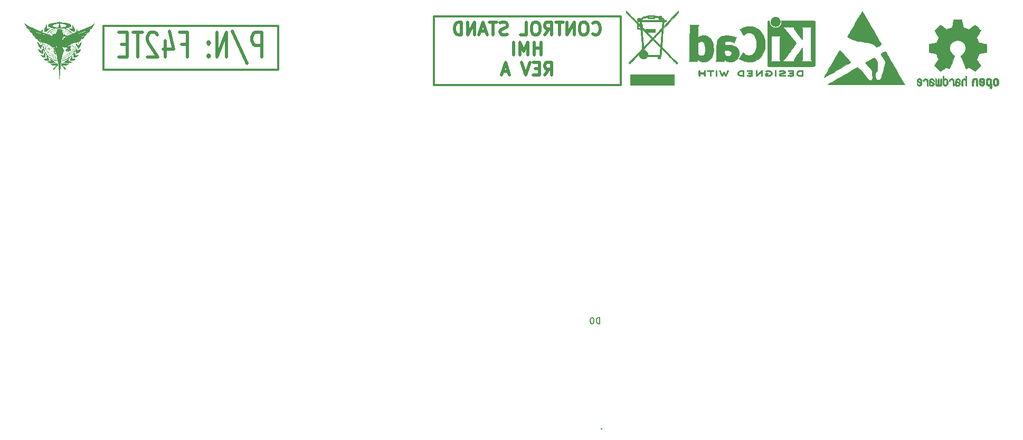
<source format=gbr>
%TF.GenerationSoftware,KiCad,Pcbnew,9.0.1*%
%TF.CreationDate,2025-04-13T16:26:26-07:00*%
%TF.ProjectId,HMI,484d492e-6b69-4636-9164-5f7063625858,rev?*%
%TF.SameCoordinates,Original*%
%TF.FileFunction,Legend,Bot*%
%TF.FilePolarity,Positive*%
%FSLAX46Y46*%
G04 Gerber Fmt 4.6, Leading zero omitted, Abs format (unit mm)*
G04 Created by KiCad (PCBNEW 9.0.1) date 2025-04-13 16:26:26*
%MOMM*%
%LPD*%
G01*
G04 APERTURE LIST*
%ADD10C,0.500000*%
%ADD11C,0.300000*%
%ADD12C,0.150000*%
%ADD13C,0.010000*%
%ADD14C,0.000000*%
G04 APERTURE END LIST*
D10*
X192476191Y-29231261D02*
X192571429Y-29326500D01*
X192571429Y-29326500D02*
X192857143Y-29421738D01*
X192857143Y-29421738D02*
X193047619Y-29421738D01*
X193047619Y-29421738D02*
X193333334Y-29326500D01*
X193333334Y-29326500D02*
X193523810Y-29136023D01*
X193523810Y-29136023D02*
X193619048Y-28945547D01*
X193619048Y-28945547D02*
X193714286Y-28564595D01*
X193714286Y-28564595D02*
X193714286Y-28278880D01*
X193714286Y-28278880D02*
X193619048Y-27897928D01*
X193619048Y-27897928D02*
X193523810Y-27707452D01*
X193523810Y-27707452D02*
X193333334Y-27516976D01*
X193333334Y-27516976D02*
X193047619Y-27421738D01*
X193047619Y-27421738D02*
X192857143Y-27421738D01*
X192857143Y-27421738D02*
X192571429Y-27516976D01*
X192571429Y-27516976D02*
X192476191Y-27612214D01*
X191238096Y-27421738D02*
X190857143Y-27421738D01*
X190857143Y-27421738D02*
X190666667Y-27516976D01*
X190666667Y-27516976D02*
X190476191Y-27707452D01*
X190476191Y-27707452D02*
X190380953Y-28088404D01*
X190380953Y-28088404D02*
X190380953Y-28755071D01*
X190380953Y-28755071D02*
X190476191Y-29136023D01*
X190476191Y-29136023D02*
X190666667Y-29326500D01*
X190666667Y-29326500D02*
X190857143Y-29421738D01*
X190857143Y-29421738D02*
X191238096Y-29421738D01*
X191238096Y-29421738D02*
X191428572Y-29326500D01*
X191428572Y-29326500D02*
X191619048Y-29136023D01*
X191619048Y-29136023D02*
X191714286Y-28755071D01*
X191714286Y-28755071D02*
X191714286Y-28088404D01*
X191714286Y-28088404D02*
X191619048Y-27707452D01*
X191619048Y-27707452D02*
X191428572Y-27516976D01*
X191428572Y-27516976D02*
X191238096Y-27421738D01*
X189523810Y-29421738D02*
X189523810Y-27421738D01*
X189523810Y-27421738D02*
X188380953Y-29421738D01*
X188380953Y-29421738D02*
X188380953Y-27421738D01*
X187714286Y-27421738D02*
X186571429Y-27421738D01*
X187142858Y-29421738D02*
X187142858Y-27421738D01*
X184761905Y-29421738D02*
X185428572Y-28469357D01*
X185904762Y-29421738D02*
X185904762Y-27421738D01*
X185904762Y-27421738D02*
X185142857Y-27421738D01*
X185142857Y-27421738D02*
X184952381Y-27516976D01*
X184952381Y-27516976D02*
X184857143Y-27612214D01*
X184857143Y-27612214D02*
X184761905Y-27802690D01*
X184761905Y-27802690D02*
X184761905Y-28088404D01*
X184761905Y-28088404D02*
X184857143Y-28278880D01*
X184857143Y-28278880D02*
X184952381Y-28374119D01*
X184952381Y-28374119D02*
X185142857Y-28469357D01*
X185142857Y-28469357D02*
X185904762Y-28469357D01*
X183523810Y-27421738D02*
X183142857Y-27421738D01*
X183142857Y-27421738D02*
X182952381Y-27516976D01*
X182952381Y-27516976D02*
X182761905Y-27707452D01*
X182761905Y-27707452D02*
X182666667Y-28088404D01*
X182666667Y-28088404D02*
X182666667Y-28755071D01*
X182666667Y-28755071D02*
X182761905Y-29136023D01*
X182761905Y-29136023D02*
X182952381Y-29326500D01*
X182952381Y-29326500D02*
X183142857Y-29421738D01*
X183142857Y-29421738D02*
X183523810Y-29421738D01*
X183523810Y-29421738D02*
X183714286Y-29326500D01*
X183714286Y-29326500D02*
X183904762Y-29136023D01*
X183904762Y-29136023D02*
X184000000Y-28755071D01*
X184000000Y-28755071D02*
X184000000Y-28088404D01*
X184000000Y-28088404D02*
X183904762Y-27707452D01*
X183904762Y-27707452D02*
X183714286Y-27516976D01*
X183714286Y-27516976D02*
X183523810Y-27421738D01*
X180857143Y-29421738D02*
X181809524Y-29421738D01*
X181809524Y-29421738D02*
X181809524Y-27421738D01*
X178761904Y-29326500D02*
X178476190Y-29421738D01*
X178476190Y-29421738D02*
X177999999Y-29421738D01*
X177999999Y-29421738D02*
X177809523Y-29326500D01*
X177809523Y-29326500D02*
X177714285Y-29231261D01*
X177714285Y-29231261D02*
X177619047Y-29040785D01*
X177619047Y-29040785D02*
X177619047Y-28850309D01*
X177619047Y-28850309D02*
X177714285Y-28659833D01*
X177714285Y-28659833D02*
X177809523Y-28564595D01*
X177809523Y-28564595D02*
X177999999Y-28469357D01*
X177999999Y-28469357D02*
X178380952Y-28374119D01*
X178380952Y-28374119D02*
X178571428Y-28278880D01*
X178571428Y-28278880D02*
X178666666Y-28183642D01*
X178666666Y-28183642D02*
X178761904Y-27993166D01*
X178761904Y-27993166D02*
X178761904Y-27802690D01*
X178761904Y-27802690D02*
X178666666Y-27612214D01*
X178666666Y-27612214D02*
X178571428Y-27516976D01*
X178571428Y-27516976D02*
X178380952Y-27421738D01*
X178380952Y-27421738D02*
X177904761Y-27421738D01*
X177904761Y-27421738D02*
X177619047Y-27516976D01*
X177047618Y-27421738D02*
X175904761Y-27421738D01*
X176476190Y-29421738D02*
X176476190Y-27421738D01*
X175333332Y-28850309D02*
X174380951Y-28850309D01*
X175523808Y-29421738D02*
X174857142Y-27421738D01*
X174857142Y-27421738D02*
X174190475Y-29421738D01*
X173523808Y-29421738D02*
X173523808Y-27421738D01*
X173523808Y-27421738D02*
X172380951Y-29421738D01*
X172380951Y-29421738D02*
X172380951Y-27421738D01*
X171428570Y-29421738D02*
X171428570Y-27421738D01*
X171428570Y-27421738D02*
X170952380Y-27421738D01*
X170952380Y-27421738D02*
X170666665Y-27516976D01*
X170666665Y-27516976D02*
X170476189Y-27707452D01*
X170476189Y-27707452D02*
X170380951Y-27897928D01*
X170380951Y-27897928D02*
X170285713Y-28278880D01*
X170285713Y-28278880D02*
X170285713Y-28564595D01*
X170285713Y-28564595D02*
X170380951Y-28945547D01*
X170380951Y-28945547D02*
X170476189Y-29136023D01*
X170476189Y-29136023D02*
X170666665Y-29326500D01*
X170666665Y-29326500D02*
X170952380Y-29421738D01*
X170952380Y-29421738D02*
X171428570Y-29421738D01*
X184190475Y-32641626D02*
X184190475Y-30641626D01*
X184190475Y-31594007D02*
X183047618Y-31594007D01*
X183047618Y-32641626D02*
X183047618Y-30641626D01*
X182095237Y-32641626D02*
X182095237Y-30641626D01*
X182095237Y-30641626D02*
X181428570Y-32070197D01*
X181428570Y-32070197D02*
X180761904Y-30641626D01*
X180761904Y-30641626D02*
X180761904Y-32641626D01*
X179809523Y-32641626D02*
X179809523Y-30641626D01*
X184761905Y-35861514D02*
X185428572Y-34909133D01*
X185904762Y-35861514D02*
X185904762Y-33861514D01*
X185904762Y-33861514D02*
X185142857Y-33861514D01*
X185142857Y-33861514D02*
X184952381Y-33956752D01*
X184952381Y-33956752D02*
X184857143Y-34051990D01*
X184857143Y-34051990D02*
X184761905Y-34242466D01*
X184761905Y-34242466D02*
X184761905Y-34528180D01*
X184761905Y-34528180D02*
X184857143Y-34718656D01*
X184857143Y-34718656D02*
X184952381Y-34813895D01*
X184952381Y-34813895D02*
X185142857Y-34909133D01*
X185142857Y-34909133D02*
X185904762Y-34909133D01*
X183904762Y-34813895D02*
X183238095Y-34813895D01*
X182952381Y-35861514D02*
X183904762Y-35861514D01*
X183904762Y-35861514D02*
X183904762Y-33861514D01*
X183904762Y-33861514D02*
X182952381Y-33861514D01*
X182380952Y-33861514D02*
X181714286Y-35861514D01*
X181714286Y-35861514D02*
X181047619Y-33861514D01*
X178952380Y-35290085D02*
X177999999Y-35290085D01*
X179142856Y-35861514D02*
X178476190Y-33861514D01*
X178476190Y-33861514D02*
X177809523Y-35861514D01*
D11*
X167000000Y-26500000D02*
X197000000Y-26500000D01*
X197000000Y-37500000D01*
X167000000Y-37500000D01*
X167000000Y-26500000D01*
D10*
X139392857Y-33016976D02*
X139392857Y-29016976D01*
X139392857Y-29016976D02*
X138345238Y-29016976D01*
X138345238Y-29016976D02*
X138083333Y-29207452D01*
X138083333Y-29207452D02*
X137952380Y-29397928D01*
X137952380Y-29397928D02*
X137821428Y-29778880D01*
X137821428Y-29778880D02*
X137821428Y-30350309D01*
X137821428Y-30350309D02*
X137952380Y-30731261D01*
X137952380Y-30731261D02*
X138083333Y-30921738D01*
X138083333Y-30921738D02*
X138345238Y-31112214D01*
X138345238Y-31112214D02*
X139392857Y-31112214D01*
X134678571Y-28826500D02*
X137035714Y-33969357D01*
X133761905Y-33016976D02*
X133761905Y-29016976D01*
X133761905Y-29016976D02*
X132190476Y-33016976D01*
X132190476Y-33016976D02*
X132190476Y-29016976D01*
X130880953Y-32636023D02*
X130750000Y-32826500D01*
X130750000Y-32826500D02*
X130880953Y-33016976D01*
X130880953Y-33016976D02*
X131011905Y-32826500D01*
X131011905Y-32826500D02*
X130880953Y-32636023D01*
X130880953Y-32636023D02*
X130880953Y-33016976D01*
X130880953Y-30540785D02*
X130750000Y-30731261D01*
X130750000Y-30731261D02*
X130880953Y-30921738D01*
X130880953Y-30921738D02*
X131011905Y-30731261D01*
X131011905Y-30731261D02*
X130880953Y-30540785D01*
X130880953Y-30540785D02*
X130880953Y-30921738D01*
X126559524Y-30921738D02*
X127476191Y-30921738D01*
X127476191Y-33016976D02*
X127476191Y-29016976D01*
X127476191Y-29016976D02*
X126166667Y-29016976D01*
X123940476Y-30350309D02*
X123940476Y-33016976D01*
X124595238Y-28826500D02*
X125250000Y-31683642D01*
X125250000Y-31683642D02*
X123547619Y-31683642D01*
X122630952Y-29397928D02*
X122500000Y-29207452D01*
X122500000Y-29207452D02*
X122238095Y-29016976D01*
X122238095Y-29016976D02*
X121583333Y-29016976D01*
X121583333Y-29016976D02*
X121321428Y-29207452D01*
X121321428Y-29207452D02*
X121190476Y-29397928D01*
X121190476Y-29397928D02*
X121059523Y-29778880D01*
X121059523Y-29778880D02*
X121059523Y-30159833D01*
X121059523Y-30159833D02*
X121190476Y-30731261D01*
X121190476Y-30731261D02*
X122761904Y-33016976D01*
X122761904Y-33016976D02*
X121059523Y-33016976D01*
X120273809Y-29016976D02*
X118702380Y-29016976D01*
X119488094Y-33016976D02*
X119488094Y-29016976D01*
X117785714Y-30921738D02*
X116869047Y-30921738D01*
X116476190Y-33016976D02*
X117785714Y-33016976D01*
X117785714Y-33016976D02*
X117785714Y-29016976D01*
X117785714Y-29016976D02*
X116476190Y-29016976D01*
D11*
X114000000Y-28000000D02*
X142000000Y-28000000D01*
X142000000Y-35000000D01*
X114000000Y-35000000D01*
X114000000Y-28000000D01*
D12*
X193891999Y-92525580D02*
X193844380Y-92573200D01*
X193844380Y-92573200D02*
X193891999Y-92620819D01*
X193891999Y-92620819D02*
X193939618Y-92573200D01*
X193939618Y-92573200D02*
X193891999Y-92525580D01*
X193891999Y-92525580D02*
X193891999Y-92620819D01*
X193614094Y-75729819D02*
X193614094Y-74729819D01*
X193614094Y-74729819D02*
X193375999Y-74729819D01*
X193375999Y-74729819D02*
X193233142Y-74777438D01*
X193233142Y-74777438D02*
X193137904Y-74872676D01*
X193137904Y-74872676D02*
X193090285Y-74967914D01*
X193090285Y-74967914D02*
X193042666Y-75158390D01*
X193042666Y-75158390D02*
X193042666Y-75301247D01*
X193042666Y-75301247D02*
X193090285Y-75491723D01*
X193090285Y-75491723D02*
X193137904Y-75586961D01*
X193137904Y-75586961D02*
X193233142Y-75682200D01*
X193233142Y-75682200D02*
X193375999Y-75729819D01*
X193375999Y-75729819D02*
X193614094Y-75729819D01*
X192423618Y-74729819D02*
X192328380Y-74729819D01*
X192328380Y-74729819D02*
X192233142Y-74777438D01*
X192233142Y-74777438D02*
X192185523Y-74825057D01*
X192185523Y-74825057D02*
X192137904Y-74920295D01*
X192137904Y-74920295D02*
X192090285Y-75110771D01*
X192090285Y-75110771D02*
X192090285Y-75348866D01*
X192090285Y-75348866D02*
X192137904Y-75539342D01*
X192137904Y-75539342D02*
X192185523Y-75634580D01*
X192185523Y-75634580D02*
X192233142Y-75682200D01*
X192233142Y-75682200D02*
X192328380Y-75729819D01*
X192328380Y-75729819D02*
X192423618Y-75729819D01*
X192423618Y-75729819D02*
X192518856Y-75682200D01*
X192518856Y-75682200D02*
X192566475Y-75634580D01*
X192566475Y-75634580D02*
X192614094Y-75539342D01*
X192614094Y-75539342D02*
X192661713Y-75348866D01*
X192661713Y-75348866D02*
X192661713Y-75110771D01*
X192661713Y-75110771D02*
X192614094Y-74920295D01*
X192614094Y-74920295D02*
X192566475Y-74825057D01*
X192566475Y-74825057D02*
X192518856Y-74777438D01*
X192518856Y-74777438D02*
X192423618Y-74729819D01*
D13*
%TO.C,REF\u002A\u002A*%
X212307002Y-35114242D02*
X212341247Y-35135142D01*
X212376729Y-35163873D01*
X212376729Y-36025871D01*
X212341247Y-36054602D01*
X212299495Y-36077867D01*
X212251832Y-36078980D01*
X212209976Y-36051696D01*
X212204815Y-36045486D01*
X212197538Y-36032881D01*
X212191937Y-36014666D01*
X212187794Y-35987347D01*
X212184892Y-35947433D01*
X212183014Y-35891430D01*
X212181941Y-35815847D01*
X212181457Y-35717190D01*
X212181344Y-35591966D01*
X212181344Y-35163873D01*
X212216826Y-35135142D01*
X212248396Y-35115477D01*
X212279037Y-35106410D01*
X212307002Y-35114242D01*
G36*
X212307002Y-35114242D02*
G01*
X212341247Y-35135142D01*
X212376729Y-35163873D01*
X212376729Y-36025871D01*
X212341247Y-36054602D01*
X212299495Y-36077867D01*
X212251832Y-36078980D01*
X212209976Y-36051696D01*
X212204815Y-36045486D01*
X212197538Y-36032881D01*
X212191937Y-36014666D01*
X212187794Y-35987347D01*
X212184892Y-35947433D01*
X212183014Y-35891430D01*
X212181941Y-35815847D01*
X212181457Y-35717190D01*
X212181344Y-35591966D01*
X212181344Y-35163873D01*
X212216826Y-35135142D01*
X212248396Y-35115477D01*
X212279037Y-35106410D01*
X212307002Y-35114242D01*
G37*
X221800579Y-35112264D02*
X221846051Y-35143301D01*
X221882942Y-35180192D01*
X221882942Y-35596978D01*
X221882887Y-35708852D01*
X221882543Y-35807668D01*
X221881650Y-35883226D01*
X221879949Y-35939104D01*
X221877181Y-35978882D01*
X221873088Y-36006136D01*
X221867409Y-36024447D01*
X221859888Y-36037391D01*
X221850263Y-36048548D01*
X221808374Y-36077125D01*
X221761556Y-36079476D01*
X221717617Y-36053274D01*
X221710551Y-36045461D01*
X221703296Y-36033367D01*
X221697750Y-36015605D01*
X221693683Y-35988690D01*
X221690869Y-35949138D01*
X221689077Y-35893465D01*
X221688081Y-35818185D01*
X221687650Y-35719816D01*
X221687557Y-35594872D01*
X221687610Y-35494140D01*
X221687949Y-35390414D01*
X221688807Y-35310519D01*
X221690410Y-35250971D01*
X221692988Y-35208284D01*
X221696769Y-35178975D01*
X221701982Y-35159559D01*
X221708855Y-35146552D01*
X221717617Y-35136470D01*
X221756470Y-35111145D01*
X221800579Y-35112264D01*
G36*
X221800579Y-35112264D02*
G01*
X221846051Y-35143301D01*
X221882942Y-35180192D01*
X221882942Y-35596978D01*
X221882887Y-35708852D01*
X221882543Y-35807668D01*
X221881650Y-35883226D01*
X221879949Y-35939104D01*
X221877181Y-35978882D01*
X221873088Y-36006136D01*
X221867409Y-36024447D01*
X221859888Y-36037391D01*
X221850263Y-36048548D01*
X221808374Y-36077125D01*
X221761556Y-36079476D01*
X221717617Y-36053274D01*
X221710551Y-36045461D01*
X221703296Y-36033367D01*
X221697750Y-36015605D01*
X221693683Y-35988690D01*
X221690869Y-35949138D01*
X221689077Y-35893465D01*
X221688081Y-35818185D01*
X221687650Y-35719816D01*
X221687557Y-35594872D01*
X221687610Y-35494140D01*
X221687949Y-35390414D01*
X221688807Y-35310519D01*
X221690410Y-35250971D01*
X221692988Y-35208284D01*
X221696769Y-35178975D01*
X221701982Y-35159559D01*
X221708855Y-35146552D01*
X221717617Y-35136470D01*
X221756470Y-35111145D01*
X221800579Y-35112264D01*
G37*
X221886337Y-26570839D02*
X222025779Y-26605005D01*
X222157955Y-26666325D01*
X222278699Y-26754810D01*
X222383846Y-26870470D01*
X222469230Y-27013313D01*
X222492121Y-27063633D01*
X222510666Y-27114636D01*
X222521072Y-27165624D01*
X222525633Y-27228691D01*
X222526643Y-27315929D01*
X222526032Y-27388539D01*
X222522350Y-27455270D01*
X222513322Y-27507334D01*
X222496694Y-27556686D01*
X222470212Y-27615286D01*
X222462552Y-27630902D01*
X222372006Y-27773893D01*
X222258125Y-27891543D01*
X222124141Y-27981089D01*
X221973286Y-28039772D01*
X221895881Y-28056147D01*
X221738849Y-28063810D01*
X221586753Y-28039016D01*
X221444054Y-27984306D01*
X221315212Y-27902223D01*
X221204686Y-27795309D01*
X221116936Y-27666107D01*
X221056423Y-27517158D01*
X221034283Y-27395265D01*
X221032288Y-27260751D01*
X221050295Y-27129908D01*
X221087446Y-27016572D01*
X221130372Y-26935543D01*
X221225933Y-26806987D01*
X221339221Y-26705527D01*
X221466071Y-26631172D01*
X221602318Y-26583933D01*
X221743795Y-26563818D01*
X221886337Y-26570839D01*
G36*
X221886337Y-26570839D02*
G01*
X222025779Y-26605005D01*
X222157955Y-26666325D01*
X222278699Y-26754810D01*
X222383846Y-26870470D01*
X222469230Y-27013313D01*
X222492121Y-27063633D01*
X222510666Y-27114636D01*
X222521072Y-27165624D01*
X222525633Y-27228691D01*
X222526643Y-27315929D01*
X222526032Y-27388539D01*
X222522350Y-27455270D01*
X222513322Y-27507334D01*
X222496694Y-27556686D01*
X222470212Y-27615286D01*
X222462552Y-27630902D01*
X222372006Y-27773893D01*
X222258125Y-27891543D01*
X222124141Y-27981089D01*
X221973286Y-28039772D01*
X221895881Y-28056147D01*
X221738849Y-28063810D01*
X221586753Y-28039016D01*
X221444054Y-27984306D01*
X221315212Y-27902223D01*
X221204686Y-27795309D01*
X221116936Y-27666107D01*
X221056423Y-27517158D01*
X221034283Y-27395265D01*
X221032288Y-27260751D01*
X221050295Y-27129908D01*
X221087446Y-27016572D01*
X221130372Y-26935543D01*
X221225933Y-26806987D01*
X221339221Y-26705527D01*
X221466071Y-26631172D01*
X221602318Y-26583933D01*
X221743795Y-26563818D01*
X221886337Y-26570839D01*
G37*
X211375531Y-35106412D02*
X211500843Y-35106532D01*
X211600048Y-35106984D01*
X211676478Y-35107972D01*
X211733459Y-35109697D01*
X211774323Y-35112361D01*
X211802397Y-35116169D01*
X211821012Y-35121321D01*
X211833496Y-35128020D01*
X211843179Y-35136470D01*
X211868216Y-35180029D01*
X211870142Y-35230057D01*
X211848364Y-35274310D01*
X211846553Y-35276245D01*
X211831638Y-35287376D01*
X211808868Y-35294771D01*
X211772696Y-35299157D01*
X211717573Y-35301256D01*
X211637950Y-35301795D01*
X211452409Y-35301795D01*
X211452409Y-35652963D01*
X211452309Y-35753918D01*
X211451766Y-35842674D01*
X211450458Y-35908955D01*
X211448067Y-35956773D01*
X211444271Y-35990146D01*
X211438752Y-36013086D01*
X211431188Y-36029610D01*
X211421259Y-36043733D01*
X211418210Y-36047469D01*
X211376700Y-36077614D01*
X211330929Y-36079696D01*
X211287084Y-36053274D01*
X211277793Y-36042523D01*
X211270508Y-36028412D01*
X211265156Y-36007319D01*
X211261440Y-35975398D01*
X211259064Y-35928802D01*
X211257734Y-35863685D01*
X211257153Y-35776201D01*
X211257025Y-35662505D01*
X211257025Y-35301795D01*
X211062731Y-35301795D01*
X211047953Y-35301794D01*
X210972708Y-35301494D01*
X210920992Y-35299977D01*
X210887185Y-35296250D01*
X210865668Y-35289318D01*
X210850821Y-35278186D01*
X210837024Y-35261860D01*
X210815926Y-35221003D01*
X210820056Y-35176029D01*
X210854197Y-35132712D01*
X210860775Y-35127763D01*
X210874369Y-35121325D01*
X210894906Y-35116314D01*
X210925689Y-35112557D01*
X210970020Y-35109876D01*
X211031201Y-35108096D01*
X211112535Y-35107043D01*
X211217323Y-35106539D01*
X211348867Y-35106410D01*
X211375531Y-35106412D01*
G36*
X211375531Y-35106412D02*
G01*
X211500843Y-35106532D01*
X211600048Y-35106984D01*
X211676478Y-35107972D01*
X211733459Y-35109697D01*
X211774323Y-35112361D01*
X211802397Y-35116169D01*
X211821012Y-35121321D01*
X211833496Y-35128020D01*
X211843179Y-35136470D01*
X211868216Y-35180029D01*
X211870142Y-35230057D01*
X211848364Y-35274310D01*
X211846553Y-35276245D01*
X211831638Y-35287376D01*
X211808868Y-35294771D01*
X211772696Y-35299157D01*
X211717573Y-35301256D01*
X211637950Y-35301795D01*
X211452409Y-35301795D01*
X211452409Y-35652963D01*
X211452309Y-35753918D01*
X211451766Y-35842674D01*
X211450458Y-35908955D01*
X211448067Y-35956773D01*
X211444271Y-35990146D01*
X211438752Y-36013086D01*
X211431188Y-36029610D01*
X211421259Y-36043733D01*
X211418210Y-36047469D01*
X211376700Y-36077614D01*
X211330929Y-36079696D01*
X211287084Y-36053274D01*
X211277793Y-36042523D01*
X211270508Y-36028412D01*
X211265156Y-36007319D01*
X211261440Y-35975398D01*
X211259064Y-35928802D01*
X211257734Y-35863685D01*
X211257153Y-35776201D01*
X211257025Y-35662505D01*
X211257025Y-35301795D01*
X211062731Y-35301795D01*
X211047953Y-35301794D01*
X210972708Y-35301494D01*
X210920992Y-35299977D01*
X210887185Y-35296250D01*
X210865668Y-35289318D01*
X210850821Y-35278186D01*
X210837024Y-35261860D01*
X210815926Y-35221003D01*
X210820056Y-35176029D01*
X210854197Y-35132712D01*
X210860775Y-35127763D01*
X210874369Y-35121325D01*
X210894906Y-35116314D01*
X210925689Y-35112557D01*
X210970020Y-35109876D01*
X211031201Y-35108096D01*
X211112535Y-35107043D01*
X211217323Y-35106539D01*
X211348867Y-35106410D01*
X211375531Y-35106412D01*
G37*
X210475486Y-35136470D02*
X210482985Y-35144711D01*
X210489762Y-35155636D01*
X210495202Y-35171315D01*
X210499434Y-35194559D01*
X210502584Y-35228181D01*
X210504782Y-35274992D01*
X210506155Y-35337803D01*
X210506832Y-35419427D01*
X210506940Y-35522674D01*
X210506608Y-35650357D01*
X210505964Y-35805286D01*
X210505872Y-35824158D01*
X210505092Y-35906386D01*
X210503331Y-35964544D01*
X210499942Y-36003660D01*
X210494277Y-36028761D01*
X210485688Y-36044876D01*
X210473527Y-36057032D01*
X210428983Y-36080220D01*
X210382454Y-36076357D01*
X210341311Y-36043733D01*
X210329316Y-36026155D01*
X210319396Y-36001477D01*
X210313581Y-35966824D01*
X210310845Y-35915505D01*
X210310161Y-35840833D01*
X210310161Y-35677535D01*
X209648859Y-35677535D01*
X209648859Y-35857038D01*
X209648762Y-35904688D01*
X209647747Y-35966370D01*
X209644849Y-36007022D01*
X209639128Y-36032358D01*
X209629644Y-36048092D01*
X209615456Y-36059937D01*
X209572518Y-36080000D01*
X209525539Y-36076449D01*
X209484625Y-36043733D01*
X209478426Y-36035405D01*
X209470524Y-36021394D01*
X209464491Y-36002848D01*
X209460077Y-35976123D01*
X209457029Y-35937570D01*
X209455097Y-35883544D01*
X209454028Y-35810398D01*
X209453571Y-35714486D01*
X209453475Y-35592162D01*
X209453475Y-35180192D01*
X209490365Y-35143301D01*
X209532141Y-35113688D01*
X209576381Y-35110107D01*
X209618800Y-35136470D01*
X209629831Y-35149478D01*
X209639699Y-35170636D01*
X209645474Y-35202545D01*
X209648184Y-35251636D01*
X209648859Y-35324339D01*
X209648859Y-35482150D01*
X210310161Y-35482150D01*
X210310161Y-35328360D01*
X210310744Y-35259533D01*
X210313359Y-35213568D01*
X210319371Y-35183511D01*
X210330147Y-35162407D01*
X210347052Y-35143301D01*
X210388828Y-35113688D01*
X210433067Y-35110107D01*
X210475486Y-35136470D01*
G36*
X210475486Y-35136470D02*
G01*
X210482985Y-35144711D01*
X210489762Y-35155636D01*
X210495202Y-35171315D01*
X210499434Y-35194559D01*
X210502584Y-35228181D01*
X210504782Y-35274992D01*
X210506155Y-35337803D01*
X210506832Y-35419427D01*
X210506940Y-35522674D01*
X210506608Y-35650357D01*
X210505964Y-35805286D01*
X210505872Y-35824158D01*
X210505092Y-35906386D01*
X210503331Y-35964544D01*
X210499942Y-36003660D01*
X210494277Y-36028761D01*
X210485688Y-36044876D01*
X210473527Y-36057032D01*
X210428983Y-36080220D01*
X210382454Y-36076357D01*
X210341311Y-36043733D01*
X210329316Y-36026155D01*
X210319396Y-36001477D01*
X210313581Y-35966824D01*
X210310845Y-35915505D01*
X210310161Y-35840833D01*
X210310161Y-35677535D01*
X209648859Y-35677535D01*
X209648859Y-35857038D01*
X209648762Y-35904688D01*
X209647747Y-35966370D01*
X209644849Y-36007022D01*
X209639128Y-36032358D01*
X209629644Y-36048092D01*
X209615456Y-36059937D01*
X209572518Y-36080000D01*
X209525539Y-36076449D01*
X209484625Y-36043733D01*
X209478426Y-36035405D01*
X209470524Y-36021394D01*
X209464491Y-36002848D01*
X209460077Y-35976123D01*
X209457029Y-35937570D01*
X209455097Y-35883544D01*
X209454028Y-35810398D01*
X209453571Y-35714486D01*
X209453475Y-35592162D01*
X209453475Y-35180192D01*
X209490365Y-35143301D01*
X209532141Y-35113688D01*
X209576381Y-35110107D01*
X209618800Y-35136470D01*
X209629831Y-35149478D01*
X209639699Y-35170636D01*
X209645474Y-35202545D01*
X209648184Y-35251636D01*
X209648859Y-35324339D01*
X209648859Y-35482150D01*
X210310161Y-35482150D01*
X210310161Y-35328360D01*
X210310744Y-35259533D01*
X210313359Y-35213568D01*
X210319371Y-35183511D01*
X210330147Y-35162407D01*
X210347052Y-35143301D01*
X210388828Y-35113688D01*
X210433067Y-35110107D01*
X210475486Y-35136470D01*
G37*
X216740071Y-35920311D02*
X216737449Y-35963950D01*
X216733550Y-35994466D01*
X216728122Y-36015504D01*
X216720914Y-36030711D01*
X216711674Y-36043733D01*
X216680524Y-36083334D01*
X216459928Y-36082543D01*
X216413602Y-36082146D01*
X216282485Y-36077579D01*
X216174696Y-36067351D01*
X216085369Y-36050632D01*
X216009637Y-36026595D01*
X215942634Y-35994409D01*
X215938162Y-35991857D01*
X215861194Y-35942972D01*
X215804805Y-35893757D01*
X215761115Y-35835862D01*
X215722239Y-35760937D01*
X215716539Y-35748135D01*
X215686480Y-35664012D01*
X215678845Y-35603362D01*
X215877544Y-35603362D01*
X215885017Y-35636284D01*
X215892640Y-35657424D01*
X215936482Y-35737183D01*
X215999506Y-35798097D01*
X216084401Y-35842212D01*
X216193851Y-35871575D01*
X216197570Y-35872243D01*
X216259193Y-35880181D01*
X216334277Y-35885810D01*
X216407418Y-35887949D01*
X216532409Y-35887949D01*
X216532409Y-35301795D01*
X216415930Y-35302392D01*
X216326836Y-35305688D01*
X216203821Y-35320668D01*
X216098224Y-35346682D01*
X216015713Y-35382594D01*
X215974521Y-35410191D01*
X215937083Y-35449820D01*
X215906010Y-35506307D01*
X215896521Y-35527564D01*
X215880779Y-35570836D01*
X215877544Y-35603362D01*
X215678845Y-35603362D01*
X215677199Y-35590284D01*
X215688651Y-35517024D01*
X215720792Y-35434304D01*
X215721851Y-35432050D01*
X215775707Y-35339624D01*
X215843186Y-35264271D01*
X215926697Y-35204935D01*
X216028647Y-35160563D01*
X216151445Y-35130101D01*
X216297499Y-35112493D01*
X216469217Y-35106687D01*
X216473972Y-35106681D01*
X216553881Y-35106867D01*
X216609706Y-35108247D01*
X216647135Y-35111701D01*
X216671857Y-35118108D01*
X216689560Y-35128348D01*
X216705933Y-35143301D01*
X216742824Y-35180192D01*
X216742824Y-35592162D01*
X216742790Y-35674181D01*
X216742490Y-35779072D01*
X216741668Y-35859900D01*
X216740926Y-35887949D01*
X216740071Y-35920311D01*
G36*
X216740071Y-35920311D02*
G01*
X216737449Y-35963950D01*
X216733550Y-35994466D01*
X216728122Y-36015504D01*
X216720914Y-36030711D01*
X216711674Y-36043733D01*
X216680524Y-36083334D01*
X216459928Y-36082543D01*
X216413602Y-36082146D01*
X216282485Y-36077579D01*
X216174696Y-36067351D01*
X216085369Y-36050632D01*
X216009637Y-36026595D01*
X215942634Y-35994409D01*
X215938162Y-35991857D01*
X215861194Y-35942972D01*
X215804805Y-35893757D01*
X215761115Y-35835862D01*
X215722239Y-35760937D01*
X215716539Y-35748135D01*
X215686480Y-35664012D01*
X215678845Y-35603362D01*
X215877544Y-35603362D01*
X215885017Y-35636284D01*
X215892640Y-35657424D01*
X215936482Y-35737183D01*
X215999506Y-35798097D01*
X216084401Y-35842212D01*
X216193851Y-35871575D01*
X216197570Y-35872243D01*
X216259193Y-35880181D01*
X216334277Y-35885810D01*
X216407418Y-35887949D01*
X216532409Y-35887949D01*
X216532409Y-35301795D01*
X216415930Y-35302392D01*
X216326836Y-35305688D01*
X216203821Y-35320668D01*
X216098224Y-35346682D01*
X216015713Y-35382594D01*
X215974521Y-35410191D01*
X215937083Y-35449820D01*
X215906010Y-35506307D01*
X215896521Y-35527564D01*
X215880779Y-35570836D01*
X215877544Y-35603362D01*
X215678845Y-35603362D01*
X215677199Y-35590284D01*
X215688651Y-35517024D01*
X215720792Y-35434304D01*
X215721851Y-35432050D01*
X215775707Y-35339624D01*
X215843186Y-35264271D01*
X215926697Y-35204935D01*
X216028647Y-35160563D01*
X216151445Y-35130101D01*
X216297499Y-35112493D01*
X216469217Y-35106687D01*
X216473972Y-35106681D01*
X216553881Y-35106867D01*
X216609706Y-35108247D01*
X216647135Y-35111701D01*
X216671857Y-35118108D01*
X216689560Y-35128348D01*
X216705933Y-35143301D01*
X216742824Y-35180192D01*
X216742824Y-35592162D01*
X216742790Y-35674181D01*
X216742490Y-35779072D01*
X216741668Y-35859900D01*
X216740926Y-35887949D01*
X216740071Y-35920311D01*
G37*
X226181662Y-35353192D02*
X226181734Y-35460519D01*
X226181403Y-35594872D01*
X226181351Y-35695605D01*
X226181011Y-35799330D01*
X226180154Y-35879225D01*
X226178551Y-35938773D01*
X226175973Y-35981460D01*
X226172192Y-36010769D01*
X226166979Y-36030185D01*
X226160106Y-36043192D01*
X226151344Y-36053274D01*
X226142068Y-36061574D01*
X226124763Y-36071293D01*
X226099270Y-36077622D01*
X226060123Y-36081266D01*
X226001855Y-36082935D01*
X225919000Y-36083334D01*
X225853834Y-36082834D01*
X225711566Y-36076938D01*
X225592771Y-36063508D01*
X225493188Y-36041423D01*
X225408552Y-36009563D01*
X225334600Y-35966808D01*
X225267067Y-35912038D01*
X225259095Y-35904246D01*
X225210011Y-35839663D01*
X225168607Y-35758705D01*
X225140005Y-35673174D01*
X225132974Y-35621593D01*
X225328974Y-35621593D01*
X225353314Y-35689406D01*
X225392816Y-35750538D01*
X225454986Y-35807000D01*
X225536717Y-35846678D01*
X225642090Y-35872155D01*
X225644074Y-35872472D01*
X225709272Y-35880183D01*
X225787415Y-35885696D01*
X225862025Y-35887835D01*
X225986019Y-35887949D01*
X225986019Y-35301795D01*
X225884569Y-35301776D01*
X225880538Y-35301788D01*
X225812479Y-35304404D01*
X225732461Y-35310694D01*
X225656961Y-35319386D01*
X225590449Y-35331763D01*
X225490927Y-35366735D01*
X225414362Y-35419056D01*
X225359109Y-35489665D01*
X225330861Y-35557919D01*
X225328974Y-35621593D01*
X225132974Y-35621593D01*
X225129332Y-35594872D01*
X225131035Y-35566625D01*
X225147427Y-35490184D01*
X225177421Y-35410421D01*
X225216337Y-35338462D01*
X225259495Y-35285433D01*
X225285512Y-35262769D01*
X225358353Y-35210597D01*
X225438638Y-35170483D01*
X225530763Y-35141246D01*
X225639125Y-35121699D01*
X225768119Y-35110660D01*
X225922143Y-35106944D01*
X225974708Y-35106409D01*
X226035566Y-35105859D01*
X226083229Y-35108261D01*
X226119297Y-35116625D01*
X226145368Y-35133960D01*
X226163041Y-35163275D01*
X226173915Y-35207579D01*
X226179590Y-35269881D01*
X226180384Y-35301795D01*
X226181662Y-35353192D01*
G36*
X226181662Y-35353192D02*
G01*
X226181734Y-35460519D01*
X226181403Y-35594872D01*
X226181351Y-35695605D01*
X226181011Y-35799330D01*
X226180154Y-35879225D01*
X226178551Y-35938773D01*
X226175973Y-35981460D01*
X226172192Y-36010769D01*
X226166979Y-36030185D01*
X226160106Y-36043192D01*
X226151344Y-36053274D01*
X226142068Y-36061574D01*
X226124763Y-36071293D01*
X226099270Y-36077622D01*
X226060123Y-36081266D01*
X226001855Y-36082935D01*
X225919000Y-36083334D01*
X225853834Y-36082834D01*
X225711566Y-36076938D01*
X225592771Y-36063508D01*
X225493188Y-36041423D01*
X225408552Y-36009563D01*
X225334600Y-35966808D01*
X225267067Y-35912038D01*
X225259095Y-35904246D01*
X225210011Y-35839663D01*
X225168607Y-35758705D01*
X225140005Y-35673174D01*
X225132974Y-35621593D01*
X225328974Y-35621593D01*
X225353314Y-35689406D01*
X225392816Y-35750538D01*
X225454986Y-35807000D01*
X225536717Y-35846678D01*
X225642090Y-35872155D01*
X225644074Y-35872472D01*
X225709272Y-35880183D01*
X225787415Y-35885696D01*
X225862025Y-35887835D01*
X225986019Y-35887949D01*
X225986019Y-35301795D01*
X225884569Y-35301776D01*
X225880538Y-35301788D01*
X225812479Y-35304404D01*
X225732461Y-35310694D01*
X225656961Y-35319386D01*
X225590449Y-35331763D01*
X225490927Y-35366735D01*
X225414362Y-35419056D01*
X225359109Y-35489665D01*
X225330861Y-35557919D01*
X225328974Y-35621593D01*
X225132974Y-35621593D01*
X225129332Y-35594872D01*
X225131035Y-35566625D01*
X225147427Y-35490184D01*
X225177421Y-35410421D01*
X225216337Y-35338462D01*
X225259495Y-35285433D01*
X225285512Y-35262769D01*
X225358353Y-35210597D01*
X225438638Y-35170483D01*
X225530763Y-35141246D01*
X225639125Y-35121699D01*
X225768119Y-35110660D01*
X225922143Y-35106944D01*
X225974708Y-35106409D01*
X226035566Y-35105859D01*
X226083229Y-35108261D01*
X226119297Y-35116625D01*
X226145368Y-35133960D01*
X226163041Y-35163275D01*
X226173915Y-35207579D01*
X226179590Y-35269881D01*
X226180384Y-35301795D01*
X226181662Y-35353192D01*
G37*
X219598184Y-35104846D02*
X219613372Y-35113017D01*
X219627416Y-35127212D01*
X219642443Y-35146011D01*
X219648371Y-35153948D01*
X219656357Y-35167920D01*
X219662454Y-35186327D01*
X219666916Y-35212827D01*
X219669997Y-35251083D01*
X219671951Y-35304755D01*
X219673033Y-35377503D01*
X219673495Y-35472988D01*
X219673593Y-35594872D01*
X219673562Y-35672797D01*
X219673272Y-35778091D01*
X219672461Y-35859227D01*
X219670875Y-35919866D01*
X219668262Y-35963669D01*
X219664366Y-35994296D01*
X219658933Y-36015409D01*
X219651710Y-36030667D01*
X219642443Y-36043733D01*
X219601931Y-36076209D01*
X219555410Y-36080042D01*
X219506175Y-36054626D01*
X219500605Y-36050000D01*
X219489720Y-36038646D01*
X219481651Y-36023268D01*
X219475816Y-35999526D01*
X219471633Y-35963084D01*
X219468521Y-35909604D01*
X219465897Y-35834747D01*
X219463179Y-35734177D01*
X219455664Y-35442435D01*
X219102469Y-35762814D01*
X219004169Y-35851718D01*
X218917391Y-35929091D01*
X218847902Y-35988946D01*
X218793217Y-36032777D01*
X218750854Y-36062077D01*
X218718332Y-36078340D01*
X218693166Y-36083060D01*
X218672875Y-36077731D01*
X218654976Y-36063846D01*
X218636987Y-36042899D01*
X218628672Y-36031605D01*
X218621174Y-36017523D01*
X218615568Y-35998673D01*
X218611638Y-35971443D01*
X218609168Y-35932221D01*
X218607944Y-35877394D01*
X218607751Y-35803348D01*
X218608373Y-35706471D01*
X218609594Y-35583150D01*
X218614007Y-35163835D01*
X218649489Y-35135123D01*
X218684191Y-35113566D01*
X218727937Y-35109877D01*
X218773910Y-35135110D01*
X218779651Y-35139882D01*
X218790478Y-35151238D01*
X218798505Y-35166671D01*
X218804310Y-35190510D01*
X218808474Y-35227084D01*
X218811576Y-35280722D01*
X218814193Y-35355754D01*
X218816906Y-35456508D01*
X218824421Y-35749207D01*
X219064895Y-35531138D01*
X219180374Y-35426448D01*
X219281253Y-35335392D01*
X219363979Y-35261702D01*
X219430678Y-35203960D01*
X219483476Y-35160749D01*
X219524499Y-35130649D01*
X219555874Y-35112244D01*
X219579727Y-35104116D01*
X219598184Y-35104846D01*
G36*
X219598184Y-35104846D02*
G01*
X219613372Y-35113017D01*
X219627416Y-35127212D01*
X219642443Y-35146011D01*
X219648371Y-35153948D01*
X219656357Y-35167920D01*
X219662454Y-35186327D01*
X219666916Y-35212827D01*
X219669997Y-35251083D01*
X219671951Y-35304755D01*
X219673033Y-35377503D01*
X219673495Y-35472988D01*
X219673593Y-35594872D01*
X219673562Y-35672797D01*
X219673272Y-35778091D01*
X219672461Y-35859227D01*
X219670875Y-35919866D01*
X219668262Y-35963669D01*
X219664366Y-35994296D01*
X219658933Y-36015409D01*
X219651710Y-36030667D01*
X219642443Y-36043733D01*
X219601931Y-36076209D01*
X219555410Y-36080042D01*
X219506175Y-36054626D01*
X219500605Y-36050000D01*
X219489720Y-36038646D01*
X219481651Y-36023268D01*
X219475816Y-35999526D01*
X219471633Y-35963084D01*
X219468521Y-35909604D01*
X219465897Y-35834747D01*
X219463179Y-35734177D01*
X219455664Y-35442435D01*
X219102469Y-35762814D01*
X219004169Y-35851718D01*
X218917391Y-35929091D01*
X218847902Y-35988946D01*
X218793217Y-36032777D01*
X218750854Y-36062077D01*
X218718332Y-36078340D01*
X218693166Y-36083060D01*
X218672875Y-36077731D01*
X218654976Y-36063846D01*
X218636987Y-36042899D01*
X218628672Y-36031605D01*
X218621174Y-36017523D01*
X218615568Y-35998673D01*
X218611638Y-35971443D01*
X218609168Y-35932221D01*
X218607944Y-35877394D01*
X218607751Y-35803348D01*
X218608373Y-35706471D01*
X218609594Y-35583150D01*
X218614007Y-35163835D01*
X218649489Y-35135123D01*
X218684191Y-35113566D01*
X218727937Y-35109877D01*
X218773910Y-35135110D01*
X218779651Y-35139882D01*
X218790478Y-35151238D01*
X218798505Y-35166671D01*
X218804310Y-35190510D01*
X218808474Y-35227084D01*
X218811576Y-35280722D01*
X218814193Y-35355754D01*
X218816906Y-35456508D01*
X218824421Y-35749207D01*
X219064895Y-35531138D01*
X219180374Y-35426448D01*
X219281253Y-35335392D01*
X219363979Y-35261702D01*
X219430678Y-35203960D01*
X219483476Y-35160749D01*
X219524499Y-35130649D01*
X219555874Y-35112244D01*
X219579727Y-35104116D01*
X219598184Y-35104846D01*
G37*
X220659621Y-35113217D02*
X220800754Y-35134938D01*
X220925652Y-35172285D01*
X221030557Y-35224083D01*
X221111709Y-35289162D01*
X221146418Y-35332913D01*
X221185703Y-35398414D01*
X221219349Y-35470119D01*
X221242847Y-35538241D01*
X221251688Y-35592993D01*
X221249611Y-35619241D01*
X221232381Y-35687583D01*
X221201543Y-35762840D01*
X221161746Y-35834622D01*
X221117640Y-35892542D01*
X221104065Y-35906319D01*
X221014750Y-35975250D01*
X220908074Y-36028362D01*
X220793297Y-36060849D01*
X220720120Y-36071649D01*
X220595700Y-36080442D01*
X220476170Y-36077663D01*
X220366346Y-36064023D01*
X220271044Y-36040232D01*
X220195079Y-36006998D01*
X220143267Y-35965033D01*
X220141436Y-35962403D01*
X220132000Y-35928818D01*
X220126356Y-35865910D01*
X220124480Y-35773428D01*
X220125625Y-35690574D01*
X220131909Y-35627491D01*
X220147472Y-35584750D01*
X220176455Y-35558719D01*
X220222998Y-35545764D01*
X220291241Y-35542253D01*
X220385324Y-35544554D01*
X220450055Y-35548564D01*
X220516884Y-35559471D01*
X220560145Y-35578181D01*
X220583389Y-35606453D01*
X220590167Y-35646048D01*
X220590026Y-35652094D01*
X220578440Y-35698417D01*
X220546475Y-35729594D01*
X220491536Y-35747168D01*
X220411031Y-35752683D01*
X220319865Y-35752683D01*
X220319865Y-35803743D01*
X220319932Y-35815906D01*
X220322888Y-35838873D01*
X220335226Y-35852578D01*
X220363692Y-35861814D01*
X220415031Y-35871376D01*
X220422319Y-35872620D01*
X220551395Y-35885805D01*
X220671206Y-35881918D01*
X220778924Y-35862307D01*
X220871718Y-35828317D01*
X220946760Y-35781293D01*
X221001220Y-35722581D01*
X221032270Y-35653527D01*
X221037079Y-35575478D01*
X221029732Y-35537008D01*
X220994207Y-35462599D01*
X220932713Y-35401810D01*
X220846199Y-35355431D01*
X220735614Y-35324252D01*
X220702763Y-35318329D01*
X220583834Y-35304351D01*
X220477582Y-35305987D01*
X220373613Y-35323209D01*
X220326824Y-35332248D01*
X220266330Y-35333603D01*
X220224639Y-35316919D01*
X220197807Y-35281256D01*
X220189308Y-35243649D01*
X220201938Y-35202078D01*
X220214358Y-35184204D01*
X220259936Y-35152875D01*
X220329995Y-35129082D01*
X220421216Y-35113776D01*
X220530279Y-35107909D01*
X220659621Y-35113217D01*
G36*
X220659621Y-35113217D02*
G01*
X220800754Y-35134938D01*
X220925652Y-35172285D01*
X221030557Y-35224083D01*
X221111709Y-35289162D01*
X221146418Y-35332913D01*
X221185703Y-35398414D01*
X221219349Y-35470119D01*
X221242847Y-35538241D01*
X221251688Y-35592993D01*
X221249611Y-35619241D01*
X221232381Y-35687583D01*
X221201543Y-35762840D01*
X221161746Y-35834622D01*
X221117640Y-35892542D01*
X221104065Y-35906319D01*
X221014750Y-35975250D01*
X220908074Y-36028362D01*
X220793297Y-36060849D01*
X220720120Y-36071649D01*
X220595700Y-36080442D01*
X220476170Y-36077663D01*
X220366346Y-36064023D01*
X220271044Y-36040232D01*
X220195079Y-36006998D01*
X220143267Y-35965033D01*
X220141436Y-35962403D01*
X220132000Y-35928818D01*
X220126356Y-35865910D01*
X220124480Y-35773428D01*
X220125625Y-35690574D01*
X220131909Y-35627491D01*
X220147472Y-35584750D01*
X220176455Y-35558719D01*
X220222998Y-35545764D01*
X220291241Y-35542253D01*
X220385324Y-35544554D01*
X220450055Y-35548564D01*
X220516884Y-35559471D01*
X220560145Y-35578181D01*
X220583389Y-35606453D01*
X220590167Y-35646048D01*
X220590026Y-35652094D01*
X220578440Y-35698417D01*
X220546475Y-35729594D01*
X220491536Y-35747168D01*
X220411031Y-35752683D01*
X220319865Y-35752683D01*
X220319865Y-35803743D01*
X220319932Y-35815906D01*
X220322888Y-35838873D01*
X220335226Y-35852578D01*
X220363692Y-35861814D01*
X220415031Y-35871376D01*
X220422319Y-35872620D01*
X220551395Y-35885805D01*
X220671206Y-35881918D01*
X220778924Y-35862307D01*
X220871718Y-35828317D01*
X220946760Y-35781293D01*
X221001220Y-35722581D01*
X221032270Y-35653527D01*
X221037079Y-35575478D01*
X221029732Y-35537008D01*
X220994207Y-35462599D01*
X220932713Y-35401810D01*
X220846199Y-35355431D01*
X220735614Y-35324252D01*
X220702763Y-35318329D01*
X220583834Y-35304351D01*
X220477582Y-35305987D01*
X220373613Y-35323209D01*
X220326824Y-35332248D01*
X220266330Y-35333603D01*
X220224639Y-35316919D01*
X220197807Y-35281256D01*
X220189308Y-35243649D01*
X220201938Y-35202078D01*
X220214358Y-35184204D01*
X220259936Y-35152875D01*
X220329995Y-35129082D01*
X220421216Y-35113776D01*
X220530279Y-35107909D01*
X220659621Y-35113217D01*
G37*
X218064336Y-35146011D02*
X218070925Y-35154910D01*
X218078706Y-35168984D01*
X218084645Y-35187739D01*
X218088991Y-35214799D01*
X218091990Y-35253790D01*
X218093892Y-35308339D01*
X218094943Y-35382069D01*
X218095392Y-35478608D01*
X218095486Y-35601580D01*
X218095448Y-35689339D01*
X218095139Y-35793607D01*
X218094313Y-35873845D01*
X218092725Y-35933621D01*
X218090132Y-35976502D01*
X218086291Y-36006056D01*
X218080958Y-36025852D01*
X218073890Y-36039457D01*
X218064842Y-36050440D01*
X218058831Y-36056641D01*
X218047874Y-36065277D01*
X218032750Y-36071816D01*
X218009760Y-36076550D01*
X217975204Y-36079769D01*
X217925386Y-36081766D01*
X217856604Y-36082831D01*
X217765161Y-36083256D01*
X217647357Y-36083334D01*
X217621163Y-36083325D01*
X217505302Y-36082970D01*
X217415232Y-36081951D01*
X217347393Y-36080068D01*
X217298224Y-36077123D01*
X217264162Y-36072919D01*
X217241646Y-36067256D01*
X217227115Y-36059937D01*
X217213145Y-36046642D01*
X217195490Y-36005214D01*
X217197064Y-35957434D01*
X217218585Y-35915434D01*
X217221500Y-35912404D01*
X217233066Y-35904059D01*
X217250829Y-35897847D01*
X217278765Y-35893458D01*
X217320851Y-35890584D01*
X217381065Y-35888914D01*
X217463382Y-35888139D01*
X217571780Y-35887949D01*
X217900102Y-35887949D01*
X217900102Y-35677535D01*
X217683838Y-35677535D01*
X217636350Y-35677428D01*
X217562100Y-35676366D01*
X217509993Y-35673697D01*
X217474774Y-35668849D01*
X217451185Y-35661249D01*
X217433971Y-35650325D01*
X217429121Y-35646086D01*
X217404614Y-35604847D01*
X217403770Y-35556471D01*
X217427120Y-35511711D01*
X217427203Y-35511620D01*
X217440078Y-35500135D01*
X217457777Y-35492073D01*
X217485346Y-35486839D01*
X217527831Y-35483837D01*
X217590279Y-35482473D01*
X217677737Y-35482150D01*
X217901602Y-35482150D01*
X217897094Y-35395730D01*
X217892587Y-35309310D01*
X217570295Y-35305245D01*
X217536989Y-35304809D01*
X217428324Y-35302839D01*
X217345354Y-35299665D01*
X217284626Y-35294345D01*
X217242685Y-35285940D01*
X217216078Y-35273506D01*
X217201349Y-35256103D01*
X217195045Y-35232790D01*
X217193711Y-35202626D01*
X217193719Y-35199476D01*
X217195255Y-35172808D01*
X217201643Y-35151782D01*
X217216032Y-35135731D01*
X217241573Y-35123984D01*
X217281419Y-35115874D01*
X217338718Y-35110730D01*
X217416623Y-35107884D01*
X217518284Y-35106667D01*
X217646852Y-35106410D01*
X218033186Y-35106410D01*
X218064336Y-35146011D01*
G36*
X218064336Y-35146011D02*
G01*
X218070925Y-35154910D01*
X218078706Y-35168984D01*
X218084645Y-35187739D01*
X218088991Y-35214799D01*
X218091990Y-35253790D01*
X218093892Y-35308339D01*
X218094943Y-35382069D01*
X218095392Y-35478608D01*
X218095486Y-35601580D01*
X218095448Y-35689339D01*
X218095139Y-35793607D01*
X218094313Y-35873845D01*
X218092725Y-35933621D01*
X218090132Y-35976502D01*
X218086291Y-36006056D01*
X218080958Y-36025852D01*
X218073890Y-36039457D01*
X218064842Y-36050440D01*
X218058831Y-36056641D01*
X218047874Y-36065277D01*
X218032750Y-36071816D01*
X218009760Y-36076550D01*
X217975204Y-36079769D01*
X217925386Y-36081766D01*
X217856604Y-36082831D01*
X217765161Y-36083256D01*
X217647357Y-36083334D01*
X217621163Y-36083325D01*
X217505302Y-36082970D01*
X217415232Y-36081951D01*
X217347393Y-36080068D01*
X217298224Y-36077123D01*
X217264162Y-36072919D01*
X217241646Y-36067256D01*
X217227115Y-36059937D01*
X217213145Y-36046642D01*
X217195490Y-36005214D01*
X217197064Y-35957434D01*
X217218585Y-35915434D01*
X217221500Y-35912404D01*
X217233066Y-35904059D01*
X217250829Y-35897847D01*
X217278765Y-35893458D01*
X217320851Y-35890584D01*
X217381065Y-35888914D01*
X217463382Y-35888139D01*
X217571780Y-35887949D01*
X217900102Y-35887949D01*
X217900102Y-35677535D01*
X217683838Y-35677535D01*
X217636350Y-35677428D01*
X217562100Y-35676366D01*
X217509993Y-35673697D01*
X217474774Y-35668849D01*
X217451185Y-35661249D01*
X217433971Y-35650325D01*
X217429121Y-35646086D01*
X217404614Y-35604847D01*
X217403770Y-35556471D01*
X217427120Y-35511711D01*
X217427203Y-35511620D01*
X217440078Y-35500135D01*
X217457777Y-35492073D01*
X217485346Y-35486839D01*
X217527831Y-35483837D01*
X217590279Y-35482473D01*
X217677737Y-35482150D01*
X217901602Y-35482150D01*
X217897094Y-35395730D01*
X217892587Y-35309310D01*
X217570295Y-35305245D01*
X217536989Y-35304809D01*
X217428324Y-35302839D01*
X217345354Y-35299665D01*
X217284626Y-35294345D01*
X217242685Y-35285940D01*
X217216078Y-35273506D01*
X217201349Y-35256103D01*
X217195045Y-35232790D01*
X217193711Y-35202626D01*
X217193719Y-35199476D01*
X217195255Y-35172808D01*
X217201643Y-35151782D01*
X217216032Y-35135731D01*
X217241573Y-35123984D01*
X217281419Y-35115874D01*
X217338718Y-35110730D01*
X217416623Y-35107884D01*
X217518284Y-35106667D01*
X217646852Y-35106410D01*
X218033186Y-35106410D01*
X218064336Y-35146011D01*
G37*
X224291020Y-35106432D02*
X224393663Y-35106688D01*
X224472142Y-35107466D01*
X224530172Y-35109052D01*
X224571469Y-35111732D01*
X224599750Y-35115790D01*
X224618732Y-35121512D01*
X224632129Y-35129183D01*
X224643660Y-35139090D01*
X224646036Y-35141327D01*
X224655680Y-35151364D01*
X224663191Y-35163370D01*
X224668837Y-35180857D01*
X224672883Y-35207334D01*
X224675596Y-35246315D01*
X224677242Y-35301310D01*
X224678088Y-35375830D01*
X224678400Y-35473387D01*
X224678445Y-35597492D01*
X224678396Y-35694401D01*
X224678065Y-35798481D01*
X224677218Y-35878648D01*
X224675624Y-35938398D01*
X224673053Y-35981228D01*
X224669275Y-36010634D01*
X224664058Y-36030112D01*
X224657171Y-36043160D01*
X224648386Y-36053274D01*
X224643947Y-36057504D01*
X224632601Y-36065640D01*
X224616622Y-36071863D01*
X224592377Y-36076430D01*
X224556235Y-36079595D01*
X224504563Y-36081613D01*
X224433728Y-36082739D01*
X224340098Y-36083227D01*
X224220043Y-36083334D01*
X224163981Y-36083318D01*
X224055945Y-36083075D01*
X223972745Y-36082339D01*
X223910749Y-36080854D01*
X223866325Y-36078365D01*
X223835840Y-36074618D01*
X223815662Y-36069357D01*
X223802159Y-36062327D01*
X223791699Y-36053274D01*
X223772093Y-36024518D01*
X223761640Y-35985641D01*
X223768961Y-35953813D01*
X223791699Y-35918008D01*
X223798328Y-35911873D01*
X223811342Y-35903503D01*
X223830135Y-35897345D01*
X223858753Y-35893063D01*
X223901243Y-35890320D01*
X223961651Y-35888778D01*
X224044024Y-35888100D01*
X224152409Y-35887949D01*
X224483060Y-35887949D01*
X224483060Y-35677535D01*
X224268475Y-35677535D01*
X224220789Y-35677341D01*
X224133420Y-35675048D01*
X224070525Y-35669143D01*
X224028274Y-35658353D01*
X224002837Y-35641404D01*
X223990384Y-35617021D01*
X223987084Y-35583931D01*
X223988146Y-35556963D01*
X223995138Y-35527905D01*
X224012171Y-35507467D01*
X224043245Y-35494159D01*
X224092357Y-35486496D01*
X224163508Y-35482989D01*
X224260696Y-35482150D01*
X224484560Y-35482150D01*
X224475546Y-35309310D01*
X224145745Y-35305251D01*
X224062414Y-35304081D01*
X223971268Y-35302158D01*
X223903496Y-35299588D01*
X223855230Y-35296059D01*
X223822602Y-35291261D01*
X223801746Y-35284885D01*
X223788793Y-35276620D01*
X223780784Y-35268095D01*
X223763465Y-35225916D01*
X223768205Y-35178404D01*
X223794533Y-35137055D01*
X223798863Y-35133163D01*
X223810818Y-35124707D01*
X223826932Y-35118247D01*
X223850905Y-35113515D01*
X223886437Y-35110244D01*
X223937227Y-35108165D01*
X224006976Y-35107012D01*
X224099384Y-35106516D01*
X224218150Y-35106410D01*
X224291020Y-35106432D01*
G36*
X224291020Y-35106432D02*
G01*
X224393663Y-35106688D01*
X224472142Y-35107466D01*
X224530172Y-35109052D01*
X224571469Y-35111732D01*
X224599750Y-35115790D01*
X224618732Y-35121512D01*
X224632129Y-35129183D01*
X224643660Y-35139090D01*
X224646036Y-35141327D01*
X224655680Y-35151364D01*
X224663191Y-35163370D01*
X224668837Y-35180857D01*
X224672883Y-35207334D01*
X224675596Y-35246315D01*
X224677242Y-35301310D01*
X224678088Y-35375830D01*
X224678400Y-35473387D01*
X224678445Y-35597492D01*
X224678396Y-35694401D01*
X224678065Y-35798481D01*
X224677218Y-35878648D01*
X224675624Y-35938398D01*
X224673053Y-35981228D01*
X224669275Y-36010634D01*
X224664058Y-36030112D01*
X224657171Y-36043160D01*
X224648386Y-36053274D01*
X224643947Y-36057504D01*
X224632601Y-36065640D01*
X224616622Y-36071863D01*
X224592377Y-36076430D01*
X224556235Y-36079595D01*
X224504563Y-36081613D01*
X224433728Y-36082739D01*
X224340098Y-36083227D01*
X224220043Y-36083334D01*
X224163981Y-36083318D01*
X224055945Y-36083075D01*
X223972745Y-36082339D01*
X223910749Y-36080854D01*
X223866325Y-36078365D01*
X223835840Y-36074618D01*
X223815662Y-36069357D01*
X223802159Y-36062327D01*
X223791699Y-36053274D01*
X223772093Y-36024518D01*
X223761640Y-35985641D01*
X223768961Y-35953813D01*
X223791699Y-35918008D01*
X223798328Y-35911873D01*
X223811342Y-35903503D01*
X223830135Y-35897345D01*
X223858753Y-35893063D01*
X223901243Y-35890320D01*
X223961651Y-35888778D01*
X224044024Y-35888100D01*
X224152409Y-35887949D01*
X224483060Y-35887949D01*
X224483060Y-35677535D01*
X224268475Y-35677535D01*
X224220789Y-35677341D01*
X224133420Y-35675048D01*
X224070525Y-35669143D01*
X224028274Y-35658353D01*
X224002837Y-35641404D01*
X223990384Y-35617021D01*
X223987084Y-35583931D01*
X223988146Y-35556963D01*
X223995138Y-35527905D01*
X224012171Y-35507467D01*
X224043245Y-35494159D01*
X224092357Y-35486496D01*
X224163508Y-35482989D01*
X224260696Y-35482150D01*
X224484560Y-35482150D01*
X224475546Y-35309310D01*
X224145745Y-35305251D01*
X224062414Y-35304081D01*
X223971268Y-35302158D01*
X223903496Y-35299588D01*
X223855230Y-35296059D01*
X223822602Y-35291261D01*
X223801746Y-35284885D01*
X223788793Y-35276620D01*
X223780784Y-35268095D01*
X223763465Y-35225916D01*
X223768205Y-35178404D01*
X223794533Y-35137055D01*
X223798863Y-35133163D01*
X223810818Y-35124707D01*
X223826932Y-35118247D01*
X223850905Y-35113515D01*
X223886437Y-35110244D01*
X223937227Y-35108165D01*
X224006976Y-35107012D01*
X224099384Y-35106516D01*
X224218150Y-35106410D01*
X224291020Y-35106432D01*
G37*
X212885208Y-35118940D02*
X212909119Y-35143585D01*
X212936546Y-35184966D01*
X212969607Y-35245790D01*
X213010420Y-35328763D01*
X213061104Y-35436594D01*
X213080587Y-35478376D01*
X213120193Y-35562496D01*
X213154935Y-35635196D01*
X213182886Y-35692507D01*
X213202120Y-35730455D01*
X213210711Y-35745069D01*
X213212520Y-35744296D01*
X213225823Y-35725727D01*
X213248844Y-35686401D01*
X213278928Y-35630994D01*
X213313422Y-35564180D01*
X213334687Y-35522258D01*
X213373230Y-35448562D01*
X213403170Y-35396617D01*
X213427422Y-35362697D01*
X213448898Y-35343079D01*
X213470512Y-35334040D01*
X213495177Y-35331854D01*
X213509160Y-35332487D01*
X213530616Y-35338088D01*
X213551005Y-35352552D01*
X213573103Y-35379542D01*
X213599689Y-35422725D01*
X213633540Y-35485765D01*
X213677434Y-35572328D01*
X213690392Y-35597963D01*
X213722954Y-35660096D01*
X213749895Y-35708241D01*
X213768710Y-35738049D01*
X213776897Y-35745168D01*
X213778717Y-35740813D01*
X213791198Y-35712975D01*
X213813646Y-35663796D01*
X213844156Y-35597426D01*
X213880823Y-35518014D01*
X213921742Y-35429707D01*
X213957309Y-35353525D01*
X213996749Y-35270995D01*
X214027465Y-35210100D01*
X214051401Y-35167442D01*
X214070502Y-35139625D01*
X214086713Y-35123253D01*
X214101978Y-35114931D01*
X214114506Y-35111080D01*
X214147930Y-35110882D01*
X214184067Y-35131308D01*
X214185798Y-35132620D01*
X214215200Y-35162756D01*
X214229909Y-35192345D01*
X214229971Y-35193197D01*
X214223926Y-35216711D01*
X214206799Y-35262731D01*
X214180493Y-35327096D01*
X214146910Y-35405645D01*
X214107952Y-35494221D01*
X214065522Y-35588661D01*
X214021522Y-35684807D01*
X213977854Y-35778499D01*
X213936420Y-35865576D01*
X213899123Y-35941880D01*
X213867864Y-36003249D01*
X213844546Y-36045525D01*
X213831071Y-36064547D01*
X213785262Y-36082345D01*
X213729748Y-36073876D01*
X213722606Y-36067622D01*
X213701532Y-36038131D01*
X213671973Y-35989190D01*
X213636803Y-35925661D01*
X213598894Y-35852407D01*
X213492686Y-35640397D01*
X213395248Y-35835563D01*
X213382340Y-35861246D01*
X213346421Y-35930940D01*
X213314431Y-35990571D01*
X213289449Y-36034486D01*
X213274556Y-36057032D01*
X213273030Y-36058687D01*
X213235591Y-36079039D01*
X213188911Y-36081280D01*
X213147584Y-36064547D01*
X213144354Y-36060754D01*
X213128031Y-36033294D01*
X213101754Y-35983300D01*
X213067266Y-35914298D01*
X213026310Y-35829814D01*
X212980630Y-35733373D01*
X212931969Y-35628503D01*
X212905022Y-35569759D01*
X212856064Y-35462281D01*
X212818178Y-35377502D01*
X212790187Y-35312353D01*
X212770912Y-35263764D01*
X212759178Y-35228667D01*
X212753805Y-35203992D01*
X212753616Y-35186672D01*
X212757434Y-35173636D01*
X212776948Y-35145834D01*
X212812366Y-35118806D01*
X212813372Y-35118350D01*
X212839453Y-35109030D01*
X212862692Y-35108324D01*
X212885208Y-35118940D01*
G36*
X212885208Y-35118940D02*
G01*
X212909119Y-35143585D01*
X212936546Y-35184966D01*
X212969607Y-35245790D01*
X213010420Y-35328763D01*
X213061104Y-35436594D01*
X213080587Y-35478376D01*
X213120193Y-35562496D01*
X213154935Y-35635196D01*
X213182886Y-35692507D01*
X213202120Y-35730455D01*
X213210711Y-35745069D01*
X213212520Y-35744296D01*
X213225823Y-35725727D01*
X213248844Y-35686401D01*
X213278928Y-35630994D01*
X213313422Y-35564180D01*
X213334687Y-35522258D01*
X213373230Y-35448562D01*
X213403170Y-35396617D01*
X213427422Y-35362697D01*
X213448898Y-35343079D01*
X213470512Y-35334040D01*
X213495177Y-35331854D01*
X213509160Y-35332487D01*
X213530616Y-35338088D01*
X213551005Y-35352552D01*
X213573103Y-35379542D01*
X213599689Y-35422725D01*
X213633540Y-35485765D01*
X213677434Y-35572328D01*
X213690392Y-35597963D01*
X213722954Y-35660096D01*
X213749895Y-35708241D01*
X213768710Y-35738049D01*
X213776897Y-35745168D01*
X213778717Y-35740813D01*
X213791198Y-35712975D01*
X213813646Y-35663796D01*
X213844156Y-35597426D01*
X213880823Y-35518014D01*
X213921742Y-35429707D01*
X213957309Y-35353525D01*
X213996749Y-35270995D01*
X214027465Y-35210100D01*
X214051401Y-35167442D01*
X214070502Y-35139625D01*
X214086713Y-35123253D01*
X214101978Y-35114931D01*
X214114506Y-35111080D01*
X214147930Y-35110882D01*
X214184067Y-35131308D01*
X214185798Y-35132620D01*
X214215200Y-35162756D01*
X214229909Y-35192345D01*
X214229971Y-35193197D01*
X214223926Y-35216711D01*
X214206799Y-35262731D01*
X214180493Y-35327096D01*
X214146910Y-35405645D01*
X214107952Y-35494221D01*
X214065522Y-35588661D01*
X214021522Y-35684807D01*
X213977854Y-35778499D01*
X213936420Y-35865576D01*
X213899123Y-35941880D01*
X213867864Y-36003249D01*
X213844546Y-36045525D01*
X213831071Y-36064547D01*
X213785262Y-36082345D01*
X213729748Y-36073876D01*
X213722606Y-36067622D01*
X213701532Y-36038131D01*
X213671973Y-35989190D01*
X213636803Y-35925661D01*
X213598894Y-35852407D01*
X213492686Y-35640397D01*
X213395248Y-35835563D01*
X213382340Y-35861246D01*
X213346421Y-35930940D01*
X213314431Y-35990571D01*
X213289449Y-36034486D01*
X213274556Y-36057032D01*
X213273030Y-36058687D01*
X213235591Y-36079039D01*
X213188911Y-36081280D01*
X213147584Y-36064547D01*
X213144354Y-36060754D01*
X213128031Y-36033294D01*
X213101754Y-35983300D01*
X213067266Y-35914298D01*
X213026310Y-35829814D01*
X212980630Y-35733373D01*
X212931969Y-35628503D01*
X212905022Y-35569759D01*
X212856064Y-35462281D01*
X212818178Y-35377502D01*
X212790187Y-35312353D01*
X212770912Y-35263764D01*
X212759178Y-35228667D01*
X212753805Y-35203992D01*
X212753616Y-35186672D01*
X212757434Y-35173636D01*
X212776948Y-35145834D01*
X212812366Y-35118806D01*
X212813372Y-35118350D01*
X212839453Y-35109030D01*
X212862692Y-35108324D01*
X212885208Y-35118940D01*
G37*
X222938515Y-35107568D02*
X223026713Y-35114797D01*
X223100338Y-35127576D01*
X223168081Y-35147361D01*
X223263024Y-35191472D01*
X223331132Y-35248298D01*
X223372169Y-35317615D01*
X223385901Y-35399199D01*
X223384653Y-35440802D01*
X223376941Y-35473816D01*
X223357227Y-35502666D01*
X223319986Y-35539080D01*
X223309364Y-35548837D01*
X223277798Y-35576666D01*
X223247984Y-35599260D01*
X223215986Y-35617837D01*
X223177872Y-35633615D01*
X223129708Y-35647812D01*
X223067560Y-35661647D01*
X222987494Y-35676338D01*
X222885576Y-35693103D01*
X222757874Y-35713161D01*
X222733425Y-35717200D01*
X222650442Y-35735334D01*
X222590241Y-35756281D01*
X222555247Y-35779009D01*
X222547886Y-35802487D01*
X222551375Y-35808172D01*
X222575250Y-35828229D01*
X222612695Y-35850375D01*
X222629736Y-35858351D01*
X222658092Y-35867927D01*
X222693221Y-35874287D01*
X222740943Y-35878040D01*
X222807076Y-35879794D01*
X222897439Y-35880158D01*
X222921117Y-35880061D01*
X223011145Y-35878582D01*
X223097602Y-35875619D01*
X223171659Y-35871537D01*
X223224489Y-35866698D01*
X223271767Y-35861282D01*
X223310712Y-35860240D01*
X223335876Y-35866363D01*
X223355998Y-35880576D01*
X223360866Y-35885359D01*
X223382623Y-35927662D01*
X223380865Y-35975130D01*
X223355627Y-36015895D01*
X223328506Y-36031346D01*
X223280599Y-36048248D01*
X223224118Y-36061628D01*
X223219524Y-36062425D01*
X223162716Y-36069370D01*
X223086313Y-36075193D01*
X222999752Y-36079304D01*
X222912469Y-36081113D01*
X222890857Y-36081169D01*
X222759968Y-36077870D01*
X222653390Y-36067211D01*
X222566612Y-36047864D01*
X222495124Y-36018502D01*
X222434413Y-35977798D01*
X222379969Y-35924424D01*
X222353181Y-35889507D01*
X222337702Y-35850169D01*
X222333830Y-35797292D01*
X222334017Y-35781357D01*
X222339173Y-35737846D01*
X222355662Y-35702531D01*
X222389165Y-35661460D01*
X222417406Y-35631984D01*
X222452549Y-35601967D01*
X222492113Y-35577513D01*
X222540347Y-35557202D01*
X222601500Y-35539612D01*
X222679819Y-35523323D01*
X222779554Y-35506913D01*
X222904954Y-35488962D01*
X222965280Y-35479630D01*
X223055752Y-35460246D01*
X223121169Y-35438280D01*
X223160534Y-35414451D01*
X223172850Y-35389482D01*
X223157118Y-35364093D01*
X223112342Y-35339005D01*
X223108287Y-35337389D01*
X223046566Y-35321309D01*
X222963156Y-35310391D01*
X222865389Y-35304852D01*
X222760598Y-35304909D01*
X222656115Y-35310778D01*
X222559273Y-35322675D01*
X222554045Y-35323539D01*
X222489053Y-35333800D01*
X222446114Y-35338608D01*
X222418159Y-35337813D01*
X222398117Y-35331261D01*
X222378918Y-35318801D01*
X222377361Y-35317642D01*
X222344720Y-35277204D01*
X222338338Y-35229939D01*
X222359383Y-35183899D01*
X222365435Y-35177966D01*
X222404862Y-35157810D01*
X222467412Y-35140338D01*
X222547698Y-35125959D01*
X222640337Y-35115084D01*
X222739942Y-35108121D01*
X222841130Y-35105479D01*
X222938515Y-35107568D01*
G36*
X222938515Y-35107568D02*
G01*
X223026713Y-35114797D01*
X223100338Y-35127576D01*
X223168081Y-35147361D01*
X223263024Y-35191472D01*
X223331132Y-35248298D01*
X223372169Y-35317615D01*
X223385901Y-35399199D01*
X223384653Y-35440802D01*
X223376941Y-35473816D01*
X223357227Y-35502666D01*
X223319986Y-35539080D01*
X223309364Y-35548837D01*
X223277798Y-35576666D01*
X223247984Y-35599260D01*
X223215986Y-35617837D01*
X223177872Y-35633615D01*
X223129708Y-35647812D01*
X223067560Y-35661647D01*
X222987494Y-35676338D01*
X222885576Y-35693103D01*
X222757874Y-35713161D01*
X222733425Y-35717200D01*
X222650442Y-35735334D01*
X222590241Y-35756281D01*
X222555247Y-35779009D01*
X222547886Y-35802487D01*
X222551375Y-35808172D01*
X222575250Y-35828229D01*
X222612695Y-35850375D01*
X222629736Y-35858351D01*
X222658092Y-35867927D01*
X222693221Y-35874287D01*
X222740943Y-35878040D01*
X222807076Y-35879794D01*
X222897439Y-35880158D01*
X222921117Y-35880061D01*
X223011145Y-35878582D01*
X223097602Y-35875619D01*
X223171659Y-35871537D01*
X223224489Y-35866698D01*
X223271767Y-35861282D01*
X223310712Y-35860240D01*
X223335876Y-35866363D01*
X223355998Y-35880576D01*
X223360866Y-35885359D01*
X223382623Y-35927662D01*
X223380865Y-35975130D01*
X223355627Y-36015895D01*
X223328506Y-36031346D01*
X223280599Y-36048248D01*
X223224118Y-36061628D01*
X223219524Y-36062425D01*
X223162716Y-36069370D01*
X223086313Y-36075193D01*
X222999752Y-36079304D01*
X222912469Y-36081113D01*
X222890857Y-36081169D01*
X222759968Y-36077870D01*
X222653390Y-36067211D01*
X222566612Y-36047864D01*
X222495124Y-36018502D01*
X222434413Y-35977798D01*
X222379969Y-35924424D01*
X222353181Y-35889507D01*
X222337702Y-35850169D01*
X222333830Y-35797292D01*
X222334017Y-35781357D01*
X222339173Y-35737846D01*
X222355662Y-35702531D01*
X222389165Y-35661460D01*
X222417406Y-35631984D01*
X222452549Y-35601967D01*
X222492113Y-35577513D01*
X222540347Y-35557202D01*
X222601500Y-35539612D01*
X222679819Y-35523323D01*
X222779554Y-35506913D01*
X222904954Y-35488962D01*
X222965280Y-35479630D01*
X223055752Y-35460246D01*
X223121169Y-35438280D01*
X223160534Y-35414451D01*
X223172850Y-35389482D01*
X223157118Y-35364093D01*
X223112342Y-35339005D01*
X223108287Y-35337389D01*
X223046566Y-35321309D01*
X222963156Y-35310391D01*
X222865389Y-35304852D01*
X222760598Y-35304909D01*
X222656115Y-35310778D01*
X222559273Y-35322675D01*
X222554045Y-35323539D01*
X222489053Y-35333800D01*
X222446114Y-35338608D01*
X222418159Y-35337813D01*
X222398117Y-35331261D01*
X222378918Y-35318801D01*
X222377361Y-35317642D01*
X222344720Y-35277204D01*
X222338338Y-35229939D01*
X222359383Y-35183899D01*
X222365435Y-35177966D01*
X222404862Y-35157810D01*
X222467412Y-35140338D01*
X222547698Y-35125959D01*
X222640337Y-35115084D01*
X222739942Y-35108121D01*
X222841130Y-35105479D01*
X222938515Y-35107568D01*
G37*
X217773834Y-28066031D02*
X218017638Y-28088413D01*
X218244132Y-28133551D01*
X218461742Y-28203345D01*
X218678891Y-28299696D01*
X218893845Y-28422715D01*
X219124534Y-28590422D01*
X219338459Y-28784323D01*
X219530911Y-28999618D01*
X219697180Y-29231507D01*
X219832553Y-29475190D01*
X219844841Y-29501258D01*
X219947750Y-29752881D01*
X220025946Y-30014345D01*
X220080439Y-30290646D01*
X220112241Y-30586779D01*
X220122360Y-30907739D01*
X220110056Y-31239528D01*
X220071001Y-31566276D01*
X220004590Y-31872149D01*
X219910227Y-32159317D01*
X219787320Y-32429949D01*
X219635273Y-32686214D01*
X219492450Y-32882000D01*
X219295243Y-33102289D01*
X219080296Y-33290974D01*
X218847703Y-33447993D01*
X218597558Y-33573285D01*
X218329957Y-33666786D01*
X218044992Y-33728437D01*
X218041740Y-33728917D01*
X217986862Y-33733732D01*
X217904049Y-33737304D01*
X217800958Y-33739465D01*
X217685246Y-33740050D01*
X217564572Y-33738891D01*
X217479997Y-33737192D01*
X217354512Y-33733258D01*
X217253958Y-33727626D01*
X217171083Y-33719694D01*
X217098634Y-33708863D01*
X217029357Y-33694530D01*
X216951416Y-33676007D01*
X216870099Y-33654914D01*
X216796556Y-33632787D01*
X216724112Y-33607033D01*
X216646093Y-33575060D01*
X216555825Y-33534278D01*
X216446631Y-33482093D01*
X216311839Y-33415915D01*
X215939036Y-33231677D01*
X216237628Y-32741231D01*
X216276719Y-32677041D01*
X216346950Y-32561810D01*
X216409811Y-32458794D01*
X216463004Y-32371748D01*
X216504233Y-32304432D01*
X216531200Y-32260601D01*
X216541607Y-32244015D01*
X216544502Y-32244510D01*
X216567820Y-32260742D01*
X216608786Y-32294429D01*
X216660927Y-32340345D01*
X216753787Y-32419678D01*
X216919562Y-32536990D01*
X217080403Y-32618771D01*
X217196631Y-32659611D01*
X217393222Y-32701348D01*
X217586378Y-32708746D01*
X217773299Y-32682309D01*
X217951183Y-32622540D01*
X218117230Y-32529943D01*
X218268637Y-32405022D01*
X218352886Y-32313014D01*
X218471574Y-32142831D01*
X218568964Y-31945342D01*
X218645519Y-31719536D01*
X218701707Y-31464401D01*
X218704256Y-31448562D01*
X218716033Y-31345903D01*
X218724800Y-31218351D01*
X218730486Y-31074622D01*
X218733021Y-30923431D01*
X218732333Y-30773493D01*
X218728352Y-30633524D01*
X218721006Y-30512241D01*
X218710225Y-30418357D01*
X218668900Y-30205692D01*
X218599365Y-29957270D01*
X218511915Y-29739781D01*
X218406665Y-29553393D01*
X218283732Y-29398273D01*
X218143235Y-29274590D01*
X217985288Y-29182512D01*
X217810010Y-29122209D01*
X217771121Y-29114724D01*
X217673666Y-29104951D01*
X217559773Y-29101761D01*
X217442204Y-29104979D01*
X217333717Y-29114429D01*
X217247072Y-29129936D01*
X217102732Y-29179313D01*
X216935228Y-29269456D01*
X216786080Y-29388084D01*
X216759756Y-29413073D01*
X216712057Y-29457285D01*
X216678345Y-29487042D01*
X216664649Y-29496941D01*
X216661277Y-29492207D01*
X216640523Y-29462313D01*
X216603028Y-29408033D01*
X216551270Y-29332962D01*
X216487728Y-29240694D01*
X216414877Y-29134823D01*
X216335197Y-29018944D01*
X216009286Y-28544817D01*
X216082092Y-28523004D01*
X216089690Y-28520532D01*
X216139145Y-28500898D01*
X216210447Y-28469239D01*
X216295228Y-28429362D01*
X216385120Y-28385076D01*
X216424292Y-28365496D01*
X216641804Y-28264409D01*
X216842283Y-28186238D01*
X217033438Y-28128985D01*
X217222981Y-28090649D01*
X217418622Y-28069231D01*
X217628072Y-28062731D01*
X217773834Y-28066031D01*
G36*
X217773834Y-28066031D02*
G01*
X218017638Y-28088413D01*
X218244132Y-28133551D01*
X218461742Y-28203345D01*
X218678891Y-28299696D01*
X218893845Y-28422715D01*
X219124534Y-28590422D01*
X219338459Y-28784323D01*
X219530911Y-28999618D01*
X219697180Y-29231507D01*
X219832553Y-29475190D01*
X219844841Y-29501258D01*
X219947750Y-29752881D01*
X220025946Y-30014345D01*
X220080439Y-30290646D01*
X220112241Y-30586779D01*
X220122360Y-30907739D01*
X220110056Y-31239528D01*
X220071001Y-31566276D01*
X220004590Y-31872149D01*
X219910227Y-32159317D01*
X219787320Y-32429949D01*
X219635273Y-32686214D01*
X219492450Y-32882000D01*
X219295243Y-33102289D01*
X219080296Y-33290974D01*
X218847703Y-33447993D01*
X218597558Y-33573285D01*
X218329957Y-33666786D01*
X218044992Y-33728437D01*
X218041740Y-33728917D01*
X217986862Y-33733732D01*
X217904049Y-33737304D01*
X217800958Y-33739465D01*
X217685246Y-33740050D01*
X217564572Y-33738891D01*
X217479997Y-33737192D01*
X217354512Y-33733258D01*
X217253958Y-33727626D01*
X217171083Y-33719694D01*
X217098634Y-33708863D01*
X217029357Y-33694530D01*
X216951416Y-33676007D01*
X216870099Y-33654914D01*
X216796556Y-33632787D01*
X216724112Y-33607033D01*
X216646093Y-33575060D01*
X216555825Y-33534278D01*
X216446631Y-33482093D01*
X216311839Y-33415915D01*
X215939036Y-33231677D01*
X216237628Y-32741231D01*
X216276719Y-32677041D01*
X216346950Y-32561810D01*
X216409811Y-32458794D01*
X216463004Y-32371748D01*
X216504233Y-32304432D01*
X216531200Y-32260601D01*
X216541607Y-32244015D01*
X216544502Y-32244510D01*
X216567820Y-32260742D01*
X216608786Y-32294429D01*
X216660927Y-32340345D01*
X216753787Y-32419678D01*
X216919562Y-32536990D01*
X217080403Y-32618771D01*
X217196631Y-32659611D01*
X217393222Y-32701348D01*
X217586378Y-32708746D01*
X217773299Y-32682309D01*
X217951183Y-32622540D01*
X218117230Y-32529943D01*
X218268637Y-32405022D01*
X218352886Y-32313014D01*
X218471574Y-32142831D01*
X218568964Y-31945342D01*
X218645519Y-31719536D01*
X218701707Y-31464401D01*
X218704256Y-31448562D01*
X218716033Y-31345903D01*
X218724800Y-31218351D01*
X218730486Y-31074622D01*
X218733021Y-30923431D01*
X218732333Y-30773493D01*
X218728352Y-30633524D01*
X218721006Y-30512241D01*
X218710225Y-30418357D01*
X218668900Y-30205692D01*
X218599365Y-29957270D01*
X218511915Y-29739781D01*
X218406665Y-29553393D01*
X218283732Y-29398273D01*
X218143235Y-29274590D01*
X217985288Y-29182512D01*
X217810010Y-29122209D01*
X217771121Y-29114724D01*
X217673666Y-29104951D01*
X217559773Y-29101761D01*
X217442204Y-29104979D01*
X217333717Y-29114429D01*
X217247072Y-29129936D01*
X217102732Y-29179313D01*
X216935228Y-29269456D01*
X216786080Y-29388084D01*
X216759756Y-29413073D01*
X216712057Y-29457285D01*
X216678345Y-29487042D01*
X216664649Y-29496941D01*
X216661277Y-29492207D01*
X216640523Y-29462313D01*
X216603028Y-29408033D01*
X216551270Y-29332962D01*
X216487728Y-29240694D01*
X216414877Y-29134823D01*
X216335197Y-29018944D01*
X216009286Y-28544817D01*
X216082092Y-28523004D01*
X216089690Y-28520532D01*
X216139145Y-28500898D01*
X216210447Y-28469239D01*
X216295228Y-28429362D01*
X216385120Y-28385076D01*
X216424292Y-28365496D01*
X216641804Y-28264409D01*
X216842283Y-28186238D01*
X217033438Y-28128985D01*
X217222981Y-28090649D01*
X217418622Y-28069231D01*
X217628072Y-28062731D01*
X217773834Y-28066031D01*
G37*
X211847105Y-31846537D02*
X211843255Y-32014433D01*
X211832247Y-32162502D01*
X211813229Y-32298798D01*
X211785349Y-32431375D01*
X211747754Y-32568286D01*
X211690743Y-32731936D01*
X211586036Y-32952857D01*
X211457598Y-33150734D01*
X211307393Y-33323697D01*
X211137387Y-33469876D01*
X210949545Y-33587401D01*
X210745832Y-33674402D01*
X210528212Y-33729009D01*
X210525593Y-33729447D01*
X210366553Y-33744750D01*
X210191809Y-33742707D01*
X210013820Y-33724579D01*
X209845046Y-33691624D01*
X209697948Y-33645101D01*
X209635161Y-33616791D01*
X209553387Y-33573761D01*
X209469359Y-33524546D01*
X209391845Y-33474563D01*
X209329612Y-33429229D01*
X209291429Y-33393960D01*
X209282663Y-33384277D01*
X209272214Y-33380892D01*
X209265229Y-33397696D01*
X209260082Y-33440045D01*
X209255143Y-33513295D01*
X209246072Y-33665929D01*
X207856360Y-33675433D01*
X207904439Y-33593393D01*
X207907305Y-33588543D01*
X207921285Y-33565772D01*
X207933969Y-33545487D01*
X207945423Y-33525925D01*
X207955715Y-33505324D01*
X207964915Y-33481920D01*
X207973090Y-33453953D01*
X207980309Y-33419660D01*
X207986640Y-33377278D01*
X207992151Y-33325046D01*
X207996910Y-33261200D01*
X208000985Y-33183979D01*
X208004446Y-33091620D01*
X208007359Y-32982361D01*
X208009794Y-32854440D01*
X208011818Y-32706094D01*
X208013501Y-32535562D01*
X208014909Y-32341081D01*
X208016112Y-32120888D01*
X208017177Y-31873221D01*
X208018173Y-31596318D01*
X208019168Y-31288417D01*
X208020231Y-30947756D01*
X208021167Y-30654584D01*
X209336786Y-30654584D01*
X209336786Y-32540556D01*
X209427500Y-32600057D01*
X209462386Y-32621491D01*
X209542265Y-32664311D01*
X209618000Y-32698410D01*
X209651168Y-32709955D01*
X209756705Y-32733004D01*
X209890143Y-32744773D01*
X209957996Y-32747222D01*
X210020980Y-32746666D01*
X210067866Y-32740375D01*
X210109920Y-32726626D01*
X210158409Y-32703692D01*
X210251595Y-32642259D01*
X210332324Y-32555358D01*
X210396945Y-32443369D01*
X210446073Y-32304539D01*
X210480321Y-32137111D01*
X210500306Y-31939329D01*
X210506641Y-31709440D01*
X210506333Y-31657175D01*
X210497225Y-31415015D01*
X210475109Y-31204302D01*
X210439447Y-31022814D01*
X210389701Y-30868327D01*
X210325333Y-30738619D01*
X210245805Y-30631466D01*
X210212812Y-30598763D01*
X210110560Y-30530632D01*
X209990526Y-30489173D01*
X209857910Y-30474622D01*
X209717913Y-30487214D01*
X209575733Y-30527185D01*
X209436572Y-30594771D01*
X209336786Y-30654584D01*
X208021167Y-30654584D01*
X208021429Y-30572572D01*
X208030500Y-27805786D01*
X208751679Y-27801042D01*
X208804124Y-27800723D01*
X208958429Y-27800089D01*
X209099564Y-27799961D01*
X209223677Y-27800311D01*
X209326915Y-27801112D01*
X209405426Y-27802340D01*
X209455357Y-27803967D01*
X209472857Y-27805967D01*
X209470618Y-27812305D01*
X209453917Y-27842356D01*
X209426255Y-27886057D01*
X209423495Y-27890235D01*
X209402048Y-27923977D01*
X209384065Y-27956806D01*
X209369242Y-27992105D01*
X209357274Y-28033255D01*
X209347856Y-28083638D01*
X209340683Y-28146634D01*
X209335450Y-28225627D01*
X209331852Y-28323997D01*
X209329584Y-28445126D01*
X209328342Y-28592396D01*
X209327821Y-28769188D01*
X209327714Y-28978884D01*
X209327905Y-29142603D01*
X209328487Y-29303339D01*
X209329419Y-29449083D01*
X209330659Y-29576286D01*
X209332164Y-29681400D01*
X209333893Y-29760875D01*
X209335802Y-29811163D01*
X209337850Y-29828714D01*
X209344455Y-29825990D01*
X209373490Y-29806807D01*
X209414957Y-29775303D01*
X209475072Y-29732936D01*
X209588021Y-29670511D01*
X209717116Y-29614828D01*
X209850309Y-29571525D01*
X209962215Y-29549444D01*
X210101587Y-29535368D01*
X210252426Y-29530492D01*
X210403093Y-29534820D01*
X210541946Y-29548359D01*
X210657345Y-29571115D01*
X210774847Y-29609447D01*
X210970869Y-29702371D01*
X211152371Y-29825908D01*
X211316004Y-29977212D01*
X211458419Y-30153440D01*
X211576270Y-30351746D01*
X211605528Y-30412556D01*
X211687518Y-30617670D01*
X211751619Y-30840285D01*
X211798642Y-31084325D01*
X211829395Y-31353713D01*
X211844690Y-31652374D01*
X211845400Y-31709440D01*
X211847105Y-31846537D01*
G36*
X211847105Y-31846537D02*
G01*
X211843255Y-32014433D01*
X211832247Y-32162502D01*
X211813229Y-32298798D01*
X211785349Y-32431375D01*
X211747754Y-32568286D01*
X211690743Y-32731936D01*
X211586036Y-32952857D01*
X211457598Y-33150734D01*
X211307393Y-33323697D01*
X211137387Y-33469876D01*
X210949545Y-33587401D01*
X210745832Y-33674402D01*
X210528212Y-33729009D01*
X210525593Y-33729447D01*
X210366553Y-33744750D01*
X210191809Y-33742707D01*
X210013820Y-33724579D01*
X209845046Y-33691624D01*
X209697948Y-33645101D01*
X209635161Y-33616791D01*
X209553387Y-33573761D01*
X209469359Y-33524546D01*
X209391845Y-33474563D01*
X209329612Y-33429229D01*
X209291429Y-33393960D01*
X209282663Y-33384277D01*
X209272214Y-33380892D01*
X209265229Y-33397696D01*
X209260082Y-33440045D01*
X209255143Y-33513295D01*
X209246072Y-33665929D01*
X207856360Y-33675433D01*
X207904439Y-33593393D01*
X207907305Y-33588543D01*
X207921285Y-33565772D01*
X207933969Y-33545487D01*
X207945423Y-33525925D01*
X207955715Y-33505324D01*
X207964915Y-33481920D01*
X207973090Y-33453953D01*
X207980309Y-33419660D01*
X207986640Y-33377278D01*
X207992151Y-33325046D01*
X207996910Y-33261200D01*
X208000985Y-33183979D01*
X208004446Y-33091620D01*
X208007359Y-32982361D01*
X208009794Y-32854440D01*
X208011818Y-32706094D01*
X208013501Y-32535562D01*
X208014909Y-32341081D01*
X208016112Y-32120888D01*
X208017177Y-31873221D01*
X208018173Y-31596318D01*
X208019168Y-31288417D01*
X208020231Y-30947756D01*
X208021167Y-30654584D01*
X209336786Y-30654584D01*
X209336786Y-32540556D01*
X209427500Y-32600057D01*
X209462386Y-32621491D01*
X209542265Y-32664311D01*
X209618000Y-32698410D01*
X209651168Y-32709955D01*
X209756705Y-32733004D01*
X209890143Y-32744773D01*
X209957996Y-32747222D01*
X210020980Y-32746666D01*
X210067866Y-32740375D01*
X210109920Y-32726626D01*
X210158409Y-32703692D01*
X210251595Y-32642259D01*
X210332324Y-32555358D01*
X210396945Y-32443369D01*
X210446073Y-32304539D01*
X210480321Y-32137111D01*
X210500306Y-31939329D01*
X210506641Y-31709440D01*
X210506333Y-31657175D01*
X210497225Y-31415015D01*
X210475109Y-31204302D01*
X210439447Y-31022814D01*
X210389701Y-30868327D01*
X210325333Y-30738619D01*
X210245805Y-30631466D01*
X210212812Y-30598763D01*
X210110560Y-30530632D01*
X209990526Y-30489173D01*
X209857910Y-30474622D01*
X209717913Y-30487214D01*
X209575733Y-30527185D01*
X209436572Y-30594771D01*
X209336786Y-30654584D01*
X208021167Y-30654584D01*
X208021429Y-30572572D01*
X208030500Y-27805786D01*
X208751679Y-27801042D01*
X208804124Y-27800723D01*
X208958429Y-27800089D01*
X209099564Y-27799961D01*
X209223677Y-27800311D01*
X209326915Y-27801112D01*
X209405426Y-27802340D01*
X209455357Y-27803967D01*
X209472857Y-27805967D01*
X209470618Y-27812305D01*
X209453917Y-27842356D01*
X209426255Y-27886057D01*
X209423495Y-27890235D01*
X209402048Y-27923977D01*
X209384065Y-27956806D01*
X209369242Y-27992105D01*
X209357274Y-28033255D01*
X209347856Y-28083638D01*
X209340683Y-28146634D01*
X209335450Y-28225627D01*
X209331852Y-28323997D01*
X209329584Y-28445126D01*
X209328342Y-28592396D01*
X209327821Y-28769188D01*
X209327714Y-28978884D01*
X209327905Y-29142603D01*
X209328487Y-29303339D01*
X209329419Y-29449083D01*
X209330659Y-29576286D01*
X209332164Y-29681400D01*
X209333893Y-29760875D01*
X209335802Y-29811163D01*
X209337850Y-29828714D01*
X209344455Y-29825990D01*
X209373490Y-29806807D01*
X209414957Y-29775303D01*
X209475072Y-29732936D01*
X209588021Y-29670511D01*
X209717116Y-29614828D01*
X209850309Y-29571525D01*
X209962215Y-29549444D01*
X210101587Y-29535368D01*
X210252426Y-29530492D01*
X210403093Y-29534820D01*
X210541946Y-29548359D01*
X210657345Y-29571115D01*
X210774847Y-29609447D01*
X210970869Y-29702371D01*
X211152371Y-29825908D01*
X211316004Y-29977212D01*
X211458419Y-30153440D01*
X211576270Y-30351746D01*
X211605528Y-30412556D01*
X211687518Y-30617670D01*
X211751619Y-30840285D01*
X211798642Y-31084325D01*
X211829395Y-31353713D01*
X211844690Y-31652374D01*
X211845400Y-31709440D01*
X211847105Y-31846537D01*
G37*
X215947990Y-32417437D02*
X215939842Y-32563722D01*
X215922232Y-32699833D01*
X215895659Y-32813214D01*
X215853259Y-32929867D01*
X215754976Y-33122110D01*
X215629350Y-33291247D01*
X215477681Y-33436126D01*
X215301271Y-33555594D01*
X215101420Y-33648499D01*
X214879429Y-33713689D01*
X214788907Y-33728392D01*
X214659552Y-33738611D01*
X214518675Y-33740909D01*
X214378050Y-33735472D01*
X214249449Y-33722485D01*
X214144643Y-33702133D01*
X214091979Y-33686109D01*
X213972369Y-33639219D01*
X213850783Y-33579688D01*
X213739765Y-33513971D01*
X213651859Y-33448524D01*
X213650778Y-33447579D01*
X213602607Y-33406736D01*
X213565545Y-33377653D01*
X213547537Y-33366572D01*
X213545568Y-33369217D01*
X213541113Y-33397794D01*
X213538018Y-33451094D01*
X213536857Y-33520786D01*
X213536857Y-33675000D01*
X212856500Y-33675000D01*
X212838389Y-33674997D01*
X212686490Y-33674731D01*
X212547078Y-33674070D01*
X212424118Y-33673062D01*
X212321579Y-33671758D01*
X212243426Y-33670205D01*
X212193625Y-33668454D01*
X212176143Y-33666553D01*
X212176550Y-33664893D01*
X212187988Y-33640377D01*
X212211962Y-33594317D01*
X212244179Y-33535018D01*
X212312215Y-33411929D01*
X212322190Y-32196689D01*
X213609429Y-32196689D01*
X213609935Y-32292703D01*
X213612387Y-32393587D01*
X213617190Y-32466507D01*
X213624695Y-32516212D01*
X213635250Y-32547449D01*
X213648828Y-32569755D01*
X213699962Y-32630561D01*
X213768475Y-32693863D01*
X213843568Y-32750265D01*
X213914440Y-32790370D01*
X213953761Y-32805085D01*
X214044302Y-32824677D01*
X214162555Y-32834694D01*
X214287232Y-32833177D01*
X214405627Y-32812574D01*
X214504449Y-32770011D01*
X214589948Y-32703571D01*
X214614000Y-32678995D01*
X214676622Y-32595185D01*
X214710504Y-32504850D01*
X214720679Y-32396151D01*
X214717922Y-32338725D01*
X214690661Y-32220507D01*
X214633390Y-32119039D01*
X214545068Y-32033179D01*
X214424651Y-31961784D01*
X214271097Y-31903714D01*
X214209193Y-31888475D01*
X214134251Y-31878041D01*
X214039937Y-31872246D01*
X213917857Y-31870298D01*
X213898026Y-31870299D01*
X213806696Y-31871414D01*
X213728244Y-31874108D01*
X213670471Y-31878029D01*
X213641179Y-31882824D01*
X213637808Y-31884380D01*
X213626910Y-31894154D01*
X213619192Y-31913794D01*
X213614119Y-31948585D01*
X213611157Y-32003809D01*
X213609772Y-32084750D01*
X213609429Y-32196689D01*
X212322190Y-32196689D01*
X212322714Y-32132857D01*
X212324275Y-31946561D01*
X212326458Y-31708965D01*
X212328750Y-31502698D01*
X212331335Y-31324842D01*
X212334400Y-31172481D01*
X212338128Y-31042696D01*
X212342705Y-30932572D01*
X212348316Y-30839190D01*
X212355147Y-30759635D01*
X212363383Y-30690988D01*
X212373208Y-30630333D01*
X212384808Y-30574752D01*
X212398368Y-30521329D01*
X212414073Y-30467146D01*
X212432109Y-30409286D01*
X212503161Y-30227898D01*
X212600464Y-30060258D01*
X212721641Y-29916732D01*
X212867803Y-29796570D01*
X213040057Y-29699020D01*
X213239515Y-29623331D01*
X213467285Y-29568753D01*
X213724477Y-29534535D01*
X213814368Y-29527730D01*
X213965760Y-29522755D01*
X214115814Y-29527235D01*
X214271554Y-29541927D01*
X214440005Y-29567584D01*
X214628193Y-29604962D01*
X214843143Y-29654818D01*
X214892828Y-29666881D01*
X215017601Y-29696565D01*
X215135861Y-29723898D01*
X215240436Y-29747263D01*
X215324154Y-29765047D01*
X215379845Y-29775636D01*
X215508333Y-29796740D01*
X215327695Y-30234549D01*
X215282512Y-30343859D01*
X215238061Y-30450969D01*
X215199923Y-30542418D01*
X215169969Y-30613733D01*
X215150071Y-30660437D01*
X215142103Y-30678058D01*
X215140850Y-30678310D01*
X215117758Y-30670443D01*
X215072353Y-30650283D01*
X215012824Y-30621417D01*
X214889096Y-30565203D01*
X214718837Y-30503740D01*
X214544578Y-30456670D01*
X214373133Y-30425177D01*
X214211317Y-30410443D01*
X214065944Y-30413650D01*
X213943829Y-30435979D01*
X213858601Y-30471409D01*
X213761809Y-30544017D01*
X213687297Y-30642518D01*
X213637199Y-30763883D01*
X213613649Y-30905080D01*
X213605355Y-31035215D01*
X214038285Y-31036400D01*
X214184285Y-31037624D01*
X214345771Y-31041972D01*
X214483725Y-31050178D01*
X214605281Y-31063039D01*
X214717577Y-31081354D01*
X214827747Y-31105919D01*
X214942929Y-31137533D01*
X215115268Y-31197709D01*
X215317975Y-31296806D01*
X215495876Y-31418190D01*
X215647217Y-31560155D01*
X215770243Y-31720993D01*
X215863199Y-31898997D01*
X215924330Y-32092460D01*
X215933904Y-32144565D01*
X215946177Y-32273533D01*
X215947722Y-32396151D01*
X215947990Y-32417437D01*
G36*
X215947990Y-32417437D02*
G01*
X215939842Y-32563722D01*
X215922232Y-32699833D01*
X215895659Y-32813214D01*
X215853259Y-32929867D01*
X215754976Y-33122110D01*
X215629350Y-33291247D01*
X215477681Y-33436126D01*
X215301271Y-33555594D01*
X215101420Y-33648499D01*
X214879429Y-33713689D01*
X214788907Y-33728392D01*
X214659552Y-33738611D01*
X214518675Y-33740909D01*
X214378050Y-33735472D01*
X214249449Y-33722485D01*
X214144643Y-33702133D01*
X214091979Y-33686109D01*
X213972369Y-33639219D01*
X213850783Y-33579688D01*
X213739765Y-33513971D01*
X213651859Y-33448524D01*
X213650778Y-33447579D01*
X213602607Y-33406736D01*
X213565545Y-33377653D01*
X213547537Y-33366572D01*
X213545568Y-33369217D01*
X213541113Y-33397794D01*
X213538018Y-33451094D01*
X213536857Y-33520786D01*
X213536857Y-33675000D01*
X212856500Y-33675000D01*
X212838389Y-33674997D01*
X212686490Y-33674731D01*
X212547078Y-33674070D01*
X212424118Y-33673062D01*
X212321579Y-33671758D01*
X212243426Y-33670205D01*
X212193625Y-33668454D01*
X212176143Y-33666553D01*
X212176550Y-33664893D01*
X212187988Y-33640377D01*
X212211962Y-33594317D01*
X212244179Y-33535018D01*
X212312215Y-33411929D01*
X212322190Y-32196689D01*
X213609429Y-32196689D01*
X213609935Y-32292703D01*
X213612387Y-32393587D01*
X213617190Y-32466507D01*
X213624695Y-32516212D01*
X213635250Y-32547449D01*
X213648828Y-32569755D01*
X213699962Y-32630561D01*
X213768475Y-32693863D01*
X213843568Y-32750265D01*
X213914440Y-32790370D01*
X213953761Y-32805085D01*
X214044302Y-32824677D01*
X214162555Y-32834694D01*
X214287232Y-32833177D01*
X214405627Y-32812574D01*
X214504449Y-32770011D01*
X214589948Y-32703571D01*
X214614000Y-32678995D01*
X214676622Y-32595185D01*
X214710504Y-32504850D01*
X214720679Y-32396151D01*
X214717922Y-32338725D01*
X214690661Y-32220507D01*
X214633390Y-32119039D01*
X214545068Y-32033179D01*
X214424651Y-31961784D01*
X214271097Y-31903714D01*
X214209193Y-31888475D01*
X214134251Y-31878041D01*
X214039937Y-31872246D01*
X213917857Y-31870298D01*
X213898026Y-31870299D01*
X213806696Y-31871414D01*
X213728244Y-31874108D01*
X213670471Y-31878029D01*
X213641179Y-31882824D01*
X213637808Y-31884380D01*
X213626910Y-31894154D01*
X213619192Y-31913794D01*
X213614119Y-31948585D01*
X213611157Y-32003809D01*
X213609772Y-32084750D01*
X213609429Y-32196689D01*
X212322190Y-32196689D01*
X212322714Y-32132857D01*
X212324275Y-31946561D01*
X212326458Y-31708965D01*
X212328750Y-31502698D01*
X212331335Y-31324842D01*
X212334400Y-31172481D01*
X212338128Y-31042696D01*
X212342705Y-30932572D01*
X212348316Y-30839190D01*
X212355147Y-30759635D01*
X212363383Y-30690988D01*
X212373208Y-30630333D01*
X212384808Y-30574752D01*
X212398368Y-30521329D01*
X212414073Y-30467146D01*
X212432109Y-30409286D01*
X212503161Y-30227898D01*
X212600464Y-30060258D01*
X212721641Y-29916732D01*
X212867803Y-29796570D01*
X213040057Y-29699020D01*
X213239515Y-29623331D01*
X213467285Y-29568753D01*
X213724477Y-29534535D01*
X213814368Y-29527730D01*
X213965760Y-29522755D01*
X214115814Y-29527235D01*
X214271554Y-29541927D01*
X214440005Y-29567584D01*
X214628193Y-29604962D01*
X214843143Y-29654818D01*
X214892828Y-29666881D01*
X215017601Y-29696565D01*
X215135861Y-29723898D01*
X215240436Y-29747263D01*
X215324154Y-29765047D01*
X215379845Y-29775636D01*
X215508333Y-29796740D01*
X215327695Y-30234549D01*
X215282512Y-30343859D01*
X215238061Y-30450969D01*
X215199923Y-30542418D01*
X215169969Y-30613733D01*
X215150071Y-30660437D01*
X215142103Y-30678058D01*
X215140850Y-30678310D01*
X215117758Y-30670443D01*
X215072353Y-30650283D01*
X215012824Y-30621417D01*
X214889096Y-30565203D01*
X214718837Y-30503740D01*
X214544578Y-30456670D01*
X214373133Y-30425177D01*
X214211317Y-30410443D01*
X214065944Y-30413650D01*
X213943829Y-30435979D01*
X213858601Y-30471409D01*
X213761809Y-30544017D01*
X213687297Y-30642518D01*
X213637199Y-30763883D01*
X213613649Y-30905080D01*
X213605355Y-31035215D01*
X214038285Y-31036400D01*
X214184285Y-31037624D01*
X214345771Y-31041972D01*
X214483725Y-31050178D01*
X214605281Y-31063039D01*
X214717577Y-31081354D01*
X214827747Y-31105919D01*
X214942929Y-31137533D01*
X215115268Y-31197709D01*
X215317975Y-31296806D01*
X215495876Y-31418190D01*
X215647217Y-31560155D01*
X215770243Y-31720993D01*
X215863199Y-31898997D01*
X215924330Y-32092460D01*
X215933904Y-32144565D01*
X215946177Y-32273533D01*
X215947722Y-32396151D01*
X215947990Y-32417437D01*
G37*
X228119428Y-33710860D02*
X228117560Y-33851553D01*
X228115241Y-33972746D01*
X228112425Y-34075940D01*
X228109064Y-34162635D01*
X228105110Y-34234332D01*
X228100517Y-34292530D01*
X228095238Y-34338730D01*
X228089225Y-34374433D01*
X228082430Y-34401137D01*
X228074808Y-34420345D01*
X228066309Y-34433555D01*
X228056889Y-34442268D01*
X228046498Y-34447985D01*
X228035090Y-34452206D01*
X228022618Y-34456430D01*
X228009034Y-34462159D01*
X228001391Y-34465030D01*
X227987371Y-34468165D01*
X227966538Y-34471037D01*
X227937421Y-34473659D01*
X227898544Y-34476040D01*
X227848434Y-34478194D01*
X227785617Y-34480130D01*
X227708620Y-34481862D01*
X227615969Y-34483400D01*
X227506190Y-34484756D01*
X227377810Y-34485941D01*
X227229354Y-34486968D01*
X227059350Y-34487846D01*
X226866323Y-34488589D01*
X226648800Y-34489207D01*
X226405308Y-34489713D01*
X226134371Y-34490116D01*
X225834517Y-34490430D01*
X225504273Y-34490665D01*
X225142164Y-34490834D01*
X224746716Y-34490947D01*
X224316456Y-34491016D01*
X224180108Y-34491029D01*
X223759186Y-34491038D01*
X223372647Y-34490985D01*
X223019034Y-34490860D01*
X222696890Y-34490652D01*
X222404761Y-34490351D01*
X222141188Y-34489946D01*
X221904716Y-34489426D01*
X221693890Y-34488782D01*
X221507251Y-34488002D01*
X221343345Y-34487076D01*
X221200715Y-34485993D01*
X221077905Y-34484743D01*
X220973458Y-34483315D01*
X220885919Y-34481698D01*
X220813830Y-34479883D01*
X220755736Y-34477858D01*
X220710180Y-34475613D01*
X220675707Y-34473137D01*
X220650859Y-34470420D01*
X220634181Y-34467451D01*
X220624217Y-34464220D01*
X220621046Y-34462782D01*
X220608067Y-34458058D01*
X220596165Y-34454608D01*
X220585292Y-34450930D01*
X220575398Y-34445521D01*
X220566437Y-34436879D01*
X220558359Y-34423502D01*
X220551116Y-34403886D01*
X220544661Y-34376531D01*
X220538945Y-34339933D01*
X220533919Y-34292590D01*
X220529536Y-34233000D01*
X220525747Y-34159659D01*
X220522504Y-34071067D01*
X220519759Y-33965720D01*
X220517463Y-33842117D01*
X220515568Y-33698754D01*
X220514946Y-33632367D01*
X220993373Y-33632367D01*
X220993898Y-33638725D01*
X221003521Y-33643877D01*
X221025264Y-33647950D01*
X221062148Y-33651070D01*
X221117193Y-33653365D01*
X221193419Y-33654959D01*
X221293848Y-33655979D01*
X221421501Y-33656551D01*
X221579398Y-33656802D01*
X221770559Y-33656857D01*
X222571314Y-33656857D01*
X222503621Y-33534393D01*
X222435929Y-33411929D01*
X222435929Y-29855929D01*
X222503621Y-29733465D01*
X222571314Y-29611000D01*
X221139993Y-29611000D01*
X221134818Y-31493322D01*
X221129643Y-33375643D01*
X221078903Y-33484008D01*
X221052151Y-33537719D01*
X221021860Y-33591524D01*
X220998984Y-33624615D01*
X220998926Y-33624679D01*
X220993373Y-33632367D01*
X220514946Y-33632367D01*
X220514026Y-33534129D01*
X220512789Y-33346740D01*
X220511808Y-33135085D01*
X220511035Y-32897661D01*
X220510422Y-32632966D01*
X220509921Y-32339498D01*
X220509484Y-32015753D01*
X220509061Y-31660230D01*
X220508605Y-31271426D01*
X220508068Y-30847840D01*
X220507999Y-30796560D01*
X220507400Y-30375657D01*
X220506827Y-29989362D01*
X220506323Y-29636172D01*
X220505930Y-29314584D01*
X220505690Y-29023094D01*
X220505646Y-28760200D01*
X220505840Y-28524398D01*
X220506314Y-28314186D01*
X220507112Y-28128060D01*
X220508274Y-27964517D01*
X220509844Y-27822055D01*
X220511864Y-27699170D01*
X220514377Y-27594359D01*
X220517424Y-27506119D01*
X220521049Y-27432947D01*
X220525293Y-27373340D01*
X220530198Y-27325795D01*
X220535808Y-27288808D01*
X220542165Y-27260878D01*
X220549311Y-27240500D01*
X220557288Y-27226171D01*
X220566139Y-27216390D01*
X220575906Y-27209651D01*
X220586632Y-27204454D01*
X220598358Y-27199293D01*
X220611128Y-27192667D01*
X220614865Y-27190556D01*
X220671405Y-27170118D01*
X220733300Y-27161717D01*
X220803072Y-27161720D01*
X220804234Y-27320467D01*
X220804529Y-27338735D01*
X220826706Y-27524427D01*
X220883188Y-27699147D01*
X220973192Y-27861043D01*
X221095932Y-28008265D01*
X221161798Y-28068311D01*
X221308454Y-28167838D01*
X221468470Y-28237242D01*
X221637185Y-28276487D01*
X221809939Y-28285537D01*
X221982072Y-28264353D01*
X222148922Y-28212899D01*
X222286080Y-28141429D01*
X222893127Y-28141429D01*
X222972957Y-28198862D01*
X223040470Y-28252841D01*
X223135603Y-28340886D01*
X223243507Y-28451230D01*
X223360097Y-28579670D01*
X223481285Y-28722000D01*
X223512494Y-28760062D01*
X223565629Y-28825343D01*
X223635083Y-28910988D01*
X223718556Y-29014140D01*
X223813746Y-29131939D01*
X223918354Y-29261528D01*
X224030077Y-29400047D01*
X224146615Y-29544639D01*
X224200067Y-29611000D01*
X224265667Y-29692444D01*
X224384932Y-29840603D01*
X224502109Y-29986260D01*
X224614896Y-30126554D01*
X224720994Y-30258627D01*
X224818101Y-30379621D01*
X224903916Y-30486678D01*
X224976138Y-30576938D01*
X225032466Y-30647543D01*
X225070599Y-30695635D01*
X225088237Y-30718355D01*
X225089692Y-30726893D01*
X225084850Y-30743132D01*
X225072302Y-30768679D01*
X225050797Y-30805347D01*
X225019080Y-30854949D01*
X224975900Y-30919295D01*
X224920005Y-31000198D01*
X224850141Y-31099471D01*
X224765057Y-31218926D01*
X224663499Y-31360374D01*
X224544216Y-31525629D01*
X224405954Y-31716501D01*
X224247462Y-31934804D01*
X224121177Y-32108571D01*
X223967105Y-32320407D01*
X223831580Y-32506440D01*
X223713024Y-32668734D01*
X223609861Y-32809354D01*
X223520515Y-32930365D01*
X223443411Y-33033832D01*
X223376972Y-33121818D01*
X223319623Y-33196390D01*
X223269786Y-33259610D01*
X223225886Y-33313545D01*
X223186347Y-33360258D01*
X223149593Y-33401814D01*
X223114047Y-33440279D01*
X223078135Y-33477715D01*
X223040278Y-33516189D01*
X222900771Y-33656857D01*
X224776357Y-33656933D01*
X224770464Y-33543275D01*
X224770179Y-33537564D01*
X224769060Y-33492127D01*
X224771181Y-33448593D01*
X224777958Y-33404576D01*
X224790812Y-33357693D01*
X224811160Y-33305558D01*
X224840420Y-33245786D01*
X224880012Y-33175994D01*
X224931353Y-33093797D01*
X224995862Y-32996809D01*
X225074957Y-32882647D01*
X225170057Y-32748925D01*
X225282581Y-32593260D01*
X225413946Y-32413265D01*
X225565572Y-32206557D01*
X226100786Y-31477911D01*
X226105501Y-32322755D01*
X226105919Y-32401562D01*
X226106656Y-32613832D01*
X226106321Y-32794381D01*
X226104519Y-32946628D01*
X226100856Y-33073988D01*
X226094936Y-33179878D01*
X226086367Y-33267715D01*
X226074751Y-33340916D01*
X226059697Y-33402898D01*
X226040807Y-33457076D01*
X226017689Y-33506869D01*
X225989947Y-33555693D01*
X225957187Y-33606964D01*
X225924256Y-33656857D01*
X227635704Y-33656857D01*
X227591496Y-33597893D01*
X227584572Y-33588565D01*
X227529221Y-33503070D01*
X227491064Y-33416644D01*
X227466008Y-33317613D01*
X227449959Y-33194304D01*
X227449518Y-33188929D01*
X227447189Y-33138067D01*
X227445087Y-33053206D01*
X227443219Y-32936286D01*
X227441596Y-32789246D01*
X227440227Y-32614026D01*
X227439120Y-32412563D01*
X227438285Y-32186798D01*
X227437732Y-31938669D01*
X227437468Y-31670115D01*
X227437503Y-31383077D01*
X227437847Y-31079492D01*
X227438508Y-30761300D01*
X227439209Y-30475881D01*
X227439958Y-30165196D01*
X227440696Y-29887226D01*
X227441515Y-29640022D01*
X227442507Y-29421637D01*
X227443766Y-29230125D01*
X227445383Y-29063537D01*
X227447452Y-28919925D01*
X227450065Y-28797344D01*
X227453315Y-28693844D01*
X227457293Y-28607479D01*
X227462094Y-28536301D01*
X227467809Y-28478363D01*
X227474532Y-28431717D01*
X227482354Y-28394416D01*
X227491368Y-28364512D01*
X227501667Y-28340058D01*
X227513344Y-28319106D01*
X227526492Y-28299709D01*
X227541202Y-28279920D01*
X227557567Y-28257791D01*
X227573396Y-28235615D01*
X227603991Y-28191769D01*
X227622317Y-28164107D01*
X227622759Y-28162949D01*
X227616360Y-28157718D01*
X227593779Y-28153353D01*
X227552502Y-28149788D01*
X227490017Y-28146954D01*
X227403812Y-28144787D01*
X227291373Y-28143217D01*
X227150188Y-28142179D01*
X226977745Y-28141605D01*
X226771530Y-28141429D01*
X225907060Y-28141429D01*
X225952621Y-28195574D01*
X225979026Y-28232763D01*
X226022978Y-28320446D01*
X226061495Y-28429499D01*
X226090893Y-28550468D01*
X226092766Y-28561952D01*
X226098341Y-28622492D01*
X226102563Y-28716056D01*
X226105443Y-28843292D01*
X226106992Y-29004846D01*
X226107221Y-29201368D01*
X226106143Y-29433504D01*
X226100786Y-30208508D01*
X225547429Y-29508742D01*
X225531579Y-29488698D01*
X225391253Y-29311052D01*
X225271453Y-29158914D01*
X225170270Y-29029698D01*
X225085800Y-28920817D01*
X225016135Y-28829685D01*
X224959368Y-28753714D01*
X224913594Y-28690317D01*
X224876906Y-28636908D01*
X224847396Y-28590901D01*
X224823159Y-28549707D01*
X224802288Y-28510741D01*
X224782877Y-28471415D01*
X224753015Y-28401805D01*
X224733724Y-28328372D01*
X224728592Y-28249165D01*
X224729108Y-28141429D01*
X222893127Y-28141429D01*
X222286080Y-28141429D01*
X222305830Y-28131138D01*
X222448136Y-28019032D01*
X222487695Y-27979510D01*
X222604620Y-27833175D01*
X222687588Y-27674367D01*
X222737043Y-27502063D01*
X222753429Y-27315238D01*
X222753429Y-27161715D01*
X225357830Y-27161714D01*
X225520540Y-27161707D01*
X225870089Y-27161660D01*
X226185856Y-27161626D01*
X226469588Y-27161673D01*
X226723031Y-27161872D01*
X226947931Y-27162291D01*
X227146034Y-27162998D01*
X227319087Y-27164065D01*
X227468835Y-27165558D01*
X227597025Y-27167547D01*
X227705403Y-27170102D01*
X227795715Y-27173291D01*
X227869707Y-27177183D01*
X227929125Y-27181848D01*
X227975716Y-27187354D01*
X228011226Y-27193771D01*
X228037400Y-27201167D01*
X228055986Y-27209611D01*
X228068728Y-27219173D01*
X228077374Y-27229922D01*
X228083670Y-27241926D01*
X228089360Y-27255255D01*
X228096193Y-27269978D01*
X228096316Y-27270218D01*
X228099633Y-27279856D01*
X228102676Y-27295993D01*
X228105456Y-27320121D01*
X228107985Y-27353727D01*
X228110274Y-27398301D01*
X228112334Y-27455333D01*
X228114179Y-27526311D01*
X228115817Y-27612725D01*
X228117263Y-27716064D01*
X228118526Y-27837818D01*
X228119619Y-27979475D01*
X228120553Y-28142526D01*
X228121340Y-28328458D01*
X228121991Y-28538762D01*
X228122517Y-28774927D01*
X228122931Y-29038442D01*
X228123244Y-29330797D01*
X228123467Y-29653480D01*
X228123612Y-30007981D01*
X228123691Y-30395789D01*
X228123714Y-30818393D01*
X228123715Y-30901414D01*
X228123755Y-31319614D01*
X228123817Y-31703313D01*
X228123854Y-32054009D01*
X228123817Y-32373204D01*
X228123662Y-32662398D01*
X228123339Y-32923091D01*
X228122801Y-33156784D01*
X228122001Y-33364976D01*
X228120892Y-33549168D01*
X228119916Y-33656857D01*
X228119428Y-33710860D01*
G36*
X228119428Y-33710860D02*
G01*
X228117560Y-33851553D01*
X228115241Y-33972746D01*
X228112425Y-34075940D01*
X228109064Y-34162635D01*
X228105110Y-34234332D01*
X228100517Y-34292530D01*
X228095238Y-34338730D01*
X228089225Y-34374433D01*
X228082430Y-34401137D01*
X228074808Y-34420345D01*
X228066309Y-34433555D01*
X228056889Y-34442268D01*
X228046498Y-34447985D01*
X228035090Y-34452206D01*
X228022618Y-34456430D01*
X228009034Y-34462159D01*
X228001391Y-34465030D01*
X227987371Y-34468165D01*
X227966538Y-34471037D01*
X227937421Y-34473659D01*
X227898544Y-34476040D01*
X227848434Y-34478194D01*
X227785617Y-34480130D01*
X227708620Y-34481862D01*
X227615969Y-34483400D01*
X227506190Y-34484756D01*
X227377810Y-34485941D01*
X227229354Y-34486968D01*
X227059350Y-34487846D01*
X226866323Y-34488589D01*
X226648800Y-34489207D01*
X226405308Y-34489713D01*
X226134371Y-34490116D01*
X225834517Y-34490430D01*
X225504273Y-34490665D01*
X225142164Y-34490834D01*
X224746716Y-34490947D01*
X224316456Y-34491016D01*
X224180108Y-34491029D01*
X223759186Y-34491038D01*
X223372647Y-34490985D01*
X223019034Y-34490860D01*
X222696890Y-34490652D01*
X222404761Y-34490351D01*
X222141188Y-34489946D01*
X221904716Y-34489426D01*
X221693890Y-34488782D01*
X221507251Y-34488002D01*
X221343345Y-34487076D01*
X221200715Y-34485993D01*
X221077905Y-34484743D01*
X220973458Y-34483315D01*
X220885919Y-34481698D01*
X220813830Y-34479883D01*
X220755736Y-34477858D01*
X220710180Y-34475613D01*
X220675707Y-34473137D01*
X220650859Y-34470420D01*
X220634181Y-34467451D01*
X220624217Y-34464220D01*
X220621046Y-34462782D01*
X220608067Y-34458058D01*
X220596165Y-34454608D01*
X220585292Y-34450930D01*
X220575398Y-34445521D01*
X220566437Y-34436879D01*
X220558359Y-34423502D01*
X220551116Y-34403886D01*
X220544661Y-34376531D01*
X220538945Y-34339933D01*
X220533919Y-34292590D01*
X220529536Y-34233000D01*
X220525747Y-34159659D01*
X220522504Y-34071067D01*
X220519759Y-33965720D01*
X220517463Y-33842117D01*
X220515568Y-33698754D01*
X220514946Y-33632367D01*
X220993373Y-33632367D01*
X220993898Y-33638725D01*
X221003521Y-33643877D01*
X221025264Y-33647950D01*
X221062148Y-33651070D01*
X221117193Y-33653365D01*
X221193419Y-33654959D01*
X221293848Y-33655979D01*
X221421501Y-33656551D01*
X221579398Y-33656802D01*
X221770559Y-33656857D01*
X222571314Y-33656857D01*
X222503621Y-33534393D01*
X222435929Y-33411929D01*
X222435929Y-29855929D01*
X222503621Y-29733465D01*
X222571314Y-29611000D01*
X221139993Y-29611000D01*
X221134818Y-31493322D01*
X221129643Y-33375643D01*
X221078903Y-33484008D01*
X221052151Y-33537719D01*
X221021860Y-33591524D01*
X220998984Y-33624615D01*
X220998926Y-33624679D01*
X220993373Y-33632367D01*
X220514946Y-33632367D01*
X220514026Y-33534129D01*
X220512789Y-33346740D01*
X220511808Y-33135085D01*
X220511035Y-32897661D01*
X220510422Y-32632966D01*
X220509921Y-32339498D01*
X220509484Y-32015753D01*
X220509061Y-31660230D01*
X220508605Y-31271426D01*
X220508068Y-30847840D01*
X220507999Y-30796560D01*
X220507400Y-30375657D01*
X220506827Y-29989362D01*
X220506323Y-29636172D01*
X220505930Y-29314584D01*
X220505690Y-29023094D01*
X220505646Y-28760200D01*
X220505840Y-28524398D01*
X220506314Y-28314186D01*
X220507112Y-28128060D01*
X220508274Y-27964517D01*
X220509844Y-27822055D01*
X220511864Y-27699170D01*
X220514377Y-27594359D01*
X220517424Y-27506119D01*
X220521049Y-27432947D01*
X220525293Y-27373340D01*
X220530198Y-27325795D01*
X220535808Y-27288808D01*
X220542165Y-27260878D01*
X220549311Y-27240500D01*
X220557288Y-27226171D01*
X220566139Y-27216390D01*
X220575906Y-27209651D01*
X220586632Y-27204454D01*
X220598358Y-27199293D01*
X220611128Y-27192667D01*
X220614865Y-27190556D01*
X220671405Y-27170118D01*
X220733300Y-27161717D01*
X220803072Y-27161720D01*
X220804234Y-27320467D01*
X220804529Y-27338735D01*
X220826706Y-27524427D01*
X220883188Y-27699147D01*
X220973192Y-27861043D01*
X221095932Y-28008265D01*
X221161798Y-28068311D01*
X221308454Y-28167838D01*
X221468470Y-28237242D01*
X221637185Y-28276487D01*
X221809939Y-28285537D01*
X221982072Y-28264353D01*
X222148922Y-28212899D01*
X222286080Y-28141429D01*
X222893127Y-28141429D01*
X222972957Y-28198862D01*
X223040470Y-28252841D01*
X223135603Y-28340886D01*
X223243507Y-28451230D01*
X223360097Y-28579670D01*
X223481285Y-28722000D01*
X223512494Y-28760062D01*
X223565629Y-28825343D01*
X223635083Y-28910988D01*
X223718556Y-29014140D01*
X223813746Y-29131939D01*
X223918354Y-29261528D01*
X224030077Y-29400047D01*
X224146615Y-29544639D01*
X224200067Y-29611000D01*
X224265667Y-29692444D01*
X224384932Y-29840603D01*
X224502109Y-29986260D01*
X224614896Y-30126554D01*
X224720994Y-30258627D01*
X224818101Y-30379621D01*
X224903916Y-30486678D01*
X224976138Y-30576938D01*
X225032466Y-30647543D01*
X225070599Y-30695635D01*
X225088237Y-30718355D01*
X225089692Y-30726893D01*
X225084850Y-30743132D01*
X225072302Y-30768679D01*
X225050797Y-30805347D01*
X225019080Y-30854949D01*
X224975900Y-30919295D01*
X224920005Y-31000198D01*
X224850141Y-31099471D01*
X224765057Y-31218926D01*
X224663499Y-31360374D01*
X224544216Y-31525629D01*
X224405954Y-31716501D01*
X224247462Y-31934804D01*
X224121177Y-32108571D01*
X223967105Y-32320407D01*
X223831580Y-32506440D01*
X223713024Y-32668734D01*
X223609861Y-32809354D01*
X223520515Y-32930365D01*
X223443411Y-33033832D01*
X223376972Y-33121818D01*
X223319623Y-33196390D01*
X223269786Y-33259610D01*
X223225886Y-33313545D01*
X223186347Y-33360258D01*
X223149593Y-33401814D01*
X223114047Y-33440279D01*
X223078135Y-33477715D01*
X223040278Y-33516189D01*
X222900771Y-33656857D01*
X224776357Y-33656933D01*
X224770464Y-33543275D01*
X224770179Y-33537564D01*
X224769060Y-33492127D01*
X224771181Y-33448593D01*
X224777958Y-33404576D01*
X224790812Y-33357693D01*
X224811160Y-33305558D01*
X224840420Y-33245786D01*
X224880012Y-33175994D01*
X224931353Y-33093797D01*
X224995862Y-32996809D01*
X225074957Y-32882647D01*
X225170057Y-32748925D01*
X225282581Y-32593260D01*
X225413946Y-32413265D01*
X225565572Y-32206557D01*
X226100786Y-31477911D01*
X226105501Y-32322755D01*
X226105919Y-32401562D01*
X226106656Y-32613832D01*
X226106321Y-32794381D01*
X226104519Y-32946628D01*
X226100856Y-33073988D01*
X226094936Y-33179878D01*
X226086367Y-33267715D01*
X226074751Y-33340916D01*
X226059697Y-33402898D01*
X226040807Y-33457076D01*
X226017689Y-33506869D01*
X225989947Y-33555693D01*
X225957187Y-33606964D01*
X225924256Y-33656857D01*
X227635704Y-33656857D01*
X227591496Y-33597893D01*
X227584572Y-33588565D01*
X227529221Y-33503070D01*
X227491064Y-33416644D01*
X227466008Y-33317613D01*
X227449959Y-33194304D01*
X227449518Y-33188929D01*
X227447189Y-33138067D01*
X227445087Y-33053206D01*
X227443219Y-32936286D01*
X227441596Y-32789246D01*
X227440227Y-32614026D01*
X227439120Y-32412563D01*
X227438285Y-32186798D01*
X227437732Y-31938669D01*
X227437468Y-31670115D01*
X227437503Y-31383077D01*
X227437847Y-31079492D01*
X227438508Y-30761300D01*
X227439209Y-30475881D01*
X227439958Y-30165196D01*
X227440696Y-29887226D01*
X227441515Y-29640022D01*
X227442507Y-29421637D01*
X227443766Y-29230125D01*
X227445383Y-29063537D01*
X227447452Y-28919925D01*
X227450065Y-28797344D01*
X227453315Y-28693844D01*
X227457293Y-28607479D01*
X227462094Y-28536301D01*
X227467809Y-28478363D01*
X227474532Y-28431717D01*
X227482354Y-28394416D01*
X227491368Y-28364512D01*
X227501667Y-28340058D01*
X227513344Y-28319106D01*
X227526492Y-28299709D01*
X227541202Y-28279920D01*
X227557567Y-28257791D01*
X227573396Y-28235615D01*
X227603991Y-28191769D01*
X227622317Y-28164107D01*
X227622759Y-28162949D01*
X227616360Y-28157718D01*
X227593779Y-28153353D01*
X227552502Y-28149788D01*
X227490017Y-28146954D01*
X227403812Y-28144787D01*
X227291373Y-28143217D01*
X227150188Y-28142179D01*
X226977745Y-28141605D01*
X226771530Y-28141429D01*
X225907060Y-28141429D01*
X225952621Y-28195574D01*
X225979026Y-28232763D01*
X226022978Y-28320446D01*
X226061495Y-28429499D01*
X226090893Y-28550468D01*
X226092766Y-28561952D01*
X226098341Y-28622492D01*
X226102563Y-28716056D01*
X226105443Y-28843292D01*
X226106992Y-29004846D01*
X226107221Y-29201368D01*
X226106143Y-29433504D01*
X226100786Y-30208508D01*
X225547429Y-29508742D01*
X225531579Y-29488698D01*
X225391253Y-29311052D01*
X225271453Y-29158914D01*
X225170270Y-29029698D01*
X225085800Y-28920817D01*
X225016135Y-28829685D01*
X224959368Y-28753714D01*
X224913594Y-28690317D01*
X224876906Y-28636908D01*
X224847396Y-28590901D01*
X224823159Y-28549707D01*
X224802288Y-28510741D01*
X224782877Y-28471415D01*
X224753015Y-28401805D01*
X224733724Y-28328372D01*
X224728592Y-28249165D01*
X224729108Y-28141429D01*
X222893127Y-28141429D01*
X222286080Y-28141429D01*
X222305830Y-28131138D01*
X222448136Y-28019032D01*
X222487695Y-27979510D01*
X222604620Y-27833175D01*
X222687588Y-27674367D01*
X222737043Y-27502063D01*
X222753429Y-27315238D01*
X222753429Y-27161715D01*
X225357830Y-27161714D01*
X225520540Y-27161707D01*
X225870089Y-27161660D01*
X226185856Y-27161626D01*
X226469588Y-27161673D01*
X226723031Y-27161872D01*
X226947931Y-27162291D01*
X227146034Y-27162998D01*
X227319087Y-27164065D01*
X227468835Y-27165558D01*
X227597025Y-27167547D01*
X227705403Y-27170102D01*
X227795715Y-27173291D01*
X227869707Y-27177183D01*
X227929125Y-27181848D01*
X227975716Y-27187354D01*
X228011226Y-27193771D01*
X228037400Y-27201167D01*
X228055986Y-27209611D01*
X228068728Y-27219173D01*
X228077374Y-27229922D01*
X228083670Y-27241926D01*
X228089360Y-27255255D01*
X228096193Y-27269978D01*
X228096316Y-27270218D01*
X228099633Y-27279856D01*
X228102676Y-27295993D01*
X228105456Y-27320121D01*
X228107985Y-27353727D01*
X228110274Y-27398301D01*
X228112334Y-27455333D01*
X228114179Y-27526311D01*
X228115817Y-27612725D01*
X228117263Y-27716064D01*
X228118526Y-27837818D01*
X228119619Y-27979475D01*
X228120553Y-28142526D01*
X228121340Y-28328458D01*
X228121991Y-28538762D01*
X228122517Y-28774927D01*
X228122931Y-29038442D01*
X228123244Y-29330797D01*
X228123467Y-29653480D01*
X228123612Y-30007981D01*
X228123691Y-30395789D01*
X228123714Y-30818393D01*
X228123715Y-30901414D01*
X228123755Y-31319614D01*
X228123817Y-31703313D01*
X228123854Y-32054009D01*
X228123817Y-32373204D01*
X228123662Y-32662398D01*
X228123339Y-32923091D01*
X228122801Y-33156784D01*
X228122001Y-33364976D01*
X228120892Y-33549168D01*
X228119916Y-33656857D01*
X228119428Y-33710860D01*
G37*
D14*
%TO.C,G\u002A\u002A\u002A*%
G36*
X105447743Y-31358731D02*
G01*
X105456462Y-31396614D01*
X105452447Y-31417792D01*
X105436923Y-31423615D01*
X105426104Y-31410345D01*
X105417385Y-31372463D01*
X105421400Y-31351284D01*
X105436923Y-31345461D01*
X105447743Y-31358731D01*
G37*
G36*
X105582681Y-31573460D02*
G01*
X105593231Y-31599461D01*
X105591027Y-31612944D01*
X105573692Y-31628769D01*
X105564704Y-31625462D01*
X105554154Y-31599461D01*
X105556358Y-31585979D01*
X105573692Y-31570154D01*
X105582681Y-31573460D01*
G37*
G36*
X107642787Y-28815798D02*
G01*
X107663699Y-28831927D01*
X107651813Y-28860289D01*
X107643679Y-28865240D01*
X107618620Y-28859130D01*
X107605692Y-28833616D01*
X107608990Y-28825169D01*
X107635000Y-28815231D01*
X107642787Y-28815798D01*
G37*
G36*
X107766890Y-32961784D02*
G01*
X107781539Y-32985259D01*
X107774421Y-33003588D01*
X107740834Y-33016000D01*
X107729146Y-33014921D01*
X107709120Y-32999728D01*
X107716397Y-32977153D01*
X107748965Y-32960836D01*
X107766890Y-32961784D01*
G37*
G36*
X104968895Y-31766987D02*
G01*
X104975077Y-31780331D01*
X104975327Y-31808567D01*
X104969986Y-31815533D01*
X104944286Y-31821947D01*
X104922098Y-31795472D01*
X104921172Y-31792847D01*
X104923873Y-31762809D01*
X104944913Y-31751065D01*
X104968895Y-31766987D01*
G37*
G36*
X107616180Y-29931036D02*
G01*
X107631278Y-29954092D01*
X107633671Y-29993726D01*
X107627837Y-30005800D01*
X107609138Y-30017064D01*
X107593015Y-29997512D01*
X107586154Y-29952891D01*
X107586930Y-29927120D01*
X107594553Y-29913719D01*
X107616180Y-29931036D01*
G37*
G36*
X107683892Y-33014334D02*
G01*
X107670821Y-33042051D01*
X107658153Y-33048966D01*
X107620346Y-33055077D01*
X107601037Y-33051750D01*
X107590564Y-33034963D01*
X107605468Y-33013932D01*
X107641415Y-32999987D01*
X107663898Y-32999640D01*
X107683892Y-33014334D01*
G37*
G36*
X105365463Y-32392307D02*
G01*
X105383236Y-32426784D01*
X105384891Y-32454539D01*
X105384706Y-32454826D01*
X105364624Y-32455368D01*
X105332735Y-32432034D01*
X105330787Y-32430067D01*
X105305909Y-32394975D01*
X105313307Y-32369801D01*
X105313981Y-32369139D01*
X105337206Y-32363465D01*
X105365463Y-32392307D01*
G37*
G36*
X107463651Y-28765939D02*
G01*
X107485397Y-28770182D01*
X107537751Y-28783713D01*
X107559215Y-28798042D01*
X107556012Y-28816581D01*
X107553454Y-28820003D01*
X107520572Y-28832993D01*
X107473544Y-28828525D01*
X107428521Y-28810240D01*
X107401652Y-28781778D01*
X107399287Y-28765568D01*
X107416664Y-28759458D01*
X107463651Y-28765939D01*
G37*
G36*
X107752499Y-28856101D02*
G01*
X107794054Y-28870519D01*
X107824261Y-28892553D01*
X107829779Y-28913903D01*
X107827671Y-28917289D01*
X107815947Y-28929850D01*
X107795920Y-28928587D01*
X107753503Y-28913406D01*
X107738731Y-28906903D01*
X107709015Y-28883719D01*
X107706433Y-28863169D01*
X107733977Y-28854307D01*
X107752499Y-28856101D01*
G37*
G36*
X108965833Y-31885998D02*
G01*
X108954207Y-31930005D01*
X108926039Y-31992382D01*
X108901921Y-32035351D01*
X108870756Y-32076385D01*
X108850418Y-32080233D01*
X108844322Y-32069207D01*
X108847302Y-32026752D01*
X108871653Y-31968180D01*
X108914109Y-31902599D01*
X108941961Y-31871898D01*
X108961543Y-31865062D01*
X108965833Y-31885998D01*
G37*
G36*
X109173338Y-30829895D02*
G01*
X109184033Y-30857635D01*
X109188308Y-30906999D01*
X109187942Y-30924162D01*
X109181597Y-30965436D01*
X109168769Y-30974231D01*
X109167046Y-30972904D01*
X109154408Y-30943590D01*
X109149231Y-30894924D01*
X109149369Y-30886940D01*
X109155767Y-30844847D01*
X109168769Y-30827692D01*
X109173338Y-30829895D01*
G37*
G36*
X105056310Y-30951870D02*
G01*
X105085956Y-30975496D01*
X105112687Y-31007497D01*
X105124308Y-31035874D01*
X105122609Y-31046560D01*
X105104769Y-31062154D01*
X105096588Y-31059665D01*
X105085231Y-31035238D01*
X105080541Y-31016893D01*
X105055451Y-30983608D01*
X105040083Y-30967405D01*
X105035793Y-30948771D01*
X105035946Y-30948623D01*
X105056310Y-30951870D01*
G37*
G36*
X108313184Y-29164098D02*
G01*
X108364980Y-29205145D01*
X108383006Y-29221895D01*
X108412063Y-29258324D01*
X108417509Y-29282583D01*
X108416674Y-29283721D01*
X108393881Y-29284707D01*
X108356563Y-29266010D01*
X108315975Y-29235885D01*
X108283370Y-29202588D01*
X108270000Y-29174373D01*
X108271110Y-29161572D01*
X108283443Y-29150076D01*
X108313184Y-29164098D01*
G37*
G36*
X105445402Y-32475447D02*
G01*
X105480479Y-32504091D01*
X105524195Y-32546597D01*
X105567109Y-32593096D01*
X105599781Y-32633722D01*
X105612769Y-32658606D01*
X105608998Y-32677650D01*
X105591254Y-32679511D01*
X105555905Y-32654227D01*
X105499607Y-32600068D01*
X105466467Y-32564298D01*
X105428755Y-32514137D01*
X105416296Y-32480933D01*
X105431299Y-32468923D01*
X105445402Y-32475447D01*
G37*
G36*
X105733100Y-31940880D02*
G01*
X105760869Y-31980908D01*
X105772601Y-32000619D01*
X105770483Y-32036801D01*
X105763296Y-32057838D01*
X105764666Y-32102471D01*
X105766691Y-32129466D01*
X105747617Y-32132957D01*
X105737525Y-32125343D01*
X105723117Y-32084721D01*
X105716300Y-32008225D01*
X105715806Y-31956792D01*
X105718422Y-31923497D01*
X105723734Y-31921846D01*
X105733100Y-31940880D01*
G37*
G36*
X108423916Y-32595032D02*
G01*
X108419060Y-32615629D01*
X108391228Y-32645305D01*
X108335771Y-32690539D01*
X108319121Y-32703195D01*
X108259819Y-32740608D01*
X108223631Y-32748269D01*
X108211385Y-32725940D01*
X108224568Y-32707396D01*
X108259874Y-32676363D01*
X108306924Y-32640751D01*
X108355310Y-32607996D01*
X108394624Y-32585539D01*
X108414457Y-32580816D01*
X108423916Y-32595032D01*
G37*
G36*
X108584416Y-32423831D02*
G01*
X108587304Y-32429249D01*
X108577527Y-32459650D01*
X108541318Y-32504190D01*
X108501804Y-32543583D01*
X108477281Y-32562342D01*
X108467287Y-32556334D01*
X108465385Y-32527538D01*
X108470824Y-32504750D01*
X108494692Y-32488461D01*
X108508335Y-32485204D01*
X108524000Y-32460307D01*
X108530790Y-32434899D01*
X108555715Y-32415502D01*
X108584416Y-32423831D01*
G37*
G36*
X103847717Y-30599209D02*
G01*
X103888883Y-30617894D01*
X103938543Y-30642546D01*
X103982715Y-30666188D01*
X104007420Y-30681840D01*
X104006085Y-30693115D01*
X103992461Y-30731398D01*
X103968822Y-30786252D01*
X103923651Y-30884716D01*
X103901070Y-30812242D01*
X103899416Y-30807005D01*
X103874487Y-30736155D01*
X103846598Y-30666500D01*
X103839133Y-30648246D01*
X103827364Y-30608910D01*
X103829912Y-30593231D01*
X103847717Y-30599209D01*
G37*
G36*
X109127794Y-31450181D02*
G01*
X109124201Y-31491435D01*
X109102192Y-31554837D01*
X109097721Y-31565639D01*
X109073728Y-31632145D01*
X109052561Y-31702038D01*
X109048823Y-31715113D01*
X109026027Y-31766567D01*
X109000592Y-31785077D01*
X108981348Y-31777074D01*
X108983677Y-31744353D01*
X109026351Y-31614716D01*
X109061414Y-31519232D01*
X109088105Y-31460480D01*
X109106690Y-31437795D01*
X109112763Y-31436490D01*
X109127794Y-31450181D01*
G37*
G36*
X109170651Y-31082411D02*
G01*
X109182855Y-31094932D01*
X109185465Y-31129401D01*
X109179629Y-31194038D01*
X109173501Y-31241798D01*
X109163958Y-31303610D01*
X109155899Y-31342543D01*
X109143917Y-31369755D01*
X109132605Y-31367511D01*
X109124615Y-31336968D01*
X109121337Y-31283775D01*
X109124161Y-31213577D01*
X109125409Y-31199146D01*
X109134367Y-31129894D01*
X109146604Y-31092742D01*
X109163926Y-31081692D01*
X109170651Y-31082411D01*
G37*
G36*
X105804454Y-29050481D02*
G01*
X105809662Y-29066426D01*
X105787055Y-29099891D01*
X105739879Y-29146925D01*
X105671385Y-29203578D01*
X105637180Y-29229727D01*
X105576649Y-29273940D01*
X105539282Y-29296700D01*
X105520338Y-29300572D01*
X105515077Y-29288119D01*
X105523893Y-29270704D01*
X105557074Y-29233608D01*
X105606807Y-29186877D01*
X105664428Y-29137815D01*
X105721269Y-29093728D01*
X105768665Y-29061918D01*
X105797949Y-29049692D01*
X105804454Y-29050481D01*
G37*
G36*
X104774093Y-30847411D02*
G01*
X104786941Y-30867507D01*
X104792293Y-30910731D01*
X104793760Y-30954777D01*
X104798325Y-31027322D01*
X104804888Y-31106115D01*
X104809000Y-31164102D01*
X104807459Y-31219241D01*
X104797070Y-31238000D01*
X104785534Y-31233963D01*
X104764937Y-31207094D01*
X104758541Y-31175840D01*
X104754220Y-31118717D01*
X104752861Y-31048684D01*
X104754243Y-30976131D01*
X104758144Y-30911445D01*
X104764342Y-30865016D01*
X104772616Y-30847231D01*
X104774093Y-30847411D01*
G37*
G36*
X106105506Y-32921854D02*
G01*
X106133285Y-32936359D01*
X106193181Y-32961118D01*
X106262423Y-32984935D01*
X106301473Y-32998232D01*
X106355889Y-33024752D01*
X106374769Y-33049216D01*
X106371450Y-33062681D01*
X106349973Y-33069281D01*
X106349087Y-33068943D01*
X106317281Y-33057537D01*
X106260820Y-33037811D01*
X106191319Y-33013827D01*
X106145669Y-32997045D01*
X106075519Y-32963175D01*
X106043249Y-32932381D01*
X106049361Y-32905049D01*
X106069017Y-32904747D01*
X106105506Y-32921854D01*
G37*
G36*
X106511289Y-28767985D02*
G01*
X106511539Y-28784227D01*
X106501320Y-28799699D01*
X106458864Y-28824446D01*
X106389423Y-28850549D01*
X106388917Y-28850710D01*
X106314453Y-28874088D01*
X106269679Y-28886479D01*
X106247046Y-28888595D01*
X106239003Y-28881152D01*
X106238000Y-28864862D01*
X106247385Y-28849425D01*
X106291089Y-28824076D01*
X106367058Y-28796477D01*
X106376107Y-28793680D01*
X106445532Y-28772343D01*
X106486037Y-28761386D01*
X106505372Y-28760153D01*
X106511289Y-28767985D01*
G37*
G36*
X108816839Y-32126852D02*
G01*
X108819284Y-32128630D01*
X108824654Y-32148918D01*
X108808974Y-32186182D01*
X108770197Y-32244118D01*
X108706275Y-32326421D01*
X108683139Y-32353572D01*
X108640008Y-32391280D01*
X108608301Y-32396445D01*
X108595261Y-32390663D01*
X108589518Y-32377432D01*
X108614334Y-32353332D01*
X108620699Y-32347718D01*
X108657970Y-32306154D01*
X108695494Y-32254000D01*
X108738294Y-32189005D01*
X108773087Y-32144102D01*
X108797795Y-32124928D01*
X108816839Y-32126852D01*
G37*
G36*
X110094842Y-30611200D02*
G01*
X110080481Y-30652629D01*
X110056875Y-30710461D01*
X110037338Y-30759034D01*
X110017386Y-30818279D01*
X110009097Y-30857000D01*
X110004621Y-30867087D01*
X109987740Y-30849621D01*
X109959645Y-30798384D01*
X109940207Y-30757686D01*
X109919515Y-30710608D01*
X109911410Y-30686527D01*
X109914272Y-30681904D01*
X109941097Y-30663297D01*
X109985697Y-30639238D01*
X110035164Y-30615968D01*
X110076591Y-30599729D01*
X110097069Y-30596760D01*
X110094842Y-30611200D01*
G37*
G36*
X106149001Y-28877157D02*
G01*
X106159846Y-28903154D01*
X106159730Y-28906331D01*
X106141462Y-28932067D01*
X106095077Y-28934352D01*
X106090280Y-28934890D01*
X106059772Y-28950341D01*
X106016924Y-28980668D01*
X105985283Y-29002651D01*
X105936455Y-29025322D01*
X105900384Y-29028783D01*
X105886308Y-29010896D01*
X105886344Y-29010437D01*
X105903723Y-28993036D01*
X105945444Y-28965702D01*
X106000708Y-28934275D01*
X106058715Y-28904597D01*
X106108662Y-28882507D01*
X106139751Y-28873846D01*
X106149001Y-28877157D01*
G37*
G36*
X105010909Y-31866239D02*
G01*
X105026616Y-31889405D01*
X105036039Y-31913553D01*
X105063279Y-31963344D01*
X105104038Y-32030900D01*
X105153996Y-32108784D01*
X105197907Y-32177977D01*
X105239205Y-32249922D01*
X105264460Y-32303038D01*
X105270293Y-32330873D01*
X105256261Y-32340296D01*
X105230174Y-32321752D01*
X105190808Y-32273216D01*
X105136809Y-32193012D01*
X105066821Y-32079467D01*
X105017455Y-31994757D01*
X104984536Y-31930668D01*
X104971140Y-31890293D01*
X104975865Y-31869269D01*
X104997308Y-31863231D01*
X105010909Y-31866239D01*
G37*
G36*
X105719491Y-32702187D02*
G01*
X105735035Y-32716414D01*
X105776674Y-32745388D01*
X105832990Y-32779996D01*
X105838819Y-32783389D01*
X105910285Y-32825452D01*
X105953952Y-32853112D01*
X105975559Y-32871066D01*
X105980845Y-32884009D01*
X105975548Y-32896637D01*
X105975484Y-32896741D01*
X105964032Y-32906841D01*
X105944154Y-32905666D01*
X105909849Y-32890583D01*
X105855118Y-32858958D01*
X105773962Y-32808158D01*
X105726920Y-32774941D01*
X105686808Y-32738736D01*
X105671385Y-32713396D01*
X105674410Y-32697517D01*
X105694628Y-32684313D01*
X105719491Y-32702187D01*
G37*
G36*
X107959660Y-28946495D02*
G01*
X108030654Y-28983140D01*
X108099098Y-29021070D01*
X108172457Y-29063526D01*
X108218965Y-29093728D01*
X108243381Y-29114857D01*
X108250462Y-29130093D01*
X108242576Y-29144578D01*
X108212281Y-29146332D01*
X108169509Y-29130057D01*
X108125308Y-29098538D01*
X108117919Y-29091843D01*
X108079801Y-29061869D01*
X108055187Y-29049692D01*
X108040052Y-29046850D01*
X107997999Y-29027119D01*
X107951653Y-28996406D01*
X107914186Y-28964012D01*
X107898769Y-28939239D01*
X107899725Y-28934380D01*
X107917248Y-28930651D01*
X107959660Y-28946495D01*
G37*
G36*
X107594672Y-29022932D02*
G01*
X107672650Y-29049680D01*
X107767359Y-29090507D01*
X107871902Y-29141887D01*
X107979381Y-29200295D01*
X108082899Y-29262203D01*
X108175558Y-29324088D01*
X108250462Y-29382422D01*
X108286659Y-29414650D01*
X108318736Y-29446653D01*
X108321028Y-29455894D01*
X108294500Y-29442708D01*
X108240116Y-29407433D01*
X108158841Y-29350407D01*
X108121024Y-29323784D01*
X107880017Y-29178675D01*
X107625231Y-29067256D01*
X107616838Y-29064166D01*
X107561954Y-29041350D01*
X107531223Y-29023656D01*
X107531108Y-29014692D01*
X107540323Y-29013789D01*
X107594672Y-29022932D01*
G37*
G36*
X108159129Y-32780082D02*
G01*
X108167408Y-32790003D01*
X108171005Y-32807043D01*
X108170340Y-32807558D01*
X108135702Y-32829980D01*
X108084527Y-32858808D01*
X108029376Y-32887501D01*
X107982811Y-32909515D01*
X107957395Y-32918307D01*
X107939436Y-32923552D01*
X107905747Y-32947615D01*
X107883325Y-32965089D01*
X107841468Y-32975824D01*
X107810593Y-32956975D01*
X107809505Y-32952507D01*
X107825928Y-32931256D01*
X107866631Y-32908462D01*
X107900678Y-32892890D01*
X107967988Y-32858414D01*
X108036891Y-32819818D01*
X108081002Y-32795460D01*
X108132033Y-32775640D01*
X108159129Y-32780082D01*
G37*
G36*
X104827176Y-31330626D02*
G01*
X104846004Y-31374738D01*
X104861003Y-31442754D01*
X104862370Y-31451036D01*
X104878432Y-31520082D01*
X104898866Y-31579923D01*
X104920143Y-31632196D01*
X104937836Y-31682500D01*
X104941693Y-31715612D01*
X104921986Y-31726461D01*
X104910995Y-31721635D01*
X104887489Y-31691462D01*
X104866334Y-31646836D01*
X104854176Y-31603272D01*
X104857661Y-31576288D01*
X104858884Y-31565117D01*
X104841232Y-31538286D01*
X104825162Y-31510415D01*
X104808962Y-31458890D01*
X104797657Y-31400355D01*
X104793971Y-31349422D01*
X104800632Y-31320701D01*
X104807637Y-31316716D01*
X104827176Y-31330626D01*
G37*
G36*
X109732885Y-28523284D02*
G01*
X109760956Y-28557062D01*
X109802281Y-28625657D01*
X109835445Y-28689465D01*
X109869301Y-28769765D01*
X109887314Y-28834481D01*
X109887987Y-28877684D01*
X109869826Y-28893445D01*
X109841922Y-28900686D01*
X109789589Y-28921289D01*
X109725616Y-28950563D01*
X109666374Y-28979358D01*
X109622729Y-29000498D01*
X109604729Y-29009117D01*
X109602896Y-29007296D01*
X109604524Y-28979823D01*
X109613556Y-28926256D01*
X109628079Y-28854940D01*
X109646177Y-28774220D01*
X109665934Y-28692443D01*
X109685436Y-28617954D01*
X109702767Y-28559098D01*
X109716011Y-28524221D01*
X109716819Y-28522852D01*
X109732885Y-28523284D01*
G37*
G36*
X104200363Y-28510605D02*
G01*
X104213175Y-28542176D01*
X104231189Y-28599814D01*
X104251702Y-28673469D01*
X104272016Y-28753095D01*
X104289430Y-28828645D01*
X104301244Y-28890069D01*
X104307917Y-28930750D01*
X104311050Y-28965835D01*
X104302135Y-28981692D01*
X104274991Y-28979823D01*
X104223437Y-28961727D01*
X104141293Y-28928905D01*
X104124673Y-28922253D01*
X104069936Y-28898489D01*
X104042304Y-28878781D01*
X104034107Y-28854988D01*
X104037673Y-28818973D01*
X104046036Y-28788438D01*
X104067445Y-28734530D01*
X104096679Y-28671510D01*
X104129078Y-28608378D01*
X104159979Y-28554130D01*
X104184720Y-28517764D01*
X104198639Y-28508280D01*
X104200363Y-28510605D01*
G37*
G36*
X106412528Y-29015109D02*
G01*
X106398092Y-29029610D01*
X106354752Y-29051567D01*
X106286846Y-29078337D01*
X106195145Y-29115192D01*
X106043504Y-29189283D01*
X105892679Y-29276760D01*
X105759308Y-29368473D01*
X105730951Y-29389752D01*
X105673453Y-29430616D01*
X105631541Y-29457195D01*
X105612769Y-29464540D01*
X105612797Y-29457543D01*
X105634956Y-29430879D01*
X105680615Y-29390380D01*
X105743789Y-29340871D01*
X105818489Y-29287175D01*
X105898729Y-29234117D01*
X105949324Y-29204284D01*
X106030514Y-29161303D01*
X106120712Y-29117421D01*
X106211234Y-29076524D01*
X106293399Y-29042499D01*
X106358526Y-29019234D01*
X106397933Y-29010615D01*
X106412528Y-29015109D01*
G37*
G36*
X107922366Y-28434075D02*
G01*
X107962361Y-28442275D01*
X108013862Y-28461186D01*
X108084542Y-28493335D01*
X108182077Y-28541248D01*
X108392276Y-28657824D01*
X108652243Y-28839474D01*
X108885462Y-29048769D01*
X108910323Y-29074214D01*
X108963893Y-29131712D01*
X108993241Y-29169561D01*
X109001780Y-29192768D01*
X108992923Y-29206338D01*
X108976392Y-29215486D01*
X108946715Y-29225239D01*
X108928763Y-29214269D01*
X108888171Y-29181178D01*
X108831620Y-29131260D01*
X108765375Y-29069883D01*
X108679929Y-28992954D01*
X108485510Y-28840878D01*
X108276009Y-28703723D01*
X108062188Y-28588210D01*
X107854808Y-28501062D01*
X107839332Y-28495311D01*
X107798086Y-28476252D01*
X107781539Y-28462186D01*
X107784557Y-28458255D01*
X107813971Y-28447007D01*
X107864577Y-28436707D01*
X107886198Y-28434058D01*
X107922366Y-28434075D01*
G37*
G36*
X106068141Y-28436742D02*
G01*
X106100962Y-28442317D01*
X106138403Y-28453206D01*
X106146294Y-28463352D01*
X106139685Y-28467493D01*
X106102463Y-28485290D01*
X106042056Y-28511327D01*
X105967720Y-28541551D01*
X105854127Y-28591137D01*
X105653744Y-28698037D01*
X105454135Y-28826648D01*
X105267349Y-28968929D01*
X105105437Y-29116842D01*
X105064108Y-29158222D01*
X105017274Y-29200383D01*
X104984160Y-29219734D01*
X104957224Y-29220044D01*
X104928923Y-29205084D01*
X104927586Y-29204110D01*
X104921740Y-29190673D01*
X104931964Y-29167695D01*
X104961532Y-29131059D01*
X105013718Y-29076650D01*
X105091797Y-29000351D01*
X105123037Y-28970677D01*
X105331273Y-28792950D01*
X105548844Y-28643579D01*
X105788617Y-28513576D01*
X105870623Y-28474841D01*
X105933228Y-28448797D01*
X105980421Y-28435578D01*
X106022095Y-28432466D01*
X106068141Y-28436742D01*
G37*
G36*
X106597028Y-28533365D02*
G01*
X106604018Y-28547596D01*
X106591278Y-28557757D01*
X106547125Y-28577166D01*
X106479467Y-28600506D01*
X106396550Y-28624711D01*
X106204808Y-28683012D01*
X105982123Y-28772140D01*
X105769077Y-28883908D01*
X105701651Y-28926103D01*
X105604758Y-28992756D01*
X105502935Y-29067938D01*
X105405705Y-29144349D01*
X105322593Y-29214692D01*
X105263122Y-29271666D01*
X105235875Y-29296431D01*
X105205279Y-29310710D01*
X105191569Y-29300176D01*
X105201960Y-29265552D01*
X105209822Y-29253990D01*
X105247628Y-29212943D01*
X105306832Y-29157345D01*
X105380371Y-29093248D01*
X105461183Y-29026702D01*
X105542206Y-28963761D01*
X105616375Y-28910474D01*
X105717909Y-28847143D01*
X105875678Y-28763687D01*
X106047719Y-28686242D01*
X106222809Y-28619378D01*
X106389727Y-28567661D01*
X106537250Y-28535659D01*
X106558958Y-28532761D01*
X106597028Y-28533365D01*
G37*
G36*
X107416015Y-28537965D02*
G01*
X107514653Y-28559366D01*
X107644769Y-28593868D01*
X107665480Y-28599963D01*
X107781665Y-28640880D01*
X107914169Y-28696260D01*
X108052267Y-28760882D01*
X108185235Y-28829526D01*
X108302347Y-28896972D01*
X108392881Y-28958000D01*
X108418643Y-28977837D01*
X108497938Y-29041328D01*
X108576022Y-29106960D01*
X108647005Y-29169459D01*
X108704999Y-29223551D01*
X108744115Y-29263961D01*
X108758462Y-29285415D01*
X108754042Y-29299876D01*
X108734709Y-29299811D01*
X108697034Y-29278229D01*
X108637808Y-29233207D01*
X108553820Y-29162822D01*
X108524033Y-29137530D01*
X108292101Y-28961502D01*
X108054718Y-28819686D01*
X107803996Y-28707908D01*
X107532046Y-28621993D01*
X107461560Y-28602351D01*
X107388783Y-28578888D01*
X107337835Y-28558635D01*
X107316810Y-28544505D01*
X107318844Y-28535321D01*
X107350273Y-28529879D01*
X107416015Y-28537965D01*
G37*
G36*
X108983276Y-31091461D02*
G01*
X108974648Y-31212863D01*
X108928091Y-31476076D01*
X108844643Y-31729121D01*
X108725422Y-31969553D01*
X108571544Y-32194926D01*
X108384126Y-32402795D01*
X108360730Y-32425297D01*
X108184856Y-32576747D01*
X108002631Y-32700346D01*
X107803474Y-32802472D01*
X107576805Y-32889505D01*
X107566154Y-32893067D01*
X107501215Y-32914726D01*
X107454224Y-32930300D01*
X107434731Y-32936623D01*
X107433830Y-32936537D01*
X107429846Y-32919694D01*
X107441889Y-32908072D01*
X107482623Y-32889116D01*
X107542192Y-32869172D01*
X107624479Y-32843244D01*
X107865319Y-32741001D01*
X108092179Y-32605329D01*
X108300983Y-32439756D01*
X108487654Y-32247814D01*
X108648115Y-32033030D01*
X108778291Y-31798935D01*
X108835442Y-31665090D01*
X108890312Y-31498529D01*
X108931867Y-31317188D01*
X108963283Y-31109231D01*
X108991597Y-30876538D01*
X108983276Y-31091461D01*
G37*
G36*
X104959384Y-30942749D02*
G01*
X104965758Y-30983328D01*
X104975527Y-31060586D01*
X104989082Y-31175609D01*
X105001584Y-31266131D01*
X105063841Y-31536718D01*
X105160188Y-31791727D01*
X105288504Y-32028527D01*
X105446668Y-32244483D01*
X105632559Y-32436963D01*
X105844057Y-32603333D01*
X106079039Y-32740959D01*
X106335386Y-32847208D01*
X106345383Y-32850599D01*
X106412831Y-32874866D01*
X106463811Y-32895520D01*
X106487953Y-32908402D01*
X106490902Y-32913115D01*
X106476282Y-32916596D01*
X106433826Y-32908172D01*
X106369747Y-32889572D01*
X106290258Y-32862523D01*
X106201575Y-32828755D01*
X105981807Y-32723911D01*
X105769885Y-32585242D01*
X105567542Y-32411796D01*
X105466399Y-32307820D01*
X105294088Y-32091391D01*
X105156135Y-31859294D01*
X105053575Y-31613775D01*
X104987444Y-31357082D01*
X104958780Y-31091461D01*
X104956719Y-31030209D01*
X104955256Y-30967276D01*
X104956014Y-30937761D01*
X104959384Y-30942749D01*
G37*
G36*
X105205012Y-31473027D02*
G01*
X105221598Y-31489993D01*
X105234885Y-31477346D01*
X105248688Y-31457600D01*
X105270232Y-31457607D01*
X105280616Y-31488481D01*
X105282536Y-31499665D01*
X105303123Y-31541693D01*
X105338998Y-31589431D01*
X105340506Y-31591139D01*
X105379275Y-31643088D01*
X105424511Y-31714816D01*
X105466733Y-31791337D01*
X105477282Y-31812464D01*
X105502617Y-31867601D01*
X105514676Y-31901569D01*
X105510927Y-31907701D01*
X105488009Y-31893435D01*
X105441808Y-31874074D01*
X105407730Y-31870323D01*
X105397846Y-31891222D01*
X105397382Y-31899526D01*
X105384789Y-31920469D01*
X105362529Y-31912146D01*
X105340783Y-31877081D01*
X105324781Y-31845646D01*
X105293537Y-31807231D01*
X105276815Y-31783527D01*
X105252769Y-31733152D01*
X105226649Y-31667557D01*
X105201995Y-31596949D01*
X105182343Y-31531537D01*
X105171232Y-31481529D01*
X105172199Y-31457134D01*
X105182467Y-31454811D01*
X105205012Y-31473027D01*
G37*
G36*
X109446050Y-32342968D02*
G01*
X109460116Y-32396609D01*
X109479863Y-32494557D01*
X109492464Y-32586154D01*
X109495854Y-32623141D01*
X109503588Y-32693536D01*
X109513628Y-32732995D01*
X109530637Y-32747218D01*
X109559277Y-32741905D01*
X109604212Y-32722756D01*
X109647829Y-32705138D01*
X109739911Y-32675730D01*
X109833505Y-32653916D01*
X109916156Y-32642347D01*
X109975412Y-32643678D01*
X110029823Y-32654538D01*
X109923390Y-32782581D01*
X109875015Y-32838191D01*
X109763007Y-32944748D01*
X109650821Y-33017552D01*
X109532786Y-33059788D01*
X109403231Y-33074639D01*
X109363070Y-33076757D01*
X109291039Y-33086732D01*
X109237154Y-33101725D01*
X109201630Y-33114678D01*
X109176997Y-33111868D01*
X109173138Y-33082629D01*
X109186959Y-33022049D01*
X109196269Y-32974310D01*
X109204518Y-32896707D01*
X109207737Y-32815114D01*
X109218179Y-32690894D01*
X109265142Y-32516367D01*
X109349410Y-32336437D01*
X109411295Y-32226783D01*
X109446050Y-32342968D01*
G37*
G36*
X106965648Y-27122992D02*
G01*
X106975409Y-27161522D01*
X106987122Y-27225248D01*
X106999137Y-27305884D01*
X107004062Y-27339752D01*
X107019632Y-27433827D01*
X107040925Y-27552292D01*
X107066134Y-27685852D01*
X107093452Y-27825209D01*
X107121073Y-27961070D01*
X107147191Y-28084137D01*
X107169998Y-28185115D01*
X107172982Y-28200185D01*
X107170276Y-28214179D01*
X107154126Y-28222718D01*
X107118122Y-28227149D01*
X107055856Y-28228819D01*
X106960922Y-28229077D01*
X106884648Y-28228960D01*
X106815495Y-28227754D01*
X106774158Y-28224115D01*
X106754278Y-28216693D01*
X106749496Y-28204143D01*
X106753452Y-28185115D01*
X106764530Y-28139803D01*
X106782479Y-28057609D01*
X106804191Y-27952207D01*
X106828072Y-27831878D01*
X106852532Y-27704901D01*
X106875978Y-27579557D01*
X106896821Y-27464124D01*
X106913467Y-27366884D01*
X106924326Y-27296115D01*
X106930737Y-27251679D01*
X106942672Y-27181632D01*
X106953399Y-27133364D01*
X106961182Y-27115384D01*
X106965648Y-27122992D01*
G37*
G36*
X104575233Y-32341391D02*
G01*
X104613361Y-32411802D01*
X104655035Y-32503272D01*
X104683258Y-32592785D01*
X104702027Y-32694010D01*
X104715337Y-32820615D01*
X104720697Y-32881134D01*
X104729620Y-32968214D01*
X104738281Y-33038789D01*
X104745386Y-33081623D01*
X104752218Y-33117184D01*
X104744059Y-33127338D01*
X104712076Y-33112662D01*
X104706371Y-33109993D01*
X104658788Y-33096287D01*
X104587963Y-33083247D01*
X104506975Y-33073379D01*
X104400343Y-33058177D01*
X104285295Y-33023102D01*
X104183130Y-32965611D01*
X104085542Y-32880783D01*
X103984227Y-32763697D01*
X103890792Y-32644769D01*
X103987723Y-32644769D01*
X104022003Y-32646726D01*
X104097592Y-32658157D01*
X104182992Y-32677049D01*
X104266071Y-32700225D01*
X104334695Y-32724504D01*
X104376731Y-32746707D01*
X104388777Y-32754400D01*
X104402102Y-32751205D01*
X104411984Y-32725846D01*
X104420242Y-32672702D01*
X104428696Y-32586154D01*
X104435553Y-32529246D01*
X104453334Y-32430382D01*
X104475155Y-32342968D01*
X104510552Y-32226783D01*
X104575233Y-32341391D01*
G37*
G36*
X103453799Y-30523695D02*
G01*
X103498017Y-30576048D01*
X103555913Y-30645927D01*
X103622158Y-30726770D01*
X103691418Y-30812016D01*
X103758364Y-30895101D01*
X103817662Y-30969464D01*
X103863983Y-31028543D01*
X103891994Y-31065775D01*
X103956810Y-31157319D01*
X104040499Y-31046236D01*
X104087053Y-30986914D01*
X104136747Y-30928136D01*
X104174864Y-30887786D01*
X104225539Y-30840419D01*
X104225539Y-30913351D01*
X104217249Y-31054145D01*
X104175960Y-31242304D01*
X104099774Y-31413846D01*
X104088472Y-31433937D01*
X104048881Y-31510158D01*
X104017845Y-31578662D01*
X104001292Y-31626646D01*
X103986759Y-31692908D01*
X103905880Y-31597355D01*
X103869581Y-31556073D01*
X103802740Y-31485091D01*
X103741191Y-31424810D01*
X103691269Y-31371226D01*
X103619325Y-31261308D01*
X103554020Y-31117573D01*
X103494073Y-30937496D01*
X103488441Y-30917259D01*
X103470427Y-30842508D01*
X103453673Y-30759748D01*
X103439319Y-30676686D01*
X103428504Y-30601028D01*
X103422369Y-30540480D01*
X103422054Y-30502748D01*
X103428699Y-30495538D01*
X103453799Y-30523695D01*
G37*
G36*
X107674918Y-29297111D02*
G01*
X107726803Y-29322768D01*
X107785913Y-29359162D01*
X107842734Y-29400668D01*
X107887757Y-29441658D01*
X107887899Y-29441812D01*
X107951590Y-29498375D01*
X108004117Y-29518043D01*
X108046285Y-29501118D01*
X108061941Y-29494659D01*
X108099806Y-29498175D01*
X108136380Y-29513887D01*
X108152769Y-29535667D01*
X108147709Y-29544989D01*
X108117718Y-29571657D01*
X108069731Y-29603891D01*
X108034489Y-29626763D01*
X107964187Y-29678351D01*
X107898769Y-29732442D01*
X107857858Y-29767672D01*
X107817481Y-29799143D01*
X107796192Y-29811387D01*
X107794268Y-29810836D01*
X107785219Y-29788429D01*
X107781539Y-29743307D01*
X107779404Y-29704216D01*
X107766338Y-29680348D01*
X107734390Y-29674923D01*
X107705013Y-29672465D01*
X107696626Y-29657084D01*
X107708975Y-29617343D01*
X107717173Y-29589376D01*
X107717829Y-29551644D01*
X107705140Y-29502171D01*
X107677135Y-29429306D01*
X107674031Y-29421699D01*
X107649798Y-29358204D01*
X107634744Y-29311204D01*
X107632018Y-29290392D01*
X107639766Y-29287816D01*
X107674918Y-29297111D01*
G37*
G36*
X109670598Y-31553350D02*
G01*
X109685850Y-31576442D01*
X109710669Y-31624056D01*
X109741120Y-31687599D01*
X109773271Y-31758479D01*
X109803189Y-31828102D01*
X109826939Y-31887874D01*
X109840590Y-31929204D01*
X109854601Y-31985407D01*
X109897570Y-31946788D01*
X109908656Y-31937190D01*
X109976756Y-31887248D01*
X110061378Y-31835398D01*
X110152841Y-31786540D01*
X110241463Y-31745575D01*
X110317564Y-31717403D01*
X110371462Y-31706923D01*
X110377041Y-31707869D01*
X110384598Y-31722746D01*
X110379709Y-31760904D01*
X110361847Y-31829038D01*
X110327063Y-31932242D01*
X110247314Y-32091965D01*
X110145260Y-32221490D01*
X110022084Y-32319456D01*
X109878969Y-32384501D01*
X109840323Y-32398574D01*
X109767332Y-32433430D01*
X109710823Y-32470359D01*
X109647594Y-32523145D01*
X109593259Y-32305534D01*
X109571508Y-32210198D01*
X109550403Y-32068969D01*
X109549388Y-31943812D01*
X109568748Y-31823587D01*
X109608767Y-31697154D01*
X109612940Y-31686170D01*
X109638326Y-31621134D01*
X109658086Y-31573408D01*
X109668242Y-31552656D01*
X109670598Y-31553350D01*
G37*
G36*
X110490223Y-30624898D02*
G01*
X110487123Y-30654413D01*
X110464634Y-30785524D01*
X110428610Y-30931667D01*
X110383193Y-31077535D01*
X110332523Y-31207820D01*
X110316202Y-31240844D01*
X110250948Y-31339664D01*
X110163339Y-31439574D01*
X110148514Y-31454594D01*
X110086038Y-31520015D01*
X110030405Y-31581288D01*
X109992183Y-31626850D01*
X109941146Y-31693316D01*
X109918597Y-31617081D01*
X109917644Y-31613960D01*
X109895061Y-31557192D01*
X109859419Y-31483599D01*
X109817990Y-31408277D01*
X109753166Y-31266030D01*
X109710876Y-31095801D01*
X109696308Y-30911411D01*
X109696308Y-30840419D01*
X109746983Y-30887786D01*
X109781059Y-30923564D01*
X109830184Y-30981219D01*
X109880396Y-31044971D01*
X109963134Y-31154788D01*
X110073425Y-31005894D01*
X110096603Y-30974870D01*
X110150466Y-30904603D01*
X110197695Y-30845304D01*
X110230137Y-30807305D01*
X110251489Y-30783340D01*
X110297624Y-30728013D01*
X110345023Y-30667916D01*
X110373127Y-30631934D01*
X110420476Y-30574256D01*
X110457946Y-30531995D01*
X110502403Y-30485769D01*
X110490223Y-30624898D01*
G37*
G36*
X104254341Y-31553642D02*
G01*
X104266120Y-31578981D01*
X104286850Y-31629864D01*
X104312558Y-31696591D01*
X104325381Y-31731633D01*
X104357635Y-31837360D01*
X104373990Y-31934557D01*
X104374801Y-32034431D01*
X104360421Y-32148188D01*
X104331205Y-32287032D01*
X104275746Y-32522623D01*
X104206681Y-32468597D01*
X104194839Y-32459799D01*
X104127146Y-32419382D01*
X104059462Y-32390733D01*
X103968635Y-32356035D01*
X103832807Y-32271785D01*
X103718935Y-32156088D01*
X103628176Y-32010234D01*
X103561686Y-31835514D01*
X103552453Y-31802304D01*
X103539329Y-31745031D01*
X103538827Y-31715379D01*
X103550384Y-31706923D01*
X103559193Y-31707395D01*
X103618454Y-31721918D01*
X103697924Y-31753124D01*
X103787922Y-31796115D01*
X103878768Y-31845989D01*
X103960780Y-31897847D01*
X104024276Y-31946788D01*
X104067245Y-31985407D01*
X104081256Y-31929204D01*
X104084652Y-31917331D01*
X104102298Y-31868548D01*
X104128662Y-31804338D01*
X104159811Y-31733295D01*
X104191814Y-31664012D01*
X104220735Y-31605082D01*
X104242643Y-31565099D01*
X104253604Y-31552656D01*
X104254341Y-31553642D01*
G37*
G36*
X104961679Y-32835147D02*
G01*
X104991562Y-32859193D01*
X105072576Y-32931381D01*
X105129732Y-32998401D01*
X105170982Y-33070881D01*
X105204273Y-33159446D01*
X105230942Y-33238357D01*
X105263401Y-33326372D01*
X105292186Y-33397000D01*
X105318814Y-33457375D01*
X105343696Y-33519620D01*
X105350575Y-33556938D01*
X105337906Y-33575851D01*
X105304143Y-33582880D01*
X105247740Y-33584547D01*
X105207067Y-33585895D01*
X105112329Y-33592242D01*
X105026616Y-33601505D01*
X104977213Y-33607394D01*
X104883727Y-33608817D01*
X104799006Y-33591541D01*
X104704011Y-33552686D01*
X104670487Y-33534514D01*
X104611677Y-33496096D01*
X104548812Y-33449513D01*
X104489163Y-33400798D01*
X104439999Y-33355984D01*
X104408589Y-33321105D01*
X104402204Y-33302195D01*
X104426493Y-33292657D01*
X104480447Y-33280180D01*
X104554163Y-33266534D01*
X104637951Y-33253253D01*
X104722121Y-33241869D01*
X104796982Y-33233915D01*
X104852845Y-33230923D01*
X104947495Y-33230923D01*
X104926953Y-33177192D01*
X104923237Y-33165293D01*
X104912461Y-33110565D01*
X104902448Y-33034026D01*
X104894969Y-32948355D01*
X104883525Y-32773248D01*
X104961679Y-32835147D01*
G37*
G36*
X104581094Y-30783528D02*
G01*
X104589443Y-30829839D01*
X104597489Y-30900449D01*
X104604163Y-30987545D01*
X104611277Y-31081009D01*
X104657468Y-31391738D01*
X104737650Y-31683941D01*
X104852506Y-31959346D01*
X105002720Y-32219682D01*
X105188975Y-32466676D01*
X105195006Y-32473743D01*
X105378246Y-32660523D01*
X105590196Y-32830010D01*
X105822641Y-32976988D01*
X106067366Y-33096237D01*
X106316154Y-33182540D01*
X106355315Y-33193357D01*
X106455124Y-33222032D01*
X106522996Y-33243992D01*
X106563526Y-33261066D01*
X106581313Y-33275083D01*
X106580953Y-33287872D01*
X106576980Y-33291700D01*
X106541530Y-33296384D01*
X106478118Y-33287324D01*
X106392745Y-33266446D01*
X106291412Y-33235675D01*
X106180119Y-33196938D01*
X106064868Y-33152161D01*
X105951658Y-33103267D01*
X105846493Y-33052185D01*
X105637881Y-32929887D01*
X105400211Y-32751683D01*
X105188073Y-32547242D01*
X105003365Y-32319669D01*
X104847984Y-32072069D01*
X104723828Y-31807548D01*
X104632796Y-31529211D01*
X104576785Y-31240163D01*
X104557692Y-30943509D01*
X104558092Y-30905501D01*
X104561278Y-30835544D01*
X104566956Y-30787152D01*
X104574294Y-30769077D01*
X104581094Y-30783528D01*
G37*
G36*
X109115879Y-27770205D02*
G01*
X109130027Y-27815819D01*
X109148779Y-27896923D01*
X109169361Y-27964158D01*
X109204905Y-28050432D01*
X109246220Y-28131384D01*
X109307368Y-28247444D01*
X109379005Y-28423582D01*
X109425093Y-28596117D01*
X109443952Y-28758146D01*
X109433901Y-28902763D01*
X109422944Y-28947236D01*
X109406601Y-28966049D01*
X109377556Y-28962878D01*
X109354290Y-28957014D01*
X109295926Y-28944890D01*
X109227385Y-28932625D01*
X109149565Y-28918281D01*
X109029423Y-28886299D01*
X108935909Y-28844206D01*
X108861032Y-28787937D01*
X108796803Y-28713422D01*
X108792383Y-28707379D01*
X108678592Y-28583964D01*
X108543968Y-28492886D01*
X108476014Y-28457927D01*
X108524430Y-28439364D01*
X108541244Y-28435286D01*
X108597639Y-28430305D01*
X108675043Y-28429045D01*
X108761633Y-28431120D01*
X108845582Y-28436146D01*
X108915069Y-28443735D01*
X108958267Y-28453504D01*
X108966618Y-28456444D01*
X108979695Y-28454469D01*
X108985615Y-28434782D01*
X108985502Y-28390321D01*
X108980479Y-28314027D01*
X108977677Y-28187081D01*
X109001242Y-28000192D01*
X109058679Y-27831084D01*
X109064159Y-27819345D01*
X109086635Y-27774664D01*
X109102645Y-27757386D01*
X109115879Y-27770205D01*
G37*
G36*
X109026878Y-32948355D02*
G01*
X109024595Y-32979377D01*
X109016002Y-33063227D01*
X109005511Y-33133392D01*
X108994893Y-33177192D01*
X108974352Y-33230923D01*
X109069001Y-33230923D01*
X109070226Y-33230926D01*
X109124459Y-33234005D01*
X109198141Y-33241864D01*
X109281555Y-33253002D01*
X109364986Y-33265917D01*
X109438718Y-33279109D01*
X109493034Y-33291077D01*
X109518218Y-33300320D01*
X109520043Y-33311442D01*
X109499748Y-33342424D01*
X109456166Y-33384790D01*
X109395957Y-33433596D01*
X109325781Y-33483900D01*
X109252297Y-33530757D01*
X109182166Y-33569226D01*
X109122048Y-33594363D01*
X109104618Y-33599439D01*
X109044835Y-33610931D01*
X109000344Y-33611290D01*
X108981649Y-33608466D01*
X108926239Y-33602623D01*
X108849019Y-33596044D01*
X108760621Y-33589687D01*
X108756169Y-33589397D01*
X108664228Y-33583500D01*
X108606581Y-33575564D01*
X108578945Y-33558779D01*
X108577034Y-33526335D01*
X108596565Y-33471422D01*
X108633253Y-33387231D01*
X108655895Y-33331604D01*
X108689736Y-33239683D01*
X108718628Y-33152133D01*
X108724797Y-33132615D01*
X108757796Y-33052143D01*
X108803112Y-32982188D01*
X108868113Y-32913080D01*
X108960168Y-32835147D01*
X109038321Y-32773248D01*
X109026878Y-32948355D01*
G37*
G36*
X109367283Y-30769084D02*
G01*
X109375651Y-30787897D01*
X109380898Y-30837523D01*
X109383092Y-30909985D01*
X109382304Y-30997301D01*
X109378603Y-31091494D01*
X109372058Y-31184583D01*
X109362739Y-31268590D01*
X109329433Y-31446786D01*
X109254623Y-31701652D01*
X109149404Y-31955897D01*
X109003056Y-32221027D01*
X108824966Y-32466354D01*
X108619543Y-32684669D01*
X108388405Y-32874646D01*
X108133166Y-33034962D01*
X107855441Y-33164292D01*
X107556846Y-33261312D01*
X107522567Y-33270203D01*
X107436000Y-33291766D01*
X107379702Y-33303493D01*
X107348093Y-33306006D01*
X107335596Y-33299925D01*
X107336632Y-33285875D01*
X107338856Y-33279933D01*
X107345700Y-33270615D01*
X107361141Y-33261328D01*
X107390997Y-33249996D01*
X107441086Y-33234548D01*
X107517225Y-33212908D01*
X107625231Y-33183004D01*
X107861047Y-33102923D01*
X108120013Y-32978201D01*
X108362197Y-32821720D01*
X108584331Y-32636602D01*
X108783148Y-32425968D01*
X108955377Y-32192941D01*
X109097752Y-31940642D01*
X109207003Y-31672193D01*
X109222527Y-31624310D01*
X109278937Y-31417718D01*
X109315972Y-31211756D01*
X109337222Y-30987545D01*
X109343054Y-30909602D01*
X109350998Y-30836740D01*
X109359367Y-30787294D01*
X109367091Y-30769077D01*
X109367283Y-30769084D01*
G37*
G36*
X104838992Y-27781348D02*
G01*
X104863167Y-27831084D01*
X104903119Y-27935047D01*
X104939534Y-28115672D01*
X104942622Y-28313534D01*
X104940655Y-28344119D01*
X104937876Y-28408490D01*
X104940238Y-28443415D01*
X104948862Y-28455915D01*
X104964866Y-28453010D01*
X104982979Y-28447797D01*
X105040828Y-28439284D01*
X105118925Y-28433116D01*
X105205453Y-28429667D01*
X105288591Y-28429310D01*
X105356518Y-28432418D01*
X105397417Y-28439364D01*
X105445833Y-28457927D01*
X105377878Y-28492886D01*
X105371925Y-28495986D01*
X105238281Y-28588273D01*
X105126023Y-28712070D01*
X105105343Y-28738853D01*
X105057662Y-28791574D01*
X105016074Y-28827303D01*
X104993432Y-28840497D01*
X104920991Y-28872815D01*
X104834990Y-28902508D01*
X104751488Y-28924406D01*
X104686544Y-28933343D01*
X104630429Y-28940554D01*
X104567462Y-28959433D01*
X104527450Y-28973997D01*
X104506808Y-28967453D01*
X104493022Y-28934129D01*
X104490044Y-28920203D01*
X104485546Y-28865372D01*
X104484649Y-28788822D01*
X104487634Y-28702593D01*
X104503729Y-28561195D01*
X104538021Y-28425011D01*
X104594079Y-28285513D01*
X104675626Y-28131384D01*
X104713823Y-28057187D01*
X104750112Y-27970618D01*
X104773068Y-27896923D01*
X104777281Y-27878101D01*
X104794839Y-27804166D01*
X104808517Y-27765193D01*
X104822005Y-27758486D01*
X104838992Y-27781348D01*
G37*
G36*
X109639620Y-30730019D02*
G01*
X109648339Y-30749391D01*
X109653935Y-30800167D01*
X109656532Y-30875042D01*
X109656252Y-30966712D01*
X109653218Y-31067870D01*
X109647551Y-31171213D01*
X109639375Y-31269435D01*
X109628811Y-31355231D01*
X109603345Y-31496928D01*
X109520776Y-31801907D01*
X109404119Y-32092061D01*
X109255658Y-32364973D01*
X109077676Y-32618225D01*
X108872459Y-32849399D01*
X108642289Y-33056079D01*
X108389451Y-33235847D01*
X108116229Y-33386286D01*
X107824907Y-33504978D01*
X107517769Y-33589506D01*
X107495700Y-33594151D01*
X107405303Y-33611728D01*
X107345912Y-33619285D01*
X107311809Y-33616553D01*
X107297278Y-33603265D01*
X107296603Y-33579154D01*
X107297101Y-33576141D01*
X107306910Y-33554346D01*
X107332084Y-33537305D01*
X107380368Y-33521398D01*
X107459506Y-33503005D01*
X107685145Y-33445041D01*
X107987167Y-33334915D01*
X108268146Y-33193376D01*
X108526433Y-33022269D01*
X108760378Y-32823440D01*
X108968331Y-32598735D01*
X109148645Y-32350000D01*
X109299669Y-32079080D01*
X109419754Y-31787820D01*
X109507252Y-31478068D01*
X109560512Y-31151668D01*
X109566533Y-31086359D01*
X109572391Y-30989255D01*
X109574033Y-30904853D01*
X109571012Y-30846172D01*
X109568350Y-30822382D01*
X109570744Y-30766531D01*
X109593060Y-30738001D01*
X109639291Y-30730000D01*
X109639620Y-30730019D01*
G37*
G36*
X104292245Y-30730385D02*
G01*
X104318059Y-30737155D01*
X104335622Y-30758912D01*
X104346561Y-30801669D01*
X104352506Y-30871437D01*
X104355083Y-30974231D01*
X104363296Y-31148660D01*
X104407098Y-31452688D01*
X104486541Y-31748020D01*
X104599570Y-32031490D01*
X104744130Y-32299929D01*
X104918166Y-32550171D01*
X105119622Y-32779047D01*
X105346443Y-32983390D01*
X105596574Y-33160033D01*
X105867960Y-33305809D01*
X105890266Y-33315996D01*
X106024696Y-33373743D01*
X106149177Y-33419181D01*
X106279983Y-33457754D01*
X106433385Y-33494902D01*
X106486959Y-33507255D01*
X106555443Y-33525319D01*
X106596591Y-33541249D01*
X106617494Y-33558159D01*
X106625244Y-33579164D01*
X106626488Y-33589744D01*
X106623797Y-33609268D01*
X106607797Y-33618801D01*
X106572285Y-33618696D01*
X106511056Y-33609308D01*
X106417907Y-33590988D01*
X106246677Y-33549335D01*
X105974596Y-33457066D01*
X105708779Y-33335764D01*
X105456483Y-33186560D01*
X105203878Y-32995136D01*
X104976982Y-32776482D01*
X104777659Y-32533193D01*
X104607775Y-32267864D01*
X104469192Y-31983090D01*
X104363775Y-31681464D01*
X104293389Y-31365582D01*
X104281635Y-31276829D01*
X104272615Y-31174276D01*
X104266873Y-31068054D01*
X104264458Y-30965259D01*
X104265419Y-30872989D01*
X104269803Y-30798341D01*
X104277660Y-30748412D01*
X104289039Y-30730299D01*
X104292245Y-30730385D01*
G37*
G36*
X107749955Y-33987188D02*
G01*
X107890420Y-34011935D01*
X108060159Y-34050240D01*
X108134234Y-34068058D01*
X108237742Y-34092524D01*
X108325959Y-34112868D01*
X108391332Y-34127359D01*
X108426308Y-34134262D01*
X108443511Y-34137330D01*
X108454412Y-34144691D01*
X108436883Y-34158429D01*
X108387231Y-34183168D01*
X108353786Y-34198970D01*
X108228642Y-34255833D01*
X108125586Y-34297127D01*
X108034785Y-34325534D01*
X107946405Y-34343731D01*
X107850614Y-34354401D01*
X107737577Y-34360221D01*
X107722900Y-34360754D01*
X107631319Y-34365502D01*
X107556836Y-34371752D01*
X107506776Y-34378754D01*
X107488462Y-34385757D01*
X107492519Y-34393700D01*
X107520678Y-34419798D01*
X107566826Y-34452210D01*
X107578836Y-34459975D01*
X107672396Y-34529806D01*
X107773204Y-34618069D01*
X107868236Y-34712711D01*
X107944468Y-34801680D01*
X108019475Y-34900240D01*
X107935184Y-34972116D01*
X107850894Y-35043992D01*
X107774546Y-34904342D01*
X107745694Y-34857031D01*
X107671941Y-34758190D01*
X107579458Y-34652687D01*
X107477365Y-34550007D01*
X107374785Y-34459631D01*
X107280837Y-34391043D01*
X107234091Y-34360298D01*
X107206263Y-34333435D01*
X107198271Y-34303078D01*
X107202837Y-34256692D01*
X107205998Y-34235061D01*
X107221527Y-34146723D01*
X107240175Y-34087648D01*
X107267244Y-34049758D01*
X107308036Y-34024970D01*
X107367853Y-34005204D01*
X107432211Y-33989610D01*
X107528049Y-33976494D01*
X107631564Y-33975530D01*
X107749955Y-33987188D01*
G37*
G36*
X106458526Y-33983939D02*
G01*
X106553095Y-34004951D01*
X106610016Y-34023586D01*
X106655213Y-34049929D01*
X106684346Y-34089689D01*
X106703318Y-34151408D01*
X106718031Y-34243628D01*
X106730063Y-34334846D01*
X106638583Y-34392520D01*
X106553982Y-34454275D01*
X106457909Y-34538417D01*
X106360171Y-34635261D01*
X106269167Y-34736003D01*
X106193301Y-34831839D01*
X106140972Y-34913965D01*
X106073252Y-35043699D01*
X105989947Y-34975437D01*
X105959757Y-34950037D01*
X105927930Y-34917360D01*
X105919422Y-34892330D01*
X105928851Y-34865241D01*
X105943357Y-34842752D01*
X105988333Y-34787697D01*
X106051378Y-34719660D01*
X106124781Y-34646245D01*
X106200829Y-34575054D01*
X106271813Y-34513689D01*
X106330019Y-34469752D01*
X106379038Y-34435267D01*
X106418322Y-34403343D01*
X106433385Y-34384958D01*
X106432954Y-34383989D01*
X106409439Y-34377233D01*
X106355270Y-34370534D01*
X106277773Y-34364621D01*
X106184269Y-34360221D01*
X106155823Y-34359155D01*
X106047692Y-34352442D01*
X105954510Y-34340256D01*
X105866445Y-34319915D01*
X105773663Y-34288740D01*
X105666331Y-34244051D01*
X105534616Y-34183168D01*
X105502561Y-34167649D01*
X105471402Y-34149656D01*
X105470293Y-34140068D01*
X105495539Y-34134262D01*
X105515217Y-34130566D01*
X105571376Y-34118392D01*
X105652876Y-34099791D01*
X105752164Y-34076496D01*
X105861688Y-34050240D01*
X105978535Y-34023159D01*
X106128132Y-33993924D01*
X106253216Y-33977956D01*
X106360957Y-33974784D01*
X106458526Y-33983939D01*
G37*
G36*
X108521397Y-33310800D02*
G01*
X108517780Y-33333978D01*
X108498417Y-33377293D01*
X108468391Y-33431904D01*
X108432789Y-33488970D01*
X108396697Y-33539650D01*
X108365199Y-33575103D01*
X108360222Y-33579647D01*
X108346470Y-33595131D01*
X108348741Y-33606550D01*
X108372656Y-33616586D01*
X108423833Y-33627925D01*
X108507893Y-33643249D01*
X108543626Y-33649876D01*
X108644852Y-33671210D01*
X108743866Y-33695306D01*
X108833448Y-33720081D01*
X108906376Y-33743448D01*
X108955429Y-33763324D01*
X108973385Y-33777624D01*
X108968072Y-33787441D01*
X108939192Y-33803413D01*
X108929666Y-33806729D01*
X108885511Y-33824328D01*
X108820278Y-33851853D01*
X108744328Y-33884966D01*
X108727156Y-33892427D01*
X108633512Y-33929455D01*
X108538760Y-33962018D01*
X108461021Y-33983796D01*
X108370532Y-33999399D01*
X108257148Y-34001955D01*
X108137919Y-33983181D01*
X108000207Y-33941929D01*
X107915912Y-33915507D01*
X107811978Y-33895327D01*
X107699149Y-33889715D01*
X107654367Y-33889894D01*
X107603672Y-33888860D01*
X107578209Y-33883111D01*
X107579340Y-33869114D01*
X107608423Y-33843336D01*
X107666819Y-33802244D01*
X107755887Y-33742305D01*
X107827251Y-33690849D01*
X107914058Y-33622198D01*
X107990349Y-33556194D01*
X107995998Y-33551014D01*
X108060843Y-33495368D01*
X108123531Y-33447349D01*
X108171219Y-33416854D01*
X108198487Y-33404426D01*
X108262076Y-33380227D01*
X108338070Y-33354795D01*
X108414243Y-33331927D01*
X108478368Y-33315422D01*
X108518219Y-33309077D01*
X108521397Y-33310800D01*
G37*
G36*
X105424126Y-33311485D02*
G01*
X105480106Y-33324424D01*
X105552973Y-33345227D01*
X105630499Y-33370098D01*
X105700460Y-33395240D01*
X105750628Y-33416854D01*
X105754063Y-33418673D01*
X105803676Y-33451203D01*
X105867102Y-33500342D01*
X105931498Y-33556194D01*
X106000267Y-33615973D01*
X106086947Y-33685032D01*
X106165959Y-33742305D01*
X106226265Y-33782818D01*
X106295655Y-33830354D01*
X106335239Y-33861291D01*
X106346374Y-33879162D01*
X106330423Y-33887501D01*
X106288744Y-33889840D01*
X106222698Y-33889715D01*
X106161878Y-33891095D01*
X106045972Y-33905658D01*
X105925385Y-33939668D01*
X105911959Y-33944262D01*
X105837942Y-33969107D01*
X105776490Y-33988980D01*
X105739769Y-33999932D01*
X105707967Y-34004350D01*
X105633635Y-34003588D01*
X105542544Y-33994276D01*
X105447545Y-33977906D01*
X105361491Y-33955974D01*
X105313295Y-33939745D01*
X105236282Y-33910822D01*
X105154845Y-33877693D01*
X105077183Y-33843952D01*
X105011494Y-33813196D01*
X104965979Y-33789020D01*
X104948834Y-33775018D01*
X104953266Y-33769361D01*
X104987122Y-33753120D01*
X105048090Y-33732151D01*
X105128713Y-33708567D01*
X105221536Y-33684481D01*
X105319101Y-33662004D01*
X105413953Y-33643249D01*
X105437077Y-33639127D01*
X105512862Y-33624986D01*
X105557091Y-33614198D01*
X105575385Y-33604077D01*
X105573364Y-33591940D01*
X105556648Y-33575103D01*
X105546961Y-33565510D01*
X105513365Y-33523993D01*
X105476870Y-33470199D01*
X105442564Y-33412970D01*
X105415531Y-33361145D01*
X105400857Y-33323567D01*
X105403627Y-33309077D01*
X105424126Y-33311485D01*
G37*
G36*
X108706125Y-31091639D02*
G01*
X108734069Y-31144202D01*
X108752080Y-31225416D01*
X108758462Y-31331125D01*
X108758242Y-31359172D01*
X108753614Y-31431170D01*
X108740933Y-31480416D01*
X108717515Y-31519247D01*
X108707764Y-31532837D01*
X108688552Y-31580116D01*
X108695781Y-31615102D01*
X108728541Y-31628769D01*
X108741364Y-31631685D01*
X108756904Y-31658881D01*
X108754106Y-31709254D01*
X108735156Y-31776166D01*
X108702235Y-31852980D01*
X108657526Y-31933060D01*
X108603214Y-32009769D01*
X108543176Y-32069153D01*
X108478541Y-32100005D01*
X108399885Y-32112252D01*
X108346678Y-32112459D01*
X108328616Y-32099009D01*
X108323382Y-32084630D01*
X108293418Y-32069530D01*
X108249735Y-32069705D01*
X108207242Y-32086671D01*
X108181885Y-32100211D01*
X108134215Y-32113644D01*
X108087505Y-32117195D01*
X108053907Y-32110403D01*
X108045574Y-32092807D01*
X108041006Y-32061611D01*
X108017496Y-32020501D01*
X108002724Y-32002608D01*
X107976975Y-31985333D01*
X107951935Y-31996415D01*
X107949086Y-31998632D01*
X107910710Y-32010301D01*
X107875268Y-31998775D01*
X107859692Y-31969074D01*
X107866294Y-31941368D01*
X107894727Y-31887510D01*
X107939014Y-31824238D01*
X107991931Y-31760116D01*
X108046255Y-31703710D01*
X108094762Y-31663586D01*
X108130228Y-31648307D01*
X108138091Y-31647534D01*
X108176226Y-31629524D01*
X108213278Y-31596329D01*
X108238347Y-31559558D01*
X108240534Y-31530821D01*
X108229010Y-31519166D01*
X108205272Y-31529374D01*
X108195861Y-31536379D01*
X108162316Y-31548249D01*
X108128875Y-31550390D01*
X108113692Y-31540581D01*
X108115941Y-31530858D01*
X108134834Y-31492883D01*
X108166147Y-31443774D01*
X108201616Y-31397026D01*
X108216489Y-31381873D01*
X108263766Y-31341583D01*
X108329809Y-31290263D01*
X108406388Y-31233797D01*
X108485269Y-31178068D01*
X108558220Y-31128960D01*
X108617011Y-31092356D01*
X108653407Y-31074139D01*
X108669948Y-31071881D01*
X108706125Y-31091639D01*
G37*
G36*
X106323766Y-31737314D02*
G01*
X106294053Y-31764545D01*
X106240401Y-31802789D01*
X106203878Y-31811623D01*
X106187330Y-31811031D01*
X106165320Y-31831028D01*
X106144720Y-31883024D01*
X106143199Y-31887964D01*
X106130423Y-31940858D01*
X106134280Y-31977355D01*
X106156386Y-32015859D01*
X106156793Y-32016446D01*
X106189238Y-32073486D01*
X106195116Y-32087315D01*
X106216138Y-32136769D01*
X106220834Y-32149586D01*
X106250953Y-32214788D01*
X106287807Y-32278452D01*
X106298415Y-32295220D01*
X106346625Y-32387024D01*
X106390447Y-32492422D01*
X106421187Y-32591038D01*
X106421880Y-32593975D01*
X106425500Y-32627432D01*
X106413810Y-32640713D01*
X106382899Y-32632901D01*
X106328856Y-32603076D01*
X106247769Y-32550321D01*
X106184500Y-32505962D01*
X106138416Y-32467042D01*
X106114055Y-32434081D01*
X106104791Y-32400115D01*
X106090448Y-32353046D01*
X106059786Y-32311745D01*
X106050439Y-32304016D01*
X106031455Y-32273709D01*
X106040144Y-32231192D01*
X106047305Y-32209634D01*
X106044577Y-32180320D01*
X106011879Y-32159212D01*
X105974436Y-32126355D01*
X105967103Y-32087315D01*
X106065741Y-32087315D01*
X106067950Y-32124301D01*
X106091462Y-32136769D01*
X106113997Y-32126177D01*
X106117183Y-32087315D01*
X106108199Y-32054649D01*
X106091462Y-32037862D01*
X106077005Y-32050264D01*
X106065741Y-32087315D01*
X105967103Y-32087315D01*
X105966187Y-32082439D01*
X105990550Y-32041749D01*
X105996815Y-32035180D01*
X106020508Y-31995502D01*
X106042852Y-31940667D01*
X106053266Y-31906116D01*
X106058427Y-31864544D01*
X106049294Y-31821241D01*
X106024159Y-31759656D01*
X106011718Y-31729952D01*
X106149278Y-31729952D01*
X106153680Y-31765292D01*
X106175053Y-31769219D01*
X106205788Y-31737921D01*
X106214442Y-31724543D01*
X106234438Y-31687535D01*
X106230205Y-31671391D01*
X106201202Y-31667846D01*
X106176850Y-31675788D01*
X106152996Y-31711470D01*
X106149278Y-31729952D01*
X106011718Y-31729952D01*
X106006790Y-31718186D01*
X105983156Y-31653751D01*
X105970016Y-31606918D01*
X105966969Y-31578859D01*
X105976511Y-31561923D01*
X106007702Y-31552979D01*
X106069214Y-31546767D01*
X106105596Y-31542197D01*
X106229068Y-31502452D01*
X106339632Y-31428884D01*
X106430976Y-31325353D01*
X106496951Y-31228231D01*
X106487383Y-31325923D01*
X106484150Y-31355485D01*
X106452647Y-31512559D01*
X106399487Y-31639079D01*
X106362136Y-31687535D01*
X106323766Y-31737314D01*
G37*
G36*
X106853770Y-27431362D02*
G01*
X106873912Y-27437310D01*
X106880809Y-27448164D01*
X106879382Y-27464430D01*
X106874553Y-27486615D01*
X106864665Y-27537806D01*
X106851909Y-27603846D01*
X106845297Y-27631630D01*
X106830649Y-27652621D01*
X106799098Y-27660995D01*
X106739563Y-27662540D01*
X106700605Y-27663811D01*
X106603588Y-27672492D01*
X106488838Y-27687640D01*
X106369617Y-27707188D01*
X106259188Y-27729068D01*
X106170814Y-27751212D01*
X106135676Y-27762058D01*
X106015324Y-27808493D01*
X105931559Y-27858055D01*
X105884879Y-27909945D01*
X105875779Y-27963361D01*
X105904754Y-28017505D01*
X105972301Y-28071576D01*
X105995776Y-28085314D01*
X106121664Y-28140040D01*
X106279885Y-28182247D01*
X106471676Y-28212140D01*
X106698276Y-28229925D01*
X106960923Y-28235808D01*
X107134746Y-28234216D01*
X107290994Y-28228378D01*
X107425162Y-28217298D01*
X107545959Y-28199991D01*
X107662093Y-28175469D01*
X107782274Y-28142745D01*
X107838003Y-28124521D01*
X107940716Y-28078440D01*
X108009680Y-28027551D01*
X108043921Y-27974007D01*
X108042465Y-27919965D01*
X108004338Y-27867579D01*
X107928567Y-27819006D01*
X107867977Y-27793189D01*
X107745271Y-27753038D01*
X107603167Y-27717343D01*
X107453846Y-27688659D01*
X107309491Y-27669540D01*
X107182283Y-27662540D01*
X107134259Y-27661780D01*
X107096907Y-27655604D01*
X107079160Y-27638222D01*
X107069937Y-27603846D01*
X107060050Y-27552655D01*
X107047294Y-27486615D01*
X107046047Y-27480544D01*
X107041572Y-27459938D01*
X107041659Y-27445095D01*
X107051230Y-27435497D01*
X107075209Y-27430627D01*
X107118517Y-27429966D01*
X107186076Y-27432997D01*
X107282809Y-27439200D01*
X107413638Y-27448059D01*
X107512492Y-27455570D01*
X107748105Y-27480875D01*
X107969752Y-27515041D01*
X108173850Y-27557037D01*
X108356817Y-27605833D01*
X108515072Y-27660400D01*
X108645030Y-27719706D01*
X108743112Y-27782721D01*
X108805733Y-27848416D01*
X108833151Y-27917379D01*
X108827676Y-27996263D01*
X108785632Y-28071746D01*
X108733211Y-28120320D01*
X108633830Y-28181715D01*
X108502994Y-28240098D01*
X108345006Y-28294200D01*
X108164165Y-28342755D01*
X107964773Y-28384496D01*
X107751131Y-28418155D01*
X107527539Y-28442464D01*
X107501027Y-28444581D01*
X107342479Y-28453473D01*
X107159909Y-28458687D01*
X106965814Y-28460219D01*
X106772689Y-28458066D01*
X106593030Y-28452227D01*
X106439334Y-28442697D01*
X106291128Y-28428503D01*
X106052320Y-28397045D01*
X105835985Y-28357445D01*
X105643967Y-28310543D01*
X105478111Y-28257180D01*
X105340260Y-28198198D01*
X105232260Y-28134437D01*
X105155954Y-28066737D01*
X105113188Y-27995940D01*
X105105806Y-27922886D01*
X105135652Y-27848416D01*
X105152623Y-27825978D01*
X105227614Y-27761031D01*
X105336817Y-27699069D01*
X105476620Y-27641143D01*
X105643410Y-27588305D01*
X105833577Y-27541607D01*
X106043507Y-27502099D01*
X106269588Y-27470834D01*
X106508208Y-27448863D01*
X106542314Y-27446476D01*
X106664655Y-27437876D01*
X106754063Y-27432152D01*
X106815461Y-27429811D01*
X106853770Y-27431362D01*
G37*
G36*
X104081477Y-29305934D02*
G01*
X104095964Y-29310205D01*
X104173281Y-29333000D01*
X104274500Y-29362842D01*
X104457976Y-29419116D01*
X104627198Y-29473205D01*
X104777456Y-29523562D01*
X104904043Y-29568637D01*
X105002251Y-29606881D01*
X105067373Y-29636745D01*
X105095616Y-29647990D01*
X105128970Y-29650574D01*
X105130489Y-29648908D01*
X105112999Y-29636264D01*
X105065495Y-29614077D01*
X104993410Y-29584364D01*
X104902178Y-29549141D01*
X104797229Y-29510426D01*
X104683998Y-29470235D01*
X104567916Y-29430585D01*
X104454416Y-29393493D01*
X104348931Y-29360977D01*
X104064782Y-29275833D01*
X103807963Y-29196783D01*
X103573850Y-29122121D01*
X103354814Y-29049250D01*
X103143225Y-28975572D01*
X102931454Y-28898491D01*
X102711871Y-28815410D01*
X102476846Y-28723732D01*
X102400381Y-28693393D01*
X102222646Y-28621289D01*
X102077509Y-28559562D01*
X101961779Y-28506618D01*
X101872261Y-28460865D01*
X101805764Y-28420713D01*
X101759096Y-28384568D01*
X101729062Y-28350839D01*
X101700286Y-28306498D01*
X101653921Y-28228753D01*
X101600847Y-28134699D01*
X101544312Y-28030623D01*
X101487565Y-27922814D01*
X101433853Y-27817558D01*
X101386424Y-27721144D01*
X101348524Y-27639860D01*
X101323403Y-27579993D01*
X101314308Y-27547832D01*
X101314903Y-27545437D01*
X101332507Y-27549457D01*
X101369598Y-27575665D01*
X101419497Y-27619507D01*
X101468981Y-27663731D01*
X101611178Y-27772350D01*
X101790595Y-27888575D01*
X102006538Y-28012000D01*
X102258314Y-28142218D01*
X102545231Y-28278824D01*
X102707745Y-28352615D01*
X102999768Y-28481774D01*
X103304423Y-28612658D01*
X103612241Y-28741332D01*
X103913756Y-28863860D01*
X104199498Y-28976306D01*
X104460000Y-29074735D01*
X104707647Y-29166328D01*
X104931012Y-29249920D01*
X105123005Y-29323002D01*
X105286462Y-29386716D01*
X105424216Y-29442205D01*
X105539101Y-29490610D01*
X105633952Y-29533075D01*
X105711603Y-29570741D01*
X105774887Y-29604751D01*
X105927236Y-29691715D01*
X105848157Y-29612636D01*
X105800331Y-29560737D01*
X105773966Y-29517797D01*
X105777979Y-29489834D01*
X105811367Y-29473037D01*
X105820620Y-29470430D01*
X105841613Y-29456781D01*
X105829468Y-29432832D01*
X105819616Y-29411830D01*
X105834436Y-29392202D01*
X105879986Y-29366514D01*
X105932906Y-29339533D01*
X106016489Y-29292325D01*
X106065511Y-29256315D01*
X106081569Y-29230423D01*
X106084828Y-29215506D01*
X106106313Y-29206489D01*
X106140051Y-29222180D01*
X106176791Y-29259731D01*
X106183653Y-29268967D01*
X106209915Y-29298191D01*
X106234867Y-29300720D01*
X106276112Y-29280178D01*
X106284265Y-29275692D01*
X106320834Y-29257673D01*
X106335692Y-29254163D01*
X106334986Y-29256679D01*
X106322927Y-29285015D01*
X106299025Y-29337108D01*
X106267308Y-29404126D01*
X106258386Y-29422924D01*
X106228109Y-29489761D01*
X106206909Y-29541405D01*
X106198923Y-29567946D01*
X106202864Y-29580831D01*
X106224486Y-29620006D01*
X106258671Y-29670315D01*
X106276351Y-29696196D01*
X106321833Y-29775293D01*
X106370308Y-29873396D01*
X106418155Y-29981622D01*
X106461752Y-30091087D01*
X106497481Y-30192907D01*
X106521719Y-30278200D01*
X106530845Y-30338081D01*
X106530737Y-30339547D01*
X106520088Y-30335089D01*
X106495415Y-30303469D01*
X106461545Y-30250770D01*
X106437205Y-30211337D01*
X106384527Y-30133355D01*
X106324005Y-30054680D01*
X106248751Y-29966634D01*
X106151878Y-29860538D01*
X106136330Y-29843619D01*
X106088573Y-29788320D01*
X106055187Y-29744447D01*
X106042623Y-29720280D01*
X106042869Y-29716897D01*
X106059680Y-29683255D01*
X106091475Y-29650545D01*
X106122165Y-29635846D01*
X106130498Y-29632550D01*
X106140308Y-29606538D01*
X106134673Y-29584754D01*
X106110824Y-29578875D01*
X106074299Y-29599883D01*
X106031667Y-29645425D01*
X106016376Y-29663843D01*
X105981549Y-29694726D01*
X105957403Y-29701171D01*
X105958999Y-29705502D01*
X105983365Y-29731064D01*
X106027626Y-29774281D01*
X106078238Y-29822104D01*
X106086966Y-29830351D01*
X106098248Y-29841000D01*
X106112719Y-29854660D01*
X106145123Y-29888574D01*
X106155673Y-29899615D01*
X106174343Y-29919154D01*
X106268604Y-30017804D01*
X106397007Y-30185109D01*
X106507066Y-30368277D01*
X106520360Y-30392959D01*
X106540697Y-30430717D01*
X106566482Y-30475385D01*
X106579514Y-30490906D01*
X106582565Y-30480326D01*
X106578406Y-30446692D01*
X106548434Y-30296602D01*
X106485958Y-30087006D01*
X106403733Y-29887767D01*
X106306853Y-29712650D01*
X106221363Y-29580496D01*
X106315275Y-29368825D01*
X106324942Y-29346829D01*
X106369648Y-29241537D01*
X106420750Y-29116801D01*
X106472669Y-28986391D01*
X106519824Y-28864077D01*
X106542456Y-28804220D01*
X106579790Y-28705890D01*
X106611879Y-28621887D01*
X106635884Y-28559628D01*
X106648968Y-28526528D01*
X106654232Y-28514817D01*
X106664640Y-28501277D01*
X106683343Y-28492347D01*
X106716496Y-28487261D01*
X106770253Y-28485259D01*
X106850769Y-28485577D01*
X106964199Y-28487451D01*
X107260925Y-28492846D01*
X107371634Y-28785923D01*
X107379524Y-28806732D01*
X107430260Y-28937878D01*
X107486452Y-29079518D01*
X107541803Y-29215920D01*
X107590014Y-29331358D01*
X107697686Y-29583716D01*
X107641750Y-29666598D01*
X107593026Y-29744913D01*
X107509330Y-29908681D01*
X107436292Y-30088300D01*
X107379519Y-30269229D01*
X107344622Y-30436923D01*
X107343276Y-30446473D01*
X107338941Y-30482600D01*
X107340994Y-30495756D01*
X107352418Y-30483055D01*
X107376197Y-30441611D01*
X107403452Y-30390697D01*
X109523918Y-30390697D01*
X109540000Y-30397846D01*
X109550344Y-30396436D01*
X109553026Y-30384820D01*
X109550162Y-30382482D01*
X109526975Y-30384820D01*
X109523918Y-30390697D01*
X107403452Y-30390697D01*
X107413911Y-30371159D01*
X109582533Y-30371159D01*
X109598616Y-30378307D01*
X109608959Y-30376897D01*
X109611641Y-30365282D01*
X109608778Y-30362943D01*
X109585590Y-30365282D01*
X109582533Y-30371159D01*
X107413911Y-30371159D01*
X107415314Y-30368538D01*
X107483516Y-30248036D01*
X107576561Y-30109976D01*
X107683360Y-29982103D01*
X107746171Y-29919154D01*
X108250462Y-29919154D01*
X108260231Y-29928923D01*
X108267380Y-29921774D01*
X109973302Y-29921774D01*
X109989385Y-29928923D01*
X109999728Y-29927513D01*
X110002410Y-29915897D01*
X109999547Y-29913559D01*
X109976359Y-29915897D01*
X109974665Y-29919154D01*
X109973302Y-29921774D01*
X108267380Y-29921774D01*
X108270000Y-29919154D01*
X108260231Y-29909384D01*
X108250462Y-29919154D01*
X107746171Y-29919154D01*
X107765667Y-29899615D01*
X108289539Y-29899615D01*
X108299308Y-29909384D01*
X108309077Y-29899615D01*
X108299308Y-29889846D01*
X108289539Y-29899615D01*
X107765667Y-29899615D01*
X107784011Y-29881230D01*
X108328616Y-29881230D01*
X108328806Y-29883961D01*
X108340116Y-29888264D01*
X108359789Y-29867289D01*
X108364543Y-29856370D01*
X108351173Y-29858672D01*
X108342493Y-29864704D01*
X108328616Y-29881230D01*
X107784011Y-29881230D01*
X107814536Y-29850638D01*
X107824944Y-29841000D01*
X108387231Y-29841000D01*
X108397000Y-29850769D01*
X108406769Y-29841000D01*
X108397000Y-29831231D01*
X108387231Y-29841000D01*
X107824944Y-29841000D01*
X107840918Y-29826208D01*
X108425921Y-29826208D01*
X108428044Y-29828679D01*
X108439186Y-29825281D01*
X108465914Y-29813281D01*
X108514792Y-29789945D01*
X108592385Y-29752539D01*
X108628067Y-29734987D01*
X108684796Y-29705096D01*
X108718826Y-29684223D01*
X108723782Y-29676079D01*
X108707189Y-29679927D01*
X108663530Y-29697051D01*
X108605116Y-29723383D01*
X108542067Y-29753969D01*
X108484503Y-29783854D01*
X108442543Y-29808085D01*
X108426308Y-29821707D01*
X108425921Y-29826208D01*
X107840918Y-29826208D01*
X107846602Y-29820945D01*
X107907365Y-29767544D01*
X107968945Y-29718398D01*
X108034619Y-29671940D01*
X108107662Y-29626605D01*
X108191353Y-29580826D01*
X108288967Y-29533037D01*
X108403781Y-29481672D01*
X108539072Y-29425163D01*
X108698117Y-29361946D01*
X108884191Y-29290452D01*
X109100573Y-29209117D01*
X109350537Y-29116373D01*
X109378148Y-29106150D01*
X109770767Y-28956654D01*
X110180763Y-28793452D01*
X110594297Y-28622266D01*
X110997528Y-28448816D01*
X111376616Y-28278824D01*
X111504128Y-28219385D01*
X111776035Y-28085473D01*
X112012503Y-27958124D01*
X112212840Y-27837742D01*
X112376353Y-27724735D01*
X112502349Y-27619507D01*
X112506760Y-27615349D01*
X112563549Y-27565440D01*
X112596742Y-27544858D01*
X112607539Y-27552843D01*
X112607526Y-27553312D01*
X112597989Y-27582952D01*
X112572751Y-27640611D01*
X112534841Y-27720285D01*
X112487290Y-27815974D01*
X112433127Y-27921676D01*
X112375381Y-28031390D01*
X112317082Y-28139114D01*
X112261259Y-28238846D01*
X112228656Y-28291681D01*
X112166377Y-28373522D01*
X112107121Y-28428760D01*
X112102336Y-28432044D01*
X112031188Y-28473352D01*
X111926913Y-28524477D01*
X111793401Y-28583974D01*
X111634543Y-28650398D01*
X111454228Y-28722301D01*
X111256346Y-28798238D01*
X111044789Y-28876763D01*
X110823444Y-28956430D01*
X110596204Y-29035793D01*
X110366956Y-29113406D01*
X110139593Y-29187823D01*
X109918003Y-29257598D01*
X109706077Y-29321284D01*
X109579606Y-29359063D01*
X109400032Y-29415424D01*
X109231092Y-29471543D01*
X109079593Y-29525069D01*
X108952345Y-29573649D01*
X108856154Y-29614930D01*
X108830055Y-29627453D01*
X108800932Y-29643250D01*
X108803450Y-29646439D01*
X108838575Y-29636733D01*
X108907270Y-29613845D01*
X109010500Y-29577485D01*
X109149231Y-29527365D01*
X109185402Y-29514419D01*
X109306762Y-29473025D01*
X109451513Y-29425910D01*
X109609142Y-29376396D01*
X109752036Y-29333000D01*
X110731846Y-29333000D01*
X110741616Y-29342769D01*
X110751385Y-29333000D01*
X110741616Y-29323231D01*
X110731846Y-29333000D01*
X109752036Y-29333000D01*
X109769142Y-29327805D01*
X109809284Y-29316082D01*
X110793918Y-29316082D01*
X110810000Y-29323231D01*
X110820344Y-29321820D01*
X110823026Y-29310205D01*
X110820162Y-29307866D01*
X110796975Y-29310205D01*
X110793918Y-29316082D01*
X109809284Y-29316082D01*
X109892130Y-29291888D01*
X110854369Y-29291888D01*
X110854671Y-29298557D01*
X110880013Y-29302150D01*
X110899218Y-29299021D01*
X110891817Y-29290345D01*
X110880519Y-29287223D01*
X110854369Y-29291888D01*
X109892130Y-29291888D01*
X109921000Y-29283457D01*
X109997636Y-29261410D01*
X110623148Y-29065463D01*
X111223899Y-28848329D01*
X111794811Y-28611829D01*
X111851741Y-28587713D01*
X111896720Y-28570918D01*
X111916180Y-28566744D01*
X111912443Y-28580117D01*
X111892606Y-28620783D01*
X111859992Y-28681337D01*
X111818857Y-28754450D01*
X111773460Y-28832790D01*
X111728059Y-28909028D01*
X111686911Y-28975835D01*
X111654273Y-29025880D01*
X111634405Y-29051834D01*
X111611808Y-29064340D01*
X111555982Y-29086358D01*
X111474973Y-29114105D01*
X111375581Y-29145270D01*
X111264604Y-29177541D01*
X111165135Y-29205754D01*
X111071256Y-29233175D01*
X110997607Y-29255565D01*
X110950005Y-29271152D01*
X110934268Y-29278164D01*
X110944045Y-29278343D01*
X110985157Y-29272712D01*
X111050450Y-29261216D01*
X111131468Y-29245265D01*
X111219662Y-29227081D01*
X111300316Y-29212284D01*
X111348469Y-29209658D01*
X111367469Y-29222194D01*
X111360664Y-29252884D01*
X111334618Y-29299021D01*
X111331401Y-29304720D01*
X111327909Y-29310205D01*
X111313395Y-29333000D01*
X111283028Y-29380692D01*
X111249535Y-29433729D01*
X111218795Y-29480394D01*
X111189994Y-29516208D01*
X111157482Y-29544243D01*
X111115614Y-29567572D01*
X111058740Y-29589269D01*
X110981214Y-29612407D01*
X110877389Y-29640058D01*
X110741616Y-29675295D01*
X110738685Y-29676079D01*
X110679616Y-29691878D01*
X110574634Y-29721392D01*
X110464261Y-29753820D01*
X110354636Y-29787213D01*
X110251896Y-29819623D01*
X110186832Y-29841000D01*
X110162179Y-29849100D01*
X110141325Y-29856370D01*
X110091624Y-29873696D01*
X110046368Y-29891461D01*
X110033827Y-29899615D01*
X110032549Y-29900446D01*
X110050585Y-29898244D01*
X110098668Y-29885871D01*
X110169031Y-29865229D01*
X110254035Y-29838459D01*
X110284910Y-29828602D01*
X110382354Y-29798942D01*
X110492422Y-29767071D01*
X110607956Y-29734891D01*
X110721801Y-29704301D01*
X110826800Y-29677202D01*
X110915798Y-29655493D01*
X110981638Y-29641074D01*
X111017164Y-29635846D01*
X111021467Y-29639477D01*
X111013995Y-29666660D01*
X110988208Y-29715275D01*
X110948084Y-29779164D01*
X110897596Y-29852172D01*
X110849887Y-29915897D01*
X110840720Y-29928142D01*
X110781431Y-30000918D01*
X110758046Y-30027013D01*
X110715339Y-30063460D01*
X110664845Y-30086174D01*
X110590978Y-30103553D01*
X110574789Y-30106740D01*
X110488833Y-30125101D01*
X110387076Y-30148655D01*
X110274895Y-30175961D01*
X110157666Y-30205577D01*
X110040768Y-30236062D01*
X109929578Y-30265973D01*
X109829474Y-30293870D01*
X109745832Y-30318311D01*
X109684032Y-30337854D01*
X109649449Y-30351058D01*
X109647462Y-30356481D01*
X109653693Y-30355728D01*
X109692501Y-30347666D01*
X109760919Y-30331897D01*
X109853225Y-30309782D01*
X109963696Y-30282683D01*
X110086609Y-30251962D01*
X110144159Y-30237532D01*
X110260641Y-30208844D01*
X110361260Y-30184763D01*
X110440520Y-30166564D01*
X110492923Y-30155525D01*
X110512974Y-30152922D01*
X110509371Y-30165112D01*
X110483088Y-30199064D01*
X110438067Y-30248124D01*
X110380361Y-30306383D01*
X110318796Y-30365282D01*
X110316022Y-30367936D01*
X110297425Y-30384820D01*
X110251102Y-30426875D01*
X110191656Y-30477292D01*
X110143735Y-30513280D01*
X110143151Y-30513670D01*
X110051203Y-30568123D01*
X109951020Y-30612544D01*
X109834891Y-30649382D01*
X109695107Y-30681085D01*
X109523957Y-30710103D01*
X109518291Y-30710959D01*
X109409791Y-30728578D01*
X109304892Y-30747663D01*
X109215302Y-30765970D01*
X109152726Y-30781256D01*
X109123068Y-30790408D01*
X108988932Y-30842986D01*
X108837822Y-30916909D01*
X108678264Y-31007132D01*
X108518783Y-31108604D01*
X108367907Y-31216279D01*
X108234161Y-31325107D01*
X108177998Y-31373303D01*
X108100490Y-31432487D01*
X108033313Y-31470849D01*
X107966665Y-31493547D01*
X107890744Y-31505734D01*
X107824922Y-31508695D01*
X107763099Y-31497634D01*
X107692673Y-31467131D01*
X107655626Y-31446903D01*
X107597936Y-31409826D01*
X107559873Y-31378174D01*
X107559799Y-31378092D01*
X107512562Y-31301098D01*
X107481022Y-31196100D01*
X107467830Y-31071923D01*
X107465021Y-30954692D01*
X107426342Y-31071923D01*
X107425437Y-31074674D01*
X107406156Y-31140427D01*
X107397616Y-31196177D01*
X107398750Y-31258038D01*
X107408497Y-31342127D01*
X107416934Y-31394705D01*
X107466263Y-31567744D01*
X107545351Y-31715581D01*
X107654313Y-31838452D01*
X107760671Y-31933247D01*
X107673464Y-32101231D01*
X107583821Y-32296551D01*
X107495505Y-32539121D01*
X107413626Y-32818513D01*
X107338314Y-33133820D01*
X107269702Y-33484139D01*
X107207919Y-33868563D01*
X107153097Y-34286188D01*
X107105367Y-34736109D01*
X107064858Y-35217422D01*
X107031703Y-35729220D01*
X107006033Y-36270599D01*
X106987977Y-36840654D01*
X106987334Y-36866483D01*
X106983303Y-37006745D01*
X106978803Y-37132537D01*
X106974073Y-37238941D01*
X106969356Y-37321035D01*
X106964892Y-37373900D01*
X106960923Y-37392615D01*
X106960271Y-37392014D01*
X106956196Y-37366928D01*
X106951667Y-37308559D01*
X106946926Y-37221826D01*
X106942213Y-37111651D01*
X106937771Y-36982954D01*
X106933841Y-36840654D01*
X106933100Y-36810708D01*
X106914835Y-36248736D01*
X106889045Y-35714240D01*
X106855878Y-35208234D01*
X106815481Y-34731732D01*
X106767998Y-34285747D01*
X106713578Y-33871293D01*
X106652366Y-33489384D01*
X106584509Y-33141033D01*
X106510152Y-32827255D01*
X106429444Y-32549062D01*
X106342529Y-32307469D01*
X106249555Y-32103490D01*
X106161176Y-31933247D01*
X106267534Y-31838452D01*
X106300810Y-31806807D01*
X106401461Y-31677023D01*
X106472269Y-31522208D01*
X106513350Y-31342127D01*
X106513837Y-31338539D01*
X106523292Y-31255528D01*
X106524098Y-31194165D01*
X106515190Y-31138335D01*
X106495504Y-31071923D01*
X106456825Y-30954692D01*
X106454017Y-31071923D01*
X106454012Y-31072101D01*
X106440793Y-31196259D01*
X106409230Y-31301224D01*
X106361973Y-31378174D01*
X106342615Y-31395730D01*
X106290961Y-31431897D01*
X106229174Y-31467131D01*
X106165742Y-31495283D01*
X106104069Y-31508290D01*
X106031103Y-31505734D01*
X105983428Y-31499314D01*
X105914298Y-31481371D01*
X105848500Y-31449793D01*
X105776230Y-31399424D01*
X105687685Y-31325107D01*
X105637633Y-31282387D01*
X105479384Y-31160939D01*
X105306300Y-31045010D01*
X105128438Y-30940646D01*
X104955857Y-30853891D01*
X104798614Y-30790791D01*
X104790334Y-30788118D01*
X104721537Y-30770042D01*
X104627217Y-30749808D01*
X104518716Y-30729700D01*
X104407374Y-30712003D01*
X104320585Y-30698660D01*
X104146158Y-30664606D01*
X103999751Y-30622831D01*
X103873725Y-30569765D01*
X103760440Y-30501835D01*
X103652259Y-30415467D01*
X103600683Y-30364982D01*
X104310979Y-30364982D01*
X104333000Y-30378307D01*
X104346600Y-30383857D01*
X104382986Y-30394809D01*
X104397192Y-30392959D01*
X104381846Y-30378307D01*
X104364941Y-30369668D01*
X104323231Y-30360441D01*
X104310979Y-30364982D01*
X103600683Y-30364982D01*
X103541541Y-30307090D01*
X103498160Y-30260634D01*
X103450141Y-30206863D01*
X103418787Y-30168723D01*
X103409387Y-30152407D01*
X103414309Y-30152367D01*
X103450065Y-30158840D01*
X103515613Y-30173267D01*
X103605443Y-30194370D01*
X103714044Y-30220868D01*
X103835907Y-30251481D01*
X103890993Y-30265449D01*
X104009013Y-30294983D01*
X104112084Y-30320245D01*
X104194485Y-30339861D01*
X104250493Y-30352460D01*
X104274385Y-30356669D01*
X104276715Y-30356278D01*
X104267827Y-30349133D01*
X104227372Y-30334491D01*
X104160732Y-30313795D01*
X104073290Y-30288488D01*
X103970428Y-30260015D01*
X103857530Y-30229821D01*
X103739976Y-30199348D01*
X103623151Y-30170041D01*
X103512436Y-30143343D01*
X103413214Y-30120699D01*
X103330868Y-30103553D01*
X103289918Y-30094977D01*
X103229724Y-30075972D01*
X103185085Y-30047418D01*
X103140416Y-30000918D01*
X103111006Y-29965667D01*
X103076774Y-29921774D01*
X103916379Y-29921774D01*
X103932462Y-29928923D01*
X103942805Y-29927513D01*
X103944735Y-29919154D01*
X105651846Y-29919154D01*
X105661616Y-29928923D01*
X105671385Y-29919154D01*
X105661616Y-29909384D01*
X105655103Y-29915897D01*
X105651846Y-29919154D01*
X103944735Y-29919154D01*
X103945487Y-29915897D01*
X103942624Y-29913559D01*
X103919436Y-29915897D01*
X103916379Y-29921774D01*
X103076774Y-29921774D01*
X103061537Y-29902236D01*
X103857764Y-29902236D01*
X103873846Y-29909384D01*
X103884190Y-29907974D01*
X103886120Y-29899615D01*
X105612769Y-29899615D01*
X105622539Y-29909384D01*
X105632308Y-29899615D01*
X105622539Y-29889846D01*
X105616025Y-29896359D01*
X105612769Y-29899615D01*
X103886120Y-29899615D01*
X103886872Y-29896359D01*
X103884008Y-29894020D01*
X103860821Y-29896359D01*
X103857764Y-29902236D01*
X103061537Y-29902236D01*
X103052415Y-29890540D01*
X102998205Y-29815267D01*
X102952352Y-29746005D01*
X102918830Y-29688910D01*
X102901615Y-29650138D01*
X102904683Y-29635846D01*
X102912836Y-29636512D01*
X102958487Y-29645035D01*
X103031715Y-29661854D01*
X103125168Y-29685037D01*
X103231495Y-29712651D01*
X103343346Y-29742762D01*
X103453369Y-29773440D01*
X103554213Y-29802751D01*
X103638528Y-29828763D01*
X103691143Y-29845314D01*
X103760930Y-29865802D01*
X103810227Y-29878393D01*
X103830749Y-29880841D01*
X103830884Y-29880668D01*
X103815883Y-29871193D01*
X103769639Y-29853210D01*
X103766242Y-29852041D01*
X105558944Y-29852041D01*
X105563923Y-29870307D01*
X105567937Y-29876091D01*
X105585768Y-29889846D01*
X105588441Y-29888574D01*
X105583462Y-29870307D01*
X105579448Y-29864524D01*
X105561617Y-29850769D01*
X105558944Y-29852041D01*
X103766242Y-29852041D01*
X103734154Y-29841000D01*
X105515077Y-29841000D01*
X105524846Y-29850769D01*
X105534616Y-29841000D01*
X105524846Y-29831231D01*
X105515077Y-29841000D01*
X103734154Y-29841000D01*
X103698298Y-29828662D01*
X103608005Y-29799488D01*
X103504906Y-29767630D01*
X103395147Y-29735030D01*
X103284873Y-29703628D01*
X103224288Y-29687265D01*
X105207159Y-29687265D01*
X105228574Y-29704157D01*
X105272731Y-29725715D01*
X105279476Y-29728549D01*
X105352347Y-29761055D01*
X105422269Y-29794753D01*
X105441613Y-29804240D01*
X105480198Y-29820357D01*
X105495539Y-29822104D01*
X105484601Y-29811496D01*
X105446887Y-29788750D01*
X105392055Y-29759942D01*
X105330388Y-29730025D01*
X105272172Y-29703955D01*
X105227691Y-29686689D01*
X105207229Y-29683182D01*
X105207159Y-29687265D01*
X103224288Y-29687265D01*
X103180231Y-29675366D01*
X103057474Y-29643476D01*
X102950471Y-29615127D01*
X102870378Y-29591637D01*
X102811550Y-29569934D01*
X102768343Y-29546946D01*
X102735111Y-29519600D01*
X102706210Y-29484824D01*
X102675994Y-29439545D01*
X102638819Y-29380692D01*
X102608347Y-29333000D01*
X103170462Y-29333000D01*
X103180231Y-29342769D01*
X103190000Y-29333000D01*
X103180231Y-29323231D01*
X103170462Y-29333000D01*
X102608347Y-29333000D01*
X102599371Y-29318951D01*
X102597670Y-29316082D01*
X103095764Y-29316082D01*
X103111846Y-29323231D01*
X103122190Y-29321820D01*
X103124872Y-29310205D01*
X103122008Y-29307866D01*
X103098821Y-29310205D01*
X103095764Y-29316082D01*
X102597670Y-29316082D01*
X102586086Y-29296543D01*
X103017610Y-29296543D01*
X103033692Y-29303692D01*
X103044036Y-29302282D01*
X103046718Y-29290666D01*
X103043854Y-29288328D01*
X103020667Y-29290666D01*
X103017610Y-29296543D01*
X102586086Y-29296543D01*
X102565706Y-29262166D01*
X102553777Y-29227171D01*
X102566932Y-29210975D01*
X102608519Y-29210587D01*
X102681885Y-29223014D01*
X102790379Y-29245265D01*
X102845089Y-29256202D01*
X102916699Y-29269377D01*
X102967014Y-29277168D01*
X102987579Y-29278164D01*
X102974288Y-29272030D01*
X102928960Y-29257047D01*
X102857131Y-29235123D01*
X102764620Y-29208030D01*
X102657242Y-29177541D01*
X102562128Y-29150033D01*
X102460593Y-29118559D01*
X102376434Y-29090160D01*
X102316451Y-29067148D01*
X102287442Y-29051834D01*
X102272090Y-29032200D01*
X102241524Y-28985909D01*
X102201605Y-28921604D01*
X102156606Y-28846608D01*
X102110798Y-28768242D01*
X102068451Y-28693828D01*
X102033838Y-28630687D01*
X102011229Y-28586142D01*
X102004897Y-28567513D01*
X102012153Y-28569015D01*
X102049394Y-28582335D01*
X102112655Y-28607069D01*
X102195712Y-28640760D01*
X102292343Y-28680952D01*
X102570052Y-28795692D01*
X102858057Y-28909228D01*
X103129475Y-29009619D01*
X103393504Y-29100132D01*
X103659342Y-29184031D01*
X103936185Y-29264582D01*
X104027832Y-29290666D01*
X104081477Y-29305934D01*
G37*
D13*
%TO.C,REF\u002A\u002A*%
X232165672Y-31984726D02*
X232194047Y-32012065D01*
X232276784Y-32095439D01*
X232386214Y-32208945D01*
X232517021Y-32346795D01*
X232663886Y-32503198D01*
X232821492Y-32672365D01*
X232984521Y-32848506D01*
X233147655Y-33025832D01*
X233305576Y-33198553D01*
X233452966Y-33360879D01*
X233584508Y-33507020D01*
X233694883Y-33631188D01*
X233778773Y-33727591D01*
X233830862Y-33790441D01*
X233845830Y-33813948D01*
X233840693Y-33816544D01*
X233791570Y-33843957D01*
X233694409Y-33899227D01*
X233553304Y-33979996D01*
X233372347Y-34083910D01*
X233155630Y-34208610D01*
X232907248Y-34351743D01*
X232631291Y-34510950D01*
X232331853Y-34683877D01*
X232013026Y-34868167D01*
X231678903Y-35061464D01*
X231554016Y-35133735D01*
X231225767Y-35323613D01*
X230914716Y-35503428D01*
X230624909Y-35670848D01*
X230360391Y-35823542D01*
X230125208Y-35959178D01*
X229923405Y-36075422D01*
X229759027Y-36169942D01*
X229636119Y-36240407D01*
X229558728Y-36284484D01*
X229530898Y-36299841D01*
X229532150Y-36291663D01*
X229554986Y-36244661D01*
X229596987Y-36169573D01*
X229622752Y-36125128D01*
X229677545Y-36030347D01*
X229758174Y-35890755D01*
X229862019Y-35710889D01*
X229986462Y-35495284D01*
X230128886Y-35248480D01*
X230286670Y-34975012D01*
X230457197Y-34679418D01*
X230637848Y-34366235D01*
X230826005Y-34040000D01*
X231010243Y-33720646D01*
X231189360Y-33410374D01*
X231357787Y-33118824D01*
X231512994Y-32850367D01*
X231652451Y-32609370D01*
X231773628Y-32400204D01*
X231873996Y-32227238D01*
X231951025Y-32094843D01*
X232002184Y-32007386D01*
X232024944Y-31969238D01*
X232071641Y-31896403D01*
X232165672Y-31984726D01*
G36*
X232165672Y-31984726D02*
G01*
X232194047Y-32012065D01*
X232276784Y-32095439D01*
X232386214Y-32208945D01*
X232517021Y-32346795D01*
X232663886Y-32503198D01*
X232821492Y-32672365D01*
X232984521Y-32848506D01*
X233147655Y-33025832D01*
X233305576Y-33198553D01*
X233452966Y-33360879D01*
X233584508Y-33507020D01*
X233694883Y-33631188D01*
X233778773Y-33727591D01*
X233830862Y-33790441D01*
X233845830Y-33813948D01*
X233840693Y-33816544D01*
X233791570Y-33843957D01*
X233694409Y-33899227D01*
X233553304Y-33979996D01*
X233372347Y-34083910D01*
X233155630Y-34208610D01*
X232907248Y-34351743D01*
X232631291Y-34510950D01*
X232331853Y-34683877D01*
X232013026Y-34868167D01*
X231678903Y-35061464D01*
X231554016Y-35133735D01*
X231225767Y-35323613D01*
X230914716Y-35503428D01*
X230624909Y-35670848D01*
X230360391Y-35823542D01*
X230125208Y-35959178D01*
X229923405Y-36075422D01*
X229759027Y-36169942D01*
X229636119Y-36240407D01*
X229558728Y-36284484D01*
X229530898Y-36299841D01*
X229532150Y-36291663D01*
X229554986Y-36244661D01*
X229596987Y-36169573D01*
X229622752Y-36125128D01*
X229677545Y-36030347D01*
X229758174Y-35890755D01*
X229862019Y-35710889D01*
X229986462Y-35495284D01*
X230128886Y-35248480D01*
X230286670Y-34975012D01*
X230457197Y-34679418D01*
X230637848Y-34366235D01*
X230826005Y-34040000D01*
X231010243Y-33720646D01*
X231189360Y-33410374D01*
X231357787Y-33118824D01*
X231512994Y-32850367D01*
X231652451Y-32609370D01*
X231773628Y-32400204D01*
X231873996Y-32227238D01*
X231951025Y-32094843D01*
X232002184Y-32007386D01*
X232024944Y-31969238D01*
X232071641Y-31896403D01*
X232165672Y-31984726D01*
G37*
X235691121Y-25646350D02*
X235714186Y-25681023D01*
X235765001Y-25764324D01*
X235841015Y-25891823D01*
X235939674Y-26059091D01*
X236058426Y-26261699D01*
X236194719Y-26495218D01*
X236346001Y-26755216D01*
X236509719Y-27037266D01*
X236683320Y-27336937D01*
X236864253Y-27649801D01*
X237049964Y-27971427D01*
X237237902Y-28297386D01*
X237425515Y-28623248D01*
X237610249Y-28944584D01*
X237789552Y-29256965D01*
X237960872Y-29555961D01*
X238121657Y-29837143D01*
X238269354Y-30096080D01*
X238401411Y-30328344D01*
X238515275Y-30529505D01*
X238608395Y-30695134D01*
X238678217Y-30820800D01*
X238722189Y-30902075D01*
X238737759Y-30934529D01*
X238737774Y-30934776D01*
X238712666Y-30968832D01*
X238640517Y-31026559D01*
X238528834Y-31102494D01*
X238385122Y-31191175D01*
X238288746Y-31247905D01*
X238150065Y-31326793D01*
X238053469Y-31376509D01*
X237992485Y-31399849D01*
X237960640Y-31399612D01*
X237951464Y-31378594D01*
X237950765Y-31375167D01*
X237924537Y-31333364D01*
X237868000Y-31262279D01*
X237791572Y-31175167D01*
X237756311Y-31137750D01*
X237646964Y-31037024D01*
X237526044Y-30950931D01*
X237386365Y-30876947D01*
X237220741Y-30812546D01*
X237021985Y-30755204D01*
X236782910Y-30702397D01*
X236496332Y-30651600D01*
X236155063Y-30600290D01*
X235762269Y-30542454D01*
X235382549Y-30480346D01*
X235050521Y-30418088D01*
X234758764Y-30353884D01*
X234499854Y-30285938D01*
X234266367Y-30212453D01*
X234050881Y-30131635D01*
X233845971Y-30041687D01*
X233695377Y-29967509D01*
X233551530Y-29889450D01*
X233437773Y-29819764D01*
X233362998Y-29763930D01*
X233336098Y-29727429D01*
X233336892Y-29724740D01*
X233358561Y-29681724D01*
X233407690Y-29591645D01*
X233481371Y-29459544D01*
X233576695Y-29290466D01*
X233690753Y-29089455D01*
X233820637Y-28861552D01*
X233963438Y-28611802D01*
X234116248Y-28345248D01*
X234276158Y-28066934D01*
X234440260Y-27781902D01*
X234605644Y-27495197D01*
X234769403Y-27211860D01*
X234928627Y-26936937D01*
X235080408Y-26675469D01*
X235221838Y-26432501D01*
X235350008Y-26213076D01*
X235462009Y-26022237D01*
X235554933Y-25865028D01*
X235625871Y-25746491D01*
X235671915Y-25671671D01*
X235690155Y-25645610D01*
X235691121Y-25646350D01*
G36*
X235691121Y-25646350D02*
G01*
X235714186Y-25681023D01*
X235765001Y-25764324D01*
X235841015Y-25891823D01*
X235939674Y-26059091D01*
X236058426Y-26261699D01*
X236194719Y-26495218D01*
X236346001Y-26755216D01*
X236509719Y-27037266D01*
X236683320Y-27336937D01*
X236864253Y-27649801D01*
X237049964Y-27971427D01*
X237237902Y-28297386D01*
X237425515Y-28623248D01*
X237610249Y-28944584D01*
X237789552Y-29256965D01*
X237960872Y-29555961D01*
X238121657Y-29837143D01*
X238269354Y-30096080D01*
X238401411Y-30328344D01*
X238515275Y-30529505D01*
X238608395Y-30695134D01*
X238678217Y-30820800D01*
X238722189Y-30902075D01*
X238737759Y-30934529D01*
X238737774Y-30934776D01*
X238712666Y-30968832D01*
X238640517Y-31026559D01*
X238528834Y-31102494D01*
X238385122Y-31191175D01*
X238288746Y-31247905D01*
X238150065Y-31326793D01*
X238053469Y-31376509D01*
X237992485Y-31399849D01*
X237960640Y-31399612D01*
X237951464Y-31378594D01*
X237950765Y-31375167D01*
X237924537Y-31333364D01*
X237868000Y-31262279D01*
X237791572Y-31175167D01*
X237756311Y-31137750D01*
X237646964Y-31037024D01*
X237526044Y-30950931D01*
X237386365Y-30876947D01*
X237220741Y-30812546D01*
X237021985Y-30755204D01*
X236782910Y-30702397D01*
X236496332Y-30651600D01*
X236155063Y-30600290D01*
X235762269Y-30542454D01*
X235382549Y-30480346D01*
X235050521Y-30418088D01*
X234758764Y-30353884D01*
X234499854Y-30285938D01*
X234266367Y-30212453D01*
X234050881Y-30131635D01*
X233845971Y-30041687D01*
X233695377Y-29967509D01*
X233551530Y-29889450D01*
X233437773Y-29819764D01*
X233362998Y-29763930D01*
X233336098Y-29727429D01*
X233336892Y-29724740D01*
X233358561Y-29681724D01*
X233407690Y-29591645D01*
X233481371Y-29459544D01*
X233576695Y-29290466D01*
X233690753Y-29089455D01*
X233820637Y-28861552D01*
X233963438Y-28611802D01*
X234116248Y-28345248D01*
X234276158Y-28066934D01*
X234440260Y-27781902D01*
X234605644Y-27495197D01*
X234769403Y-27211860D01*
X234928627Y-26936937D01*
X235080408Y-26675469D01*
X235221838Y-26432501D01*
X235350008Y-26213076D01*
X235462009Y-26022237D01*
X235554933Y-25865028D01*
X235625871Y-25746491D01*
X235671915Y-25671671D01*
X235690155Y-25645610D01*
X235691121Y-25646350D01*
G37*
X239420095Y-32092080D02*
X239431604Y-32109250D01*
X239472730Y-32176692D01*
X239540359Y-32290401D01*
X239631901Y-32445937D01*
X239744767Y-32638864D01*
X239876368Y-32864743D01*
X240024116Y-33119136D01*
X240185422Y-33397606D01*
X240357696Y-33695715D01*
X240538351Y-34009025D01*
X240587895Y-34095043D01*
X240783800Y-34435151D01*
X240981018Y-34777509D01*
X241175520Y-35115125D01*
X241363277Y-35441007D01*
X241540262Y-35748164D01*
X241702444Y-36029603D01*
X241845796Y-36278332D01*
X241966289Y-36487360D01*
X242059894Y-36649695D01*
X242502061Y-37416342D01*
X236302152Y-37416342D01*
X236045843Y-37416319D01*
X235435000Y-37416085D01*
X234842864Y-37415604D01*
X234272319Y-37414889D01*
X233726247Y-37413952D01*
X233207531Y-37412807D01*
X232719054Y-37411464D01*
X232263699Y-37409937D01*
X231844348Y-37408238D01*
X231463886Y-37406379D01*
X231125194Y-37404373D01*
X230831156Y-37402231D01*
X230584654Y-37399966D01*
X230388572Y-37397592D01*
X230245792Y-37395118D01*
X230159197Y-37392560D01*
X230131671Y-37389927D01*
X230152109Y-37376608D01*
X230222622Y-37334167D01*
X230338443Y-37265841D01*
X230494861Y-37174342D01*
X230687166Y-37062380D01*
X230910646Y-36932666D01*
X231160592Y-36787908D01*
X231432292Y-36630819D01*
X231721036Y-36464109D01*
X232022112Y-36290487D01*
X232330811Y-36112665D01*
X232642421Y-35933352D01*
X232952232Y-35755259D01*
X233255533Y-35581097D01*
X233547613Y-35413576D01*
X233823762Y-35255406D01*
X234079268Y-35109298D01*
X234309422Y-34977962D01*
X234509512Y-34864109D01*
X234674828Y-34770449D01*
X234800659Y-34699692D01*
X234882294Y-34654548D01*
X234915022Y-34637729D01*
X234936379Y-34641898D01*
X235000716Y-34679817D01*
X235092443Y-34750065D01*
X235201480Y-34845339D01*
X235299690Y-34940713D01*
X235424778Y-35070633D01*
X235564737Y-35222311D01*
X235712393Y-35387396D01*
X235860571Y-35557536D01*
X236002097Y-35724381D01*
X236129797Y-35879578D01*
X236236495Y-36014778D01*
X236315018Y-36121628D01*
X236358191Y-36191778D01*
X236387012Y-36243010D01*
X236465287Y-36349032D01*
X236565917Y-36461825D01*
X236674553Y-36566924D01*
X236776848Y-36649861D01*
X236858455Y-36696172D01*
X236948584Y-36706876D01*
X237068853Y-36677291D01*
X237183158Y-36609453D01*
X237271866Y-36512106D01*
X237287227Y-36486850D01*
X237306784Y-36445487D01*
X237319531Y-36395708D01*
X237326285Y-36326819D01*
X237327863Y-36228124D01*
X237325082Y-36088929D01*
X237318762Y-35898537D01*
X237314233Y-35788404D01*
X237304609Y-35614234D01*
X237293251Y-35461799D01*
X237281217Y-35344498D01*
X237269566Y-35275732D01*
X237241358Y-35197176D01*
X237157733Y-35042480D01*
X237027790Y-34859183D01*
X236849941Y-34645134D01*
X236622600Y-34398180D01*
X236523944Y-34294132D01*
X236409876Y-34171393D01*
X236315729Y-34067330D01*
X236249248Y-33990533D01*
X236218178Y-33949593D01*
X236214984Y-33943092D01*
X236211154Y-33915107D01*
X236230290Y-33884078D01*
X236280230Y-33843319D01*
X236368813Y-33786143D01*
X236503876Y-33705864D01*
X236618695Y-33638844D01*
X236829984Y-33516247D01*
X236996342Y-33421018D01*
X237123356Y-33350066D01*
X237216613Y-33300299D01*
X237281701Y-33268626D01*
X237324208Y-33251954D01*
X237368194Y-33233456D01*
X237393903Y-33208615D01*
X237396308Y-33202756D01*
X237433923Y-33170168D01*
X237502670Y-33128196D01*
X237611438Y-33069621D01*
X237691748Y-33144384D01*
X237720115Y-33174673D01*
X237786111Y-33256987D01*
X237866693Y-33366891D01*
X237950365Y-33489062D01*
X238128672Y-33758978D01*
X238114678Y-35158470D01*
X238012787Y-35257467D01*
X237978549Y-35292759D01*
X237868753Y-35451320D01*
X237804661Y-35639870D01*
X237782824Y-35867561D01*
X237788247Y-35989559D01*
X237826522Y-36204756D01*
X237896282Y-36401166D01*
X237991484Y-36558764D01*
X238057590Y-36616228D01*
X238175099Y-36659875D01*
X238308122Y-36664909D01*
X238439632Y-36633656D01*
X238552603Y-36568440D01*
X238630007Y-36471586D01*
X238632540Y-36466337D01*
X238679327Y-36370451D01*
X238728879Y-36270244D01*
X238770945Y-36176174D01*
X238831288Y-36017621D01*
X238897864Y-35822145D01*
X238968359Y-35598457D01*
X239040458Y-35355269D01*
X239111850Y-35101290D01*
X239180220Y-34845232D01*
X239243254Y-34595804D01*
X239298640Y-34361719D01*
X239344064Y-34151687D01*
X239377212Y-33974418D01*
X239395771Y-33838624D01*
X239397428Y-33753014D01*
X239393695Y-33733565D01*
X239357317Y-33635112D01*
X239289814Y-33503398D01*
X239197110Y-33350331D01*
X239161529Y-33295170D01*
X239018565Y-33070245D01*
X238897040Y-32873544D01*
X238799634Y-32709665D01*
X238729029Y-32583210D01*
X238687904Y-32498780D01*
X238678939Y-32460974D01*
X238679977Y-32459641D01*
X238717090Y-32432410D01*
X238796404Y-32382638D01*
X238907053Y-32316952D01*
X239038168Y-32241977D01*
X239049253Y-32235752D01*
X239191615Y-32157425D01*
X239290763Y-32107473D01*
X239355813Y-32082317D01*
X239395885Y-32078379D01*
X239420095Y-32092080D01*
G36*
X239420095Y-32092080D02*
G01*
X239431604Y-32109250D01*
X239472730Y-32176692D01*
X239540359Y-32290401D01*
X239631901Y-32445937D01*
X239744767Y-32638864D01*
X239876368Y-32864743D01*
X240024116Y-33119136D01*
X240185422Y-33397606D01*
X240357696Y-33695715D01*
X240538351Y-34009025D01*
X240587895Y-34095043D01*
X240783800Y-34435151D01*
X240981018Y-34777509D01*
X241175520Y-35115125D01*
X241363277Y-35441007D01*
X241540262Y-35748164D01*
X241702444Y-36029603D01*
X241845796Y-36278332D01*
X241966289Y-36487360D01*
X242059894Y-36649695D01*
X242502061Y-37416342D01*
X236302152Y-37416342D01*
X236045843Y-37416319D01*
X235435000Y-37416085D01*
X234842864Y-37415604D01*
X234272319Y-37414889D01*
X233726247Y-37413952D01*
X233207531Y-37412807D01*
X232719054Y-37411464D01*
X232263699Y-37409937D01*
X231844348Y-37408238D01*
X231463886Y-37406379D01*
X231125194Y-37404373D01*
X230831156Y-37402231D01*
X230584654Y-37399966D01*
X230388572Y-37397592D01*
X230245792Y-37395118D01*
X230159197Y-37392560D01*
X230131671Y-37389927D01*
X230152109Y-37376608D01*
X230222622Y-37334167D01*
X230338443Y-37265841D01*
X230494861Y-37174342D01*
X230687166Y-37062380D01*
X230910646Y-36932666D01*
X231160592Y-36787908D01*
X231432292Y-36630819D01*
X231721036Y-36464109D01*
X232022112Y-36290487D01*
X232330811Y-36112665D01*
X232642421Y-35933352D01*
X232952232Y-35755259D01*
X233255533Y-35581097D01*
X233547613Y-35413576D01*
X233823762Y-35255406D01*
X234079268Y-35109298D01*
X234309422Y-34977962D01*
X234509512Y-34864109D01*
X234674828Y-34770449D01*
X234800659Y-34699692D01*
X234882294Y-34654548D01*
X234915022Y-34637729D01*
X234936379Y-34641898D01*
X235000716Y-34679817D01*
X235092443Y-34750065D01*
X235201480Y-34845339D01*
X235299690Y-34940713D01*
X235424778Y-35070633D01*
X235564737Y-35222311D01*
X235712393Y-35387396D01*
X235860571Y-35557536D01*
X236002097Y-35724381D01*
X236129797Y-35879578D01*
X236236495Y-36014778D01*
X236315018Y-36121628D01*
X236358191Y-36191778D01*
X236387012Y-36243010D01*
X236465287Y-36349032D01*
X236565917Y-36461825D01*
X236674553Y-36566924D01*
X236776848Y-36649861D01*
X236858455Y-36696172D01*
X236948584Y-36706876D01*
X237068853Y-36677291D01*
X237183158Y-36609453D01*
X237271866Y-36512106D01*
X237287227Y-36486850D01*
X237306784Y-36445487D01*
X237319531Y-36395708D01*
X237326285Y-36326819D01*
X237327863Y-36228124D01*
X237325082Y-36088929D01*
X237318762Y-35898537D01*
X237314233Y-35788404D01*
X237304609Y-35614234D01*
X237293251Y-35461799D01*
X237281217Y-35344498D01*
X237269566Y-35275732D01*
X237241358Y-35197176D01*
X237157733Y-35042480D01*
X237027790Y-34859183D01*
X236849941Y-34645134D01*
X236622600Y-34398180D01*
X236523944Y-34294132D01*
X236409876Y-34171393D01*
X236315729Y-34067330D01*
X236249248Y-33990533D01*
X236218178Y-33949593D01*
X236214984Y-33943092D01*
X236211154Y-33915107D01*
X236230290Y-33884078D01*
X236280230Y-33843319D01*
X236368813Y-33786143D01*
X236503876Y-33705864D01*
X236618695Y-33638844D01*
X236829984Y-33516247D01*
X236996342Y-33421018D01*
X237123356Y-33350066D01*
X237216613Y-33300299D01*
X237281701Y-33268626D01*
X237324208Y-33251954D01*
X237368194Y-33233456D01*
X237393903Y-33208615D01*
X237396308Y-33202756D01*
X237433923Y-33170168D01*
X237502670Y-33128196D01*
X237611438Y-33069621D01*
X237691748Y-33144384D01*
X237720115Y-33174673D01*
X237786111Y-33256987D01*
X237866693Y-33366891D01*
X237950365Y-33489062D01*
X238128672Y-33758978D01*
X238114678Y-35158470D01*
X238012787Y-35257467D01*
X237978549Y-35292759D01*
X237868753Y-35451320D01*
X237804661Y-35639870D01*
X237782824Y-35867561D01*
X237788247Y-35989559D01*
X237826522Y-36204756D01*
X237896282Y-36401166D01*
X237991484Y-36558764D01*
X238057590Y-36616228D01*
X238175099Y-36659875D01*
X238308122Y-36664909D01*
X238439632Y-36633656D01*
X238552603Y-36568440D01*
X238630007Y-36471586D01*
X238632540Y-36466337D01*
X238679327Y-36370451D01*
X238728879Y-36270244D01*
X238770945Y-36176174D01*
X238831288Y-36017621D01*
X238897864Y-35822145D01*
X238968359Y-35598457D01*
X239040458Y-35355269D01*
X239111850Y-35101290D01*
X239180220Y-34845232D01*
X239243254Y-34595804D01*
X239298640Y-34361719D01*
X239344064Y-34151687D01*
X239377212Y-33974418D01*
X239395771Y-33838624D01*
X239397428Y-33753014D01*
X239393695Y-33733565D01*
X239357317Y-33635112D01*
X239289814Y-33503398D01*
X239197110Y-33350331D01*
X239161529Y-33295170D01*
X239018565Y-33070245D01*
X238897040Y-32873544D01*
X238799634Y-32709665D01*
X238729029Y-32583210D01*
X238687904Y-32498780D01*
X238678939Y-32460974D01*
X238679977Y-32459641D01*
X238717090Y-32432410D01*
X238796404Y-32382638D01*
X238907053Y-32316952D01*
X239038168Y-32241977D01*
X239049253Y-32235752D01*
X239191615Y-32157425D01*
X239290763Y-32107473D01*
X239355813Y-32082317D01*
X239395885Y-32078379D01*
X239420095Y-32092080D01*
G37*
X205511177Y-37476471D02*
X198538628Y-37476471D01*
X198538628Y-35758235D01*
X205511177Y-35758235D01*
X205511177Y-37476471D01*
G36*
X205511177Y-37476471D02*
G01*
X198538628Y-37476471D01*
X198538628Y-35758235D01*
X205511177Y-35758235D01*
X205511177Y-37476471D01*
G37*
X203469241Y-26500931D02*
X203470220Y-26526578D01*
X203482956Y-26569638D01*
X203519205Y-26606155D01*
X203589917Y-26649625D01*
X203651991Y-26689339D01*
X203746493Y-26765587D01*
X203832136Y-26851185D01*
X203897648Y-26934456D01*
X203931758Y-27003724D01*
X203940115Y-27030416D01*
X203955597Y-27048740D01*
X203960817Y-27054919D01*
X204003486Y-27065300D01*
X204082013Y-27067451D01*
X204216275Y-27067451D01*
X204216275Y-27291569D01*
X203900339Y-27291569D01*
X203870841Y-27643645D01*
X203866880Y-27691779D01*
X203857653Y-27812272D01*
X203851134Y-27910319D01*
X203847888Y-27976866D01*
X203848478Y-28002857D01*
X203857060Y-27995385D01*
X203896217Y-27956437D01*
X203963912Y-27887404D01*
X204056718Y-27791866D01*
X204171211Y-27673400D01*
X204303963Y-27535586D01*
X204451550Y-27382002D01*
X204610546Y-27216226D01*
X204777525Y-27041838D01*
X204949061Y-26862415D01*
X205121729Y-26681537D01*
X205292103Y-26502782D01*
X205456757Y-26329729D01*
X205612266Y-26165956D01*
X205755204Y-26015041D01*
X205882145Y-25880564D01*
X205989664Y-25766103D01*
X206181779Y-25560882D01*
X206183529Y-25910520D01*
X203804931Y-28412026D01*
X203781157Y-28697099D01*
X203686037Y-29837729D01*
X203669225Y-30040036D01*
X203648365Y-30293172D01*
X203629113Y-30529146D01*
X203611836Y-30743320D01*
X203596904Y-30931058D01*
X203584685Y-31087720D01*
X203575546Y-31208669D01*
X203569856Y-31289266D01*
X203567983Y-31324873D01*
X203572927Y-31341189D01*
X203595148Y-31376420D01*
X203637292Y-31429519D01*
X203657630Y-31452727D01*
X203701601Y-31502903D01*
X203790320Y-31598991D01*
X203905692Y-31720204D01*
X204049962Y-31868960D01*
X204225372Y-32047678D01*
X204434167Y-32258777D01*
X204571523Y-32397301D01*
X204763001Y-32590518D01*
X204953806Y-32783176D01*
X205138204Y-32969478D01*
X205310459Y-33143625D01*
X205464833Y-33299820D01*
X205595592Y-33432266D01*
X205696999Y-33535164D01*
X206094488Y-33939089D01*
X206022291Y-34014447D01*
X206005264Y-34031425D01*
X205955032Y-34073118D01*
X205920571Y-34089804D01*
X205893592Y-34075559D01*
X205843432Y-34032811D01*
X205783298Y-33971520D01*
X205746696Y-33932807D01*
X205678434Y-33862115D01*
X205581958Y-33762962D01*
X205460674Y-33638824D01*
X205317989Y-33493180D01*
X205157310Y-33329506D01*
X204982043Y-33151281D01*
X204795595Y-32961981D01*
X204601374Y-32765085D01*
X203527200Y-31676934D01*
X203483444Y-32242144D01*
X203473906Y-32362782D01*
X203459976Y-32524947D01*
X203447413Y-32647774D01*
X203435284Y-32737720D01*
X203422659Y-32801239D01*
X203408607Y-32844789D01*
X203392197Y-32874825D01*
X203369229Y-32916805D01*
X203350331Y-32993980D01*
X203344706Y-33105168D01*
X203344706Y-33268039D01*
X202896471Y-33268039D01*
X202896471Y-32919412D01*
X201221867Y-32919412D01*
X201125068Y-33029381D01*
X201098596Y-33058017D01*
X200955121Y-33173061D01*
X200793014Y-33243886D01*
X200617488Y-33268039D01*
X200462605Y-33255234D01*
X200287422Y-33201250D01*
X200137454Y-33104766D01*
X200108226Y-33077191D01*
X200035181Y-32987924D01*
X199971094Y-32883934D01*
X199925137Y-32781433D01*
X199906485Y-32696630D01*
X199906125Y-32684320D01*
X199903442Y-32639212D01*
X199896427Y-32608054D01*
X199881752Y-32593311D01*
X199856089Y-32597446D01*
X199816108Y-32622922D01*
X199758483Y-32672203D01*
X199679884Y-32747752D01*
X199576983Y-32852033D01*
X199446451Y-32987509D01*
X199284960Y-33156644D01*
X199198941Y-33246927D01*
X199055157Y-33398089D01*
X198919121Y-33541403D01*
X198796167Y-33671235D01*
X198691624Y-33781953D01*
X198610824Y-33867926D01*
X198559098Y-33923521D01*
X198417706Y-34077353D01*
X198330316Y-33990196D01*
X198242925Y-33903039D01*
X199323875Y-32770000D01*
X199392032Y-32698510D01*
X199634512Y-32443204D01*
X199842662Y-32222355D01*
X200017105Y-32035276D01*
X200158465Y-31881283D01*
X200258421Y-31769677D01*
X200667685Y-31769677D01*
X200670903Y-31795937D01*
X200671465Y-31798680D01*
X200698284Y-31860883D01*
X200751854Y-31889866D01*
X200916981Y-31951654D01*
X201064101Y-32054585D01*
X201179812Y-32190742D01*
X201259116Y-32354173D01*
X201297012Y-32538925D01*
X201309564Y-32695294D01*
X203189895Y-32695294D01*
X203203005Y-32639265D01*
X203205324Y-32625515D01*
X203212530Y-32564027D01*
X203222364Y-32464611D01*
X203234095Y-32335185D01*
X203246991Y-32183668D01*
X203260323Y-32017981D01*
X203304531Y-31452727D01*
X202708636Y-30847589D01*
X202599337Y-30736962D01*
X202465608Y-30602660D01*
X202345636Y-30483351D01*
X202243630Y-30383162D01*
X202163799Y-30306219D01*
X202110352Y-30256650D01*
X202087497Y-30238580D01*
X202072172Y-30247214D01*
X202026527Y-30286496D01*
X201957834Y-30352115D01*
X201872238Y-30438153D01*
X201775882Y-30538692D01*
X201750747Y-30565355D01*
X201638042Y-30684623D01*
X201503741Y-30826397D01*
X201357957Y-30980021D01*
X201210800Y-31134837D01*
X201072383Y-31280186D01*
X201064068Y-31288907D01*
X200935380Y-31424319D01*
X200837184Y-31529174D01*
X200765597Y-31608461D01*
X200716736Y-31667166D01*
X200686719Y-31710279D01*
X200671663Y-31742787D01*
X200667685Y-31769677D01*
X200258421Y-31769677D01*
X200267365Y-31759691D01*
X200344430Y-31669815D01*
X200390284Y-31610970D01*
X200405550Y-31582471D01*
X200405551Y-31582302D01*
X200403458Y-31546784D01*
X200397341Y-31467168D01*
X200387679Y-31348870D01*
X200374953Y-31197312D01*
X200359641Y-31017911D01*
X200342222Y-30816086D01*
X200323177Y-30597256D01*
X200302983Y-30366840D01*
X200282120Y-30130257D01*
X200261068Y-29892926D01*
X200240306Y-29660265D01*
X200220313Y-29437693D01*
X200201568Y-29230630D01*
X200184550Y-29044494D01*
X200169739Y-28884704D01*
X200157614Y-28756679D01*
X200148655Y-28665837D01*
X200143339Y-28617598D01*
X200132622Y-28536801D01*
X200388461Y-28536801D01*
X200391739Y-28598037D01*
X200398950Y-28701018D01*
X200409735Y-28841297D01*
X200423732Y-29014432D01*
X200440579Y-29215976D01*
X200459917Y-29441484D01*
X200481384Y-29686512D01*
X200504619Y-29946615D01*
X200522783Y-30147210D01*
X200545533Y-30395981D01*
X200566833Y-30626175D01*
X200586259Y-
... [75984 chars truncated]
</source>
